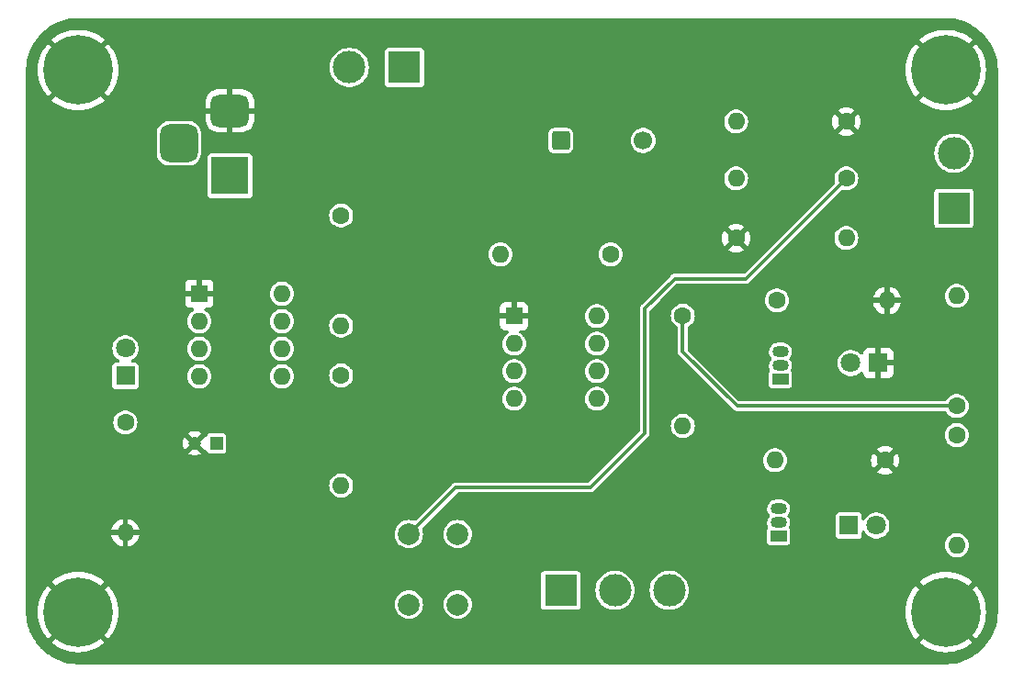
<source format=gbr>
%TF.GenerationSoftware,KiCad,Pcbnew,7.0.7*%
%TF.CreationDate,2024-02-27T23:19:37+01:00*%
%TF.ProjectId,BuzzWireGame,42757a7a-5769-4726-9547-616d652e6b69,v1.0*%
%TF.SameCoordinates,Original*%
%TF.FileFunction,Copper,L2,Bot*%
%TF.FilePolarity,Positive*%
%FSLAX46Y46*%
G04 Gerber Fmt 4.6, Leading zero omitted, Abs format (unit mm)*
G04 Created by KiCad (PCBNEW 7.0.7) date 2024-02-27 23:19:37*
%MOMM*%
%LPD*%
G01*
G04 APERTURE LIST*
G04 Aperture macros list*
%AMRoundRect*
0 Rectangle with rounded corners*
0 $1 Rounding radius*
0 $2 $3 $4 $5 $6 $7 $8 $9 X,Y pos of 4 corners*
0 Add a 4 corners polygon primitive as box body*
4,1,4,$2,$3,$4,$5,$6,$7,$8,$9,$2,$3,0*
0 Add four circle primitives for the rounded corners*
1,1,$1+$1,$2,$3*
1,1,$1+$1,$4,$5*
1,1,$1+$1,$6,$7*
1,1,$1+$1,$8,$9*
0 Add four rect primitives between the rounded corners*
20,1,$1+$1,$2,$3,$4,$5,0*
20,1,$1+$1,$4,$5,$6,$7,0*
20,1,$1+$1,$6,$7,$8,$9,0*
20,1,$1+$1,$8,$9,$2,$3,0*%
G04 Aperture macros list end*
%TA.AperFunction,ComponentPad*%
%ADD10R,1.200000X1.200000*%
%TD*%
%TA.AperFunction,ComponentPad*%
%ADD11C,1.200000*%
%TD*%
%TA.AperFunction,ComponentPad*%
%ADD12C,0.800000*%
%TD*%
%TA.AperFunction,ComponentPad*%
%ADD13C,6.400000*%
%TD*%
%TA.AperFunction,ComponentPad*%
%ADD14C,1.600000*%
%TD*%
%TA.AperFunction,ComponentPad*%
%ADD15O,1.600000X1.600000*%
%TD*%
%TA.AperFunction,ComponentPad*%
%ADD16R,1.500000X1.050000*%
%TD*%
%TA.AperFunction,ComponentPad*%
%ADD17O,1.500000X1.050000*%
%TD*%
%TA.AperFunction,ComponentPad*%
%ADD18C,2.000000*%
%TD*%
%TA.AperFunction,ComponentPad*%
%ADD19R,1.800000X1.800000*%
%TD*%
%TA.AperFunction,ComponentPad*%
%ADD20C,1.800000*%
%TD*%
%TA.AperFunction,ComponentPad*%
%ADD21R,3.500000X3.500000*%
%TD*%
%TA.AperFunction,ComponentPad*%
%ADD22RoundRect,0.750000X-1.000000X0.750000X-1.000000X-0.750000X1.000000X-0.750000X1.000000X0.750000X0*%
%TD*%
%TA.AperFunction,ComponentPad*%
%ADD23RoundRect,0.875000X-0.875000X0.875000X-0.875000X-0.875000X0.875000X-0.875000X0.875000X0.875000X0*%
%TD*%
%TA.AperFunction,ComponentPad*%
%ADD24R,1.600000X1.600000*%
%TD*%
%TA.AperFunction,ComponentPad*%
%ADD25R,3.000000X3.000000*%
%TD*%
%TA.AperFunction,ComponentPad*%
%ADD26C,3.000000*%
%TD*%
%TA.AperFunction,ComponentPad*%
%ADD27RoundRect,0.249900X-0.600100X-0.600100X0.600100X-0.600100X0.600100X0.600100X-0.600100X0.600100X0*%
%TD*%
%TA.AperFunction,ComponentPad*%
%ADD28C,1.700000*%
%TD*%
%TA.AperFunction,ViaPad*%
%ADD29C,0.500000*%
%TD*%
%TA.AperFunction,Conductor*%
%ADD30C,0.300000*%
%TD*%
G04 APERTURE END LIST*
D10*
%TO.P,C5,1*%
%TO.N,Net-(U2-THR)*%
X117750000Y-99430000D03*
D11*
%TO.P,C5,2*%
%TO.N,GND*%
X115750000Y-99430000D03*
%TD*%
D12*
%TO.P,H1,1,1*%
%TO.N,GND*%
X102600000Y-65000000D03*
X103302944Y-63302944D03*
X103302944Y-66697056D03*
X105000000Y-62600000D03*
D13*
X105000000Y-65000000D03*
D12*
X105000000Y-67400000D03*
X106697056Y-63302944D03*
X106697056Y-66697056D03*
X107400000Y-65000000D03*
%TD*%
D14*
%TO.P,R6,1*%
%TO.N,+9V*%
X186000000Y-98670000D03*
D15*
%TO.P,R6,2*%
%TO.N,Net-(D1-A)*%
X186000000Y-108830000D03*
%TD*%
D16*
%TO.P,Q1,1,C*%
%TO.N,Net-(D3-A)*%
X169750000Y-93520000D03*
D17*
%TO.P,Q1,2,B*%
%TO.N,TIMER_RESET*%
X169750000Y-92250000D03*
%TO.P,Q1,3,E*%
%TO.N,Net-(Q1-E)*%
X169750000Y-90980000D03*
%TD*%
D18*
%TO.P,SW1,1,1*%
%TO.N,Net-(J2-Pin_2)*%
X135500000Y-114300000D03*
X135500000Y-107800000D03*
%TO.P,SW1,2,2*%
%TO.N,TIMER_RESET*%
X140000000Y-114300000D03*
X140000000Y-107800000D03*
%TD*%
D14*
%TO.P,R12,1*%
%TO.N,Net-(D2-K)*%
X109360000Y-97510000D03*
D15*
%TO.P,R12,2*%
%TO.N,GND*%
X109360000Y-107670000D03*
%TD*%
D14*
%TO.P,R3,1*%
%TO.N,GND*%
X175830000Y-69750000D03*
D15*
%TO.P,R3,2*%
%TO.N,Net-(LS1-Pad2)*%
X165670000Y-69750000D03*
%TD*%
D19*
%TO.P,D1,1,K*%
%TO.N,Net-(D1-K)*%
X176055000Y-107000000D03*
D20*
%TO.P,D1,2,A*%
%TO.N,Net-(D1-A)*%
X178595000Y-107000000D03*
%TD*%
D12*
%TO.P,H2,1,1*%
%TO.N,GND*%
X182600000Y-65000000D03*
X183302944Y-63302944D03*
X183302944Y-66697056D03*
X185000000Y-62600000D03*
D13*
X185000000Y-65000000D03*
D12*
X185000000Y-67400000D03*
X186697056Y-63302944D03*
X186697056Y-66697056D03*
X187400000Y-65000000D03*
%TD*%
D14*
%TO.P,R10,1*%
%TO.N,GND*%
X179410000Y-101000000D03*
D15*
%TO.P,R10,2*%
%TO.N,Net-(Q2-E)*%
X169250000Y-101000000D03*
%TD*%
D14*
%TO.P,R8,1*%
%TO.N,+9V*%
X129250000Y-78420000D03*
D15*
%TO.P,R8,2*%
%TO.N,Net-(U2-DIS)*%
X129250000Y-88580000D03*
%TD*%
D12*
%TO.P,H3,1,1*%
%TO.N,GND*%
X102600000Y-115000000D03*
X103302944Y-113302944D03*
X103302944Y-116697056D03*
X105000000Y-112600000D03*
D13*
X105000000Y-115000000D03*
D12*
X105000000Y-117400000D03*
X106697056Y-113302944D03*
X106697056Y-116697056D03*
X107400000Y-115000000D03*
%TD*%
D21*
%TO.P,J1,1*%
%TO.N,+9V*%
X119000000Y-74750000D03*
D22*
%TO.P,J1,2*%
%TO.N,GND*%
X119000000Y-68750000D03*
D23*
%TO.P,J1,3*%
%TO.N,BATT_NEG*%
X114300000Y-71750000D03*
%TD*%
D24*
%TO.P,U2,1,GND*%
%TO.N,GND*%
X116170000Y-85630000D03*
D15*
%TO.P,U2,2,TR*%
%TO.N,Net-(U2-THR)*%
X116170000Y-88170000D03*
%TO.P,U2,3,Q*%
%TO.N,Net-(D2-A)*%
X116170000Y-90710000D03*
%TO.P,U2,4,R*%
%TO.N,+9V*%
X116170000Y-93250000D03*
%TO.P,U2,5,CV*%
%TO.N,Net-(U2-CV)*%
X123790000Y-93250000D03*
%TO.P,U2,6,THR*%
%TO.N,Net-(U2-THR)*%
X123790000Y-90710000D03*
%TO.P,U2,7,DIS*%
%TO.N,Net-(U2-DIS)*%
X123790000Y-88170000D03*
%TO.P,U2,8,VCC*%
%TO.N,+9V*%
X123790000Y-85630000D03*
%TD*%
D14*
%TO.P,R1,1*%
%TO.N,+9V*%
X160750000Y-87670000D03*
D15*
%TO.P,R1,2*%
%TO.N,Net-(R1-Pad2)*%
X160750000Y-97830000D03*
%TD*%
D25*
%TO.P,J2,1,Pin_1*%
%TO.N,TIMER_RESET*%
X185750000Y-77750000D03*
D26*
%TO.P,J2,2,Pin_2*%
%TO.N,Net-(J2-Pin_2)*%
X185750000Y-72670000D03*
%TD*%
D27*
%TO.P,LS1,1,1*%
%TO.N,Net-(C2-Pad2)*%
X149500000Y-71500000D03*
D28*
%TO.P,LS1,2,2*%
%TO.N,Net-(LS1-Pad2)*%
X157100000Y-71500000D03*
%TD*%
D14*
%TO.P,R9,1*%
%TO.N,Net-(Q1-E)*%
X169420000Y-86250000D03*
D15*
%TO.P,R9,2*%
%TO.N,GND*%
X179580000Y-86250000D03*
%TD*%
D14*
%TO.P,R5,1*%
%TO.N,GND*%
X165670000Y-80500000D03*
D15*
%TO.P,R5,2*%
%TO.N,TIMER_RESET*%
X175830000Y-80500000D03*
%TD*%
D14*
%TO.P,R4,1*%
%TO.N,Net-(U1-DIS)*%
X154080000Y-82000000D03*
D15*
%TO.P,R4,2*%
%TO.N,Net-(U1-THR)*%
X143920000Y-82000000D03*
%TD*%
D19*
%TO.P,D3,1,K*%
%TO.N,GND*%
X178775000Y-92020000D03*
D20*
%TO.P,D3,2,A*%
%TO.N,Net-(D3-A)*%
X176235000Y-92020000D03*
%TD*%
D24*
%TO.P,U1,1,GND*%
%TO.N,GND*%
X145200000Y-87700000D03*
D15*
%TO.P,U1,2,TR*%
%TO.N,Net-(U1-THR)*%
X145200000Y-90240000D03*
%TO.P,U1,3,Q*%
%TO.N,Net-(U1-Q)*%
X145200000Y-92780000D03*
%TO.P,U1,4,R*%
%TO.N,TIMER_RESET*%
X145200000Y-95320000D03*
%TO.P,U1,5,CV*%
%TO.N,Net-(U1-CV)*%
X152820000Y-95320000D03*
%TO.P,U1,6,THR*%
%TO.N,Net-(U1-THR)*%
X152820000Y-92780000D03*
%TO.P,U1,7,DIS*%
%TO.N,Net-(U1-DIS)*%
X152820000Y-90240000D03*
%TO.P,U1,8,VCC*%
%TO.N,+9V*%
X152820000Y-87700000D03*
%TD*%
D14*
%TO.P,R2,1*%
%TO.N,Net-(J2-Pin_2)*%
X175830000Y-75000000D03*
D15*
%TO.P,R2,2*%
%TO.N,+9V*%
X165670000Y-75000000D03*
%TD*%
D14*
%TO.P,R7,1*%
%TO.N,+9V*%
X186000000Y-96000000D03*
D15*
%TO.P,R7,2*%
%TO.N,Net-(D3-A)*%
X186000000Y-85840000D03*
%TD*%
D16*
%TO.P,Q2,1,C*%
%TO.N,Net-(D1-K)*%
X169580000Y-108000000D03*
D17*
%TO.P,Q2,2,B*%
%TO.N,TIMER_RESET*%
X169580000Y-106730000D03*
%TO.P,Q2,3,E*%
%TO.N,Net-(Q2-E)*%
X169580000Y-105460000D03*
%TD*%
D19*
%TO.P,D2,1,K*%
%TO.N,Net-(D2-K)*%
X109360000Y-93210000D03*
D20*
%TO.P,D2,2,A*%
%TO.N,Net-(D2-A)*%
X109360000Y-90670000D03*
%TD*%
D25*
%TO.P,BT1,1,+*%
%TO.N,+9V*%
X135080000Y-64750000D03*
D26*
%TO.P,BT1,2,-*%
%TO.N,BATT_NEG*%
X130000000Y-64750000D03*
%TD*%
D12*
%TO.P,H4,1,1*%
%TO.N,GND*%
X182600000Y-115000000D03*
X183302944Y-113302944D03*
X183302944Y-116697056D03*
X185000000Y-112600000D03*
D13*
X185000000Y-115000000D03*
D12*
X185000000Y-117400000D03*
X186697056Y-113302944D03*
X186697056Y-116697056D03*
X187400000Y-115000000D03*
%TD*%
D25*
%TO.P,RV1,1,1*%
%TO.N,Net-(U1-DIS)*%
X149500000Y-113000000D03*
D26*
%TO.P,RV1,2,2*%
X154500000Y-113000000D03*
%TO.P,RV1,3,3*%
%TO.N,Net-(R1-Pad2)*%
X159500000Y-113000000D03*
%TD*%
D14*
%TO.P,R11,1*%
%TO.N,Net-(U2-DIS)*%
X129250000Y-93170000D03*
D15*
%TO.P,R11,2*%
%TO.N,Net-(U2-THR)*%
X129250000Y-103330000D03*
%TD*%
D29*
%TO.N,GND*%
X148000000Y-98750000D03*
X123500000Y-102160000D03*
X141250000Y-86000000D03*
%TD*%
D30*
%TO.N,+9V*%
X165750000Y-96000000D02*
X160750000Y-91000000D01*
X186000000Y-96000000D02*
X165750000Y-96000000D01*
X160750000Y-91000000D02*
X160750000Y-87670000D01*
%TO.N,Net-(J2-Pin_2)*%
X166580000Y-84250000D02*
X160000000Y-84250000D01*
X135500000Y-107800000D02*
X139800000Y-103500000D01*
X175830000Y-75000000D02*
X166580000Y-84250000D01*
X152250000Y-103500000D02*
X139800000Y-103500000D01*
X157250000Y-87000000D02*
X157250000Y-98500000D01*
X160000000Y-84250000D02*
X157250000Y-87000000D01*
X157250000Y-98500000D02*
X152250000Y-103500000D01*
%TD*%
%TA.AperFunction,Conductor*%
%TO.N,GND*%
G36*
X106403118Y-116050215D02*
G01*
X106411710Y-116058157D01*
X106600375Y-116246822D01*
X106638939Y-116313617D01*
X106638939Y-116390745D01*
X106600375Y-116457540D01*
X106577796Y-116476070D01*
X106516816Y-116516815D01*
X106516815Y-116516816D01*
X106476070Y-116577796D01*
X106418082Y-116628650D01*
X106342435Y-116643697D01*
X106269401Y-116618905D01*
X106246822Y-116600375D01*
X106058157Y-116411710D01*
X106019593Y-116344915D01*
X106019593Y-116267787D01*
X106058157Y-116200992D01*
X106066740Y-116193057D01*
X106134870Y-116134870D01*
X106193051Y-116066748D01*
X106256612Y-116023063D01*
X106333503Y-116017011D01*
X106403118Y-116050215D01*
G37*
%TD.AperFunction*%
%TA.AperFunction,Conductor*%
G36*
X103799006Y-116058157D02*
G01*
X103806947Y-116066748D01*
X103865125Y-116134865D01*
X103865127Y-116134867D01*
X103865130Y-116134870D01*
X103933252Y-116193052D01*
X103976936Y-116256611D01*
X103982988Y-116333502D01*
X103949785Y-116403117D01*
X103941842Y-116411709D01*
X103753177Y-116600374D01*
X103686382Y-116638938D01*
X103609254Y-116638938D01*
X103542459Y-116600374D01*
X103523929Y-116577795D01*
X103483184Y-116516816D01*
X103483182Y-116516814D01*
X103422202Y-116476068D01*
X103371349Y-116418080D01*
X103356302Y-116342434D01*
X103381095Y-116269399D01*
X103399624Y-116246821D01*
X103588288Y-116058157D01*
X103655083Y-116019593D01*
X103732211Y-116019593D01*
X103799006Y-116058157D01*
G37*
%TD.AperFunction*%
%TA.AperFunction,Conductor*%
G36*
X103730596Y-113381093D02*
G01*
X103753177Y-113399624D01*
X103941842Y-113588289D01*
X103980406Y-113655084D01*
X103980406Y-113732212D01*
X103941842Y-113799007D01*
X103933252Y-113806947D01*
X103865135Y-113865125D01*
X103865125Y-113865135D01*
X103806947Y-113933252D01*
X103743383Y-113976937D01*
X103666493Y-113982988D01*
X103596879Y-113949782D01*
X103588289Y-113941842D01*
X103399624Y-113753177D01*
X103361060Y-113686382D01*
X103361060Y-113609254D01*
X103399624Y-113542459D01*
X103422199Y-113523932D01*
X103483184Y-113483184D01*
X103523931Y-113422202D01*
X103581915Y-113371350D01*
X103657561Y-113356302D01*
X103730596Y-113381093D01*
G37*
%TD.AperFunction*%
%TA.AperFunction,Conductor*%
G36*
X106457539Y-113399624D02*
G01*
X106476068Y-113422202D01*
X106516814Y-113483182D01*
X106516816Y-113483184D01*
X106577795Y-113523929D01*
X106628649Y-113581917D01*
X106643696Y-113657563D01*
X106618904Y-113730598D01*
X106600374Y-113753177D01*
X106411709Y-113941842D01*
X106344914Y-113980406D01*
X106267786Y-113980406D01*
X106200991Y-113941842D01*
X106193070Y-113933274D01*
X106134870Y-113865130D01*
X106134867Y-113865127D01*
X106134865Y-113865125D01*
X106066748Y-113806947D01*
X106023062Y-113743383D01*
X106017011Y-113666493D01*
X106050216Y-113596879D01*
X106058157Y-113588288D01*
X106246821Y-113399624D01*
X106313616Y-113361060D01*
X106390744Y-113361060D01*
X106457539Y-113399624D01*
G37*
%TD.AperFunction*%
%TA.AperFunction,Conductor*%
G36*
X186403118Y-116050215D02*
G01*
X186411710Y-116058157D01*
X186600375Y-116246822D01*
X186638939Y-116313617D01*
X186638939Y-116390745D01*
X186600375Y-116457540D01*
X186577796Y-116476070D01*
X186516816Y-116516815D01*
X186516815Y-116516816D01*
X186476070Y-116577796D01*
X186418082Y-116628650D01*
X186342435Y-116643697D01*
X186269401Y-116618905D01*
X186246822Y-116600375D01*
X186058157Y-116411710D01*
X186019593Y-116344915D01*
X186019593Y-116267787D01*
X186058157Y-116200992D01*
X186066740Y-116193057D01*
X186134870Y-116134870D01*
X186193051Y-116066748D01*
X186256612Y-116023063D01*
X186333503Y-116017011D01*
X186403118Y-116050215D01*
G37*
%TD.AperFunction*%
%TA.AperFunction,Conductor*%
G36*
X183799006Y-116058157D02*
G01*
X183806947Y-116066748D01*
X183865125Y-116134865D01*
X183865127Y-116134867D01*
X183865130Y-116134870D01*
X183933252Y-116193052D01*
X183976936Y-116256611D01*
X183982988Y-116333502D01*
X183949785Y-116403117D01*
X183941842Y-116411709D01*
X183753177Y-116600374D01*
X183686382Y-116638938D01*
X183609254Y-116638938D01*
X183542459Y-116600374D01*
X183523929Y-116577795D01*
X183483184Y-116516816D01*
X183483182Y-116516814D01*
X183422202Y-116476068D01*
X183371349Y-116418080D01*
X183356302Y-116342434D01*
X183381095Y-116269399D01*
X183399624Y-116246821D01*
X183588288Y-116058157D01*
X183655083Y-116019593D01*
X183732211Y-116019593D01*
X183799006Y-116058157D01*
G37*
%TD.AperFunction*%
%TA.AperFunction,Conductor*%
G36*
X183730596Y-113381093D02*
G01*
X183753177Y-113399624D01*
X183941842Y-113588289D01*
X183980406Y-113655084D01*
X183980406Y-113732212D01*
X183941842Y-113799007D01*
X183933252Y-113806947D01*
X183865135Y-113865125D01*
X183865125Y-113865135D01*
X183806947Y-113933252D01*
X183743383Y-113976937D01*
X183666493Y-113982988D01*
X183596879Y-113949782D01*
X183588289Y-113941842D01*
X183399624Y-113753177D01*
X183361060Y-113686382D01*
X183361060Y-113609254D01*
X183399624Y-113542459D01*
X183422199Y-113523932D01*
X183483184Y-113483184D01*
X183523931Y-113422202D01*
X183581915Y-113371350D01*
X183657561Y-113356302D01*
X183730596Y-113381093D01*
G37*
%TD.AperFunction*%
%TA.AperFunction,Conductor*%
G36*
X186457539Y-113399624D02*
G01*
X186476068Y-113422202D01*
X186516814Y-113483182D01*
X186516816Y-113483184D01*
X186577795Y-113523929D01*
X186628649Y-113581917D01*
X186643696Y-113657563D01*
X186618904Y-113730598D01*
X186600374Y-113753177D01*
X186411709Y-113941842D01*
X186344914Y-113980406D01*
X186267786Y-113980406D01*
X186200991Y-113941842D01*
X186193070Y-113933274D01*
X186134870Y-113865130D01*
X186134867Y-113865127D01*
X186134865Y-113865125D01*
X186066748Y-113806947D01*
X186023062Y-113743383D01*
X186017011Y-113666493D01*
X186050216Y-113596879D01*
X186058157Y-113588288D01*
X186246821Y-113399624D01*
X186313616Y-113361060D01*
X186390744Y-113361060D01*
X186457539Y-113399624D01*
G37*
%TD.AperFunction*%
%TA.AperFunction,Conductor*%
G36*
X106403118Y-66050215D02*
G01*
X106411710Y-66058157D01*
X106600375Y-66246822D01*
X106638939Y-66313617D01*
X106638939Y-66390745D01*
X106600375Y-66457540D01*
X106577796Y-66476070D01*
X106516816Y-66516815D01*
X106516815Y-66516816D01*
X106476070Y-66577796D01*
X106418082Y-66628650D01*
X106342435Y-66643697D01*
X106269401Y-66618905D01*
X106246822Y-66600375D01*
X106058157Y-66411710D01*
X106019593Y-66344915D01*
X106019593Y-66267787D01*
X106058157Y-66200992D01*
X106066740Y-66193057D01*
X106134870Y-66134870D01*
X106193051Y-66066748D01*
X106256612Y-66023063D01*
X106333503Y-66017011D01*
X106403118Y-66050215D01*
G37*
%TD.AperFunction*%
%TA.AperFunction,Conductor*%
G36*
X103799006Y-66058157D02*
G01*
X103806947Y-66066748D01*
X103865125Y-66134865D01*
X103865127Y-66134867D01*
X103865130Y-66134870D01*
X103933252Y-66193052D01*
X103976936Y-66256611D01*
X103982988Y-66333502D01*
X103949785Y-66403117D01*
X103941842Y-66411709D01*
X103753177Y-66600374D01*
X103686382Y-66638938D01*
X103609254Y-66638938D01*
X103542459Y-66600374D01*
X103523929Y-66577795D01*
X103483184Y-66516816D01*
X103483182Y-66516814D01*
X103422202Y-66476068D01*
X103371349Y-66418080D01*
X103356302Y-66342434D01*
X103381095Y-66269399D01*
X103399624Y-66246821D01*
X103588288Y-66058157D01*
X103655083Y-66019593D01*
X103732211Y-66019593D01*
X103799006Y-66058157D01*
G37*
%TD.AperFunction*%
%TA.AperFunction,Conductor*%
G36*
X103730596Y-63381093D02*
G01*
X103753177Y-63399624D01*
X103941842Y-63588289D01*
X103980406Y-63655084D01*
X103980406Y-63732212D01*
X103941842Y-63799007D01*
X103933252Y-63806947D01*
X103865135Y-63865125D01*
X103865125Y-63865135D01*
X103806947Y-63933252D01*
X103743383Y-63976937D01*
X103666493Y-63982988D01*
X103596879Y-63949782D01*
X103588289Y-63941842D01*
X103399624Y-63753177D01*
X103361060Y-63686382D01*
X103361060Y-63609254D01*
X103399624Y-63542459D01*
X103422199Y-63523932D01*
X103483184Y-63483184D01*
X103523931Y-63422202D01*
X103581915Y-63371350D01*
X103657561Y-63356302D01*
X103730596Y-63381093D01*
G37*
%TD.AperFunction*%
%TA.AperFunction,Conductor*%
G36*
X106457539Y-63399624D02*
G01*
X106476068Y-63422202D01*
X106516814Y-63483182D01*
X106516816Y-63483184D01*
X106577795Y-63523929D01*
X106628649Y-63581917D01*
X106643696Y-63657563D01*
X106618904Y-63730598D01*
X106600374Y-63753177D01*
X106411709Y-63941842D01*
X106344914Y-63980406D01*
X106267786Y-63980406D01*
X106200991Y-63941842D01*
X106193070Y-63933274D01*
X106134870Y-63865130D01*
X106134867Y-63865127D01*
X106134865Y-63865125D01*
X106066748Y-63806947D01*
X106023062Y-63743383D01*
X106017011Y-63666493D01*
X106050216Y-63596879D01*
X106058157Y-63588288D01*
X106246821Y-63399624D01*
X106313616Y-63361060D01*
X106390744Y-63361060D01*
X106457539Y-63399624D01*
G37*
%TD.AperFunction*%
%TA.AperFunction,Conductor*%
G36*
X186403118Y-66050215D02*
G01*
X186411710Y-66058157D01*
X186600375Y-66246822D01*
X186638939Y-66313617D01*
X186638939Y-66390745D01*
X186600375Y-66457540D01*
X186577796Y-66476070D01*
X186516816Y-66516815D01*
X186516815Y-66516816D01*
X186476070Y-66577796D01*
X186418082Y-66628650D01*
X186342435Y-66643697D01*
X186269401Y-66618905D01*
X186246822Y-66600375D01*
X186058157Y-66411710D01*
X186019593Y-66344915D01*
X186019593Y-66267787D01*
X186058157Y-66200992D01*
X186066740Y-66193057D01*
X186134870Y-66134870D01*
X186193051Y-66066748D01*
X186256612Y-66023063D01*
X186333503Y-66017011D01*
X186403118Y-66050215D01*
G37*
%TD.AperFunction*%
%TA.AperFunction,Conductor*%
G36*
X183799006Y-66058157D02*
G01*
X183806947Y-66066748D01*
X183865125Y-66134865D01*
X183865127Y-66134867D01*
X183865130Y-66134870D01*
X183933252Y-66193052D01*
X183976936Y-66256611D01*
X183982988Y-66333502D01*
X183949785Y-66403117D01*
X183941842Y-66411709D01*
X183753177Y-66600374D01*
X183686382Y-66638938D01*
X183609254Y-66638938D01*
X183542459Y-66600374D01*
X183523929Y-66577795D01*
X183483184Y-66516816D01*
X183483182Y-66516814D01*
X183422202Y-66476068D01*
X183371349Y-66418080D01*
X183356302Y-66342434D01*
X183381095Y-66269399D01*
X183399624Y-66246821D01*
X183588288Y-66058157D01*
X183655083Y-66019593D01*
X183732211Y-66019593D01*
X183799006Y-66058157D01*
G37*
%TD.AperFunction*%
%TA.AperFunction,Conductor*%
G36*
X183730596Y-63381093D02*
G01*
X183753177Y-63399624D01*
X183941842Y-63588289D01*
X183980406Y-63655084D01*
X183980406Y-63732212D01*
X183941842Y-63799007D01*
X183933252Y-63806947D01*
X183865135Y-63865125D01*
X183865125Y-63865135D01*
X183806947Y-63933252D01*
X183743383Y-63976937D01*
X183666493Y-63982988D01*
X183596879Y-63949782D01*
X183588289Y-63941842D01*
X183399624Y-63753177D01*
X183361060Y-63686382D01*
X183361060Y-63609254D01*
X183399624Y-63542459D01*
X183422199Y-63523932D01*
X183483184Y-63483184D01*
X183523931Y-63422202D01*
X183581915Y-63371350D01*
X183657561Y-63356302D01*
X183730596Y-63381093D01*
G37*
%TD.AperFunction*%
%TA.AperFunction,Conductor*%
G36*
X186457539Y-63399624D02*
G01*
X186476068Y-63422202D01*
X186516814Y-63483182D01*
X186516816Y-63483184D01*
X186577795Y-63523929D01*
X186628649Y-63581917D01*
X186643696Y-63657563D01*
X186618904Y-63730598D01*
X186600374Y-63753177D01*
X186411709Y-63941842D01*
X186344914Y-63980406D01*
X186267786Y-63980406D01*
X186200991Y-63941842D01*
X186193070Y-63933274D01*
X186134870Y-63865130D01*
X186134867Y-63865127D01*
X186134865Y-63865125D01*
X186066748Y-63806947D01*
X186023062Y-63743383D01*
X186017011Y-63666493D01*
X186050216Y-63596879D01*
X186058157Y-63588288D01*
X186246821Y-63399624D01*
X186313616Y-63361060D01*
X186390744Y-63361060D01*
X186457539Y-63399624D01*
G37*
%TD.AperFunction*%
%TA.AperFunction,Conductor*%
G36*
X185415056Y-60218622D02*
G01*
X185421510Y-60219186D01*
X185830211Y-60272992D01*
X185836587Y-60274116D01*
X186239033Y-60363336D01*
X186245297Y-60365014D01*
X186441864Y-60426992D01*
X186638423Y-60488967D01*
X186644533Y-60491191D01*
X186735018Y-60528671D01*
X187025357Y-60648934D01*
X187031235Y-60651674D01*
X187214053Y-60746843D01*
X187396864Y-60842009D01*
X187402489Y-60845256D01*
X187576315Y-60955995D01*
X187750134Y-61066731D01*
X187755460Y-61070460D01*
X188082497Y-61321404D01*
X188087445Y-61325556D01*
X188251916Y-61476266D01*
X188391359Y-61604042D01*
X188395957Y-61608640D01*
X188674441Y-61912552D01*
X188678597Y-61917505D01*
X188846227Y-62135964D01*
X188929539Y-62244539D01*
X188933268Y-62249865D01*
X189154739Y-62597503D01*
X189157990Y-62603135D01*
X189348321Y-62968757D01*
X189351069Y-62974650D01*
X189508808Y-63355466D01*
X189511032Y-63361576D01*
X189634982Y-63754694D01*
X189636665Y-63760975D01*
X189725881Y-64163402D01*
X189727010Y-64169805D01*
X189780811Y-64578467D01*
X189781377Y-64584944D01*
X189799500Y-64999999D01*
X189799500Y-115000000D01*
X189781377Y-115415055D01*
X189780811Y-115421532D01*
X189727010Y-115830194D01*
X189725881Y-115836597D01*
X189636665Y-116239024D01*
X189634982Y-116245305D01*
X189511032Y-116638423D01*
X189508808Y-116644533D01*
X189351069Y-117025349D01*
X189348321Y-117031242D01*
X189157990Y-117396864D01*
X189154739Y-117402496D01*
X188933268Y-117750134D01*
X188929539Y-117755460D01*
X188678610Y-118082479D01*
X188674430Y-118087460D01*
X188395957Y-118391359D01*
X188391359Y-118395957D01*
X188087460Y-118674430D01*
X188082483Y-118678606D01*
X188047986Y-118705077D01*
X187755460Y-118929539D01*
X187750134Y-118933268D01*
X187402496Y-119154739D01*
X187396864Y-119157990D01*
X187031242Y-119348321D01*
X187025349Y-119351069D01*
X186644533Y-119508808D01*
X186638423Y-119511032D01*
X186245305Y-119634982D01*
X186239024Y-119636665D01*
X185836597Y-119725881D01*
X185830194Y-119727010D01*
X185421532Y-119780811D01*
X185415055Y-119781377D01*
X185000000Y-119799500D01*
X105000000Y-119799500D01*
X104584944Y-119781377D01*
X104578469Y-119780811D01*
X104374135Y-119753910D01*
X104169805Y-119727010D01*
X104163402Y-119725881D01*
X103760975Y-119636665D01*
X103754694Y-119634982D01*
X103361576Y-119511032D01*
X103355466Y-119508808D01*
X102974650Y-119351069D01*
X102968757Y-119348321D01*
X102603135Y-119157990D01*
X102597503Y-119154739D01*
X102249865Y-118933268D01*
X102244539Y-118929539D01*
X102135964Y-118846227D01*
X101917505Y-118678597D01*
X101912552Y-118674441D01*
X101608640Y-118395957D01*
X101604042Y-118391359D01*
X101563007Y-118346577D01*
X101325556Y-118087445D01*
X101321404Y-118082497D01*
X101117083Y-117816221D01*
X101070460Y-117755460D01*
X101066731Y-117750134D01*
X100845260Y-117402496D01*
X100842009Y-117396864D01*
X100727964Y-117177785D01*
X100651674Y-117031235D01*
X100648930Y-117025349D01*
X100639824Y-117003366D01*
X100535048Y-116750414D01*
X100491191Y-116644533D01*
X100488967Y-116638423D01*
X100419493Y-116418080D01*
X100365014Y-116245297D01*
X100363334Y-116239024D01*
X100353141Y-116193048D01*
X100274116Y-115836587D01*
X100272992Y-115830211D01*
X100219186Y-115421510D01*
X100218622Y-115415054D01*
X100211415Y-115250000D01*
X100200500Y-115000000D01*
X100200500Y-114999999D01*
X101294922Y-114999999D01*
X101315218Y-115387280D01*
X101375888Y-115770335D01*
X101375889Y-115770338D01*
X101476259Y-116144927D01*
X101476266Y-116144947D01*
X101615237Y-116506977D01*
X101615248Y-116507001D01*
X101791300Y-116852525D01*
X101791311Y-116852545D01*
X102002528Y-117177789D01*
X102211095Y-117435349D01*
X102852709Y-116793736D01*
X102919504Y-116755172D01*
X102996632Y-116755172D01*
X103063427Y-116793736D01*
X103081956Y-116816314D01*
X103122702Y-116877294D01*
X103122704Y-116877296D01*
X103183683Y-116918041D01*
X103234537Y-116976029D01*
X103249584Y-117051675D01*
X103224792Y-117124710D01*
X103206262Y-117147289D01*
X102564648Y-117788902D01*
X102564649Y-117788903D01*
X102822213Y-117997473D01*
X102822215Y-117997475D01*
X103147454Y-118208688D01*
X103147474Y-118208699D01*
X103492998Y-118384751D01*
X103493022Y-118384762D01*
X103855052Y-118523733D01*
X103855072Y-118523740D01*
X104229661Y-118624110D01*
X104229664Y-118624111D01*
X104612719Y-118684781D01*
X104999999Y-118705077D01*
X105387280Y-118684781D01*
X105770335Y-118624111D01*
X105770338Y-118624110D01*
X106144927Y-118523740D01*
X106144947Y-118523733D01*
X106506977Y-118384762D01*
X106507001Y-118384751D01*
X106852525Y-118208699D01*
X106852545Y-118208688D01*
X107177785Y-117997474D01*
X107435350Y-117788902D01*
X106793736Y-117147289D01*
X106755172Y-117080494D01*
X106755172Y-117003366D01*
X106793736Y-116936571D01*
X106816311Y-116918044D01*
X106877296Y-116877296D01*
X106918043Y-116816314D01*
X106976027Y-116765462D01*
X107051673Y-116750414D01*
X107124708Y-116775205D01*
X107147289Y-116793736D01*
X107788902Y-117435349D01*
X107997474Y-117177785D01*
X108208688Y-116852545D01*
X108208699Y-116852525D01*
X108384751Y-116507001D01*
X108384762Y-116506977D01*
X108523733Y-116144947D01*
X108523740Y-116144927D01*
X108624110Y-115770338D01*
X108624111Y-115770335D01*
X108684781Y-115387280D01*
X108705077Y-114999999D01*
X108684781Y-114612719D01*
X108635251Y-114300000D01*
X134194532Y-114300000D01*
X134214365Y-114526693D01*
X134237416Y-114612719D01*
X134273261Y-114746496D01*
X134369432Y-114952734D01*
X134369435Y-114952738D01*
X134369437Y-114952741D01*
X134499951Y-115139137D01*
X134499953Y-115139139D01*
X134660861Y-115300047D01*
X134847266Y-115430568D01*
X135053504Y-115526739D01*
X135273308Y-115585635D01*
X135500000Y-115605468D01*
X135726692Y-115585635D01*
X135946496Y-115526739D01*
X136152734Y-115430568D01*
X136339139Y-115300047D01*
X136500047Y-115139139D01*
X136630568Y-114952734D01*
X136726739Y-114746496D01*
X136785635Y-114526692D01*
X136805468Y-114300000D01*
X138694532Y-114300000D01*
X138714365Y-114526693D01*
X138737416Y-114612719D01*
X138773261Y-114746496D01*
X138869432Y-114952734D01*
X138869435Y-114952738D01*
X138869437Y-114952741D01*
X138999951Y-115139137D01*
X138999952Y-115139138D01*
X138999953Y-115139139D01*
X139160861Y-115300047D01*
X139347266Y-115430568D01*
X139553504Y-115526739D01*
X139773308Y-115585635D01*
X140000000Y-115605468D01*
X140226692Y-115585635D01*
X140446496Y-115526739D01*
X140652734Y-115430568D01*
X140839139Y-115300047D01*
X141000047Y-115139139D01*
X141097473Y-114999999D01*
X181294922Y-114999999D01*
X181315218Y-115387280D01*
X181375888Y-115770335D01*
X181375889Y-115770338D01*
X181476259Y-116144927D01*
X181476266Y-116144947D01*
X181615237Y-116506977D01*
X181615248Y-116507001D01*
X181791300Y-116852525D01*
X181791311Y-116852545D01*
X182002528Y-117177789D01*
X182211095Y-117435349D01*
X182852709Y-116793736D01*
X182919504Y-116755172D01*
X182996632Y-116755172D01*
X183063427Y-116793736D01*
X183081956Y-116816314D01*
X183122702Y-116877294D01*
X183122704Y-116877296D01*
X183183683Y-116918041D01*
X183234537Y-116976029D01*
X183249584Y-117051675D01*
X183224792Y-117124710D01*
X183206262Y-117147289D01*
X182564648Y-117788902D01*
X182564649Y-117788903D01*
X182822213Y-117997473D01*
X182822215Y-117997475D01*
X183147454Y-118208688D01*
X183147474Y-118208699D01*
X183492998Y-118384751D01*
X183493022Y-118384762D01*
X183855052Y-118523733D01*
X183855072Y-118523740D01*
X184229661Y-118624110D01*
X184229664Y-118624111D01*
X184612719Y-118684781D01*
X185000000Y-118705077D01*
X185387280Y-118684781D01*
X185770335Y-118624111D01*
X185770338Y-118624110D01*
X186144927Y-118523740D01*
X186144947Y-118523733D01*
X186506977Y-118384762D01*
X186507001Y-118384751D01*
X186852525Y-118208699D01*
X186852545Y-118208688D01*
X187177785Y-117997474D01*
X187435350Y-117788902D01*
X186793736Y-117147289D01*
X186755172Y-117080494D01*
X186755172Y-117003366D01*
X186793736Y-116936571D01*
X186816311Y-116918044D01*
X186877296Y-116877296D01*
X186918043Y-116816314D01*
X186976027Y-116765462D01*
X187051673Y-116750414D01*
X187124708Y-116775205D01*
X187147289Y-116793736D01*
X187788902Y-117435349D01*
X187997474Y-117177785D01*
X188208688Y-116852545D01*
X188208699Y-116852525D01*
X188384751Y-116507001D01*
X188384762Y-116506977D01*
X188523733Y-116144947D01*
X188523740Y-116144927D01*
X188624110Y-115770338D01*
X188624111Y-115770335D01*
X188684781Y-115387280D01*
X188705077Y-114999999D01*
X188684781Y-114612719D01*
X188624111Y-114229664D01*
X188624110Y-114229661D01*
X188523740Y-113855072D01*
X188523733Y-113855052D01*
X188384762Y-113493022D01*
X188384751Y-113492998D01*
X188208699Y-113147474D01*
X188208688Y-113147454D01*
X187997475Y-112822215D01*
X187997473Y-112822213D01*
X187788903Y-112564649D01*
X187788902Y-112564648D01*
X187147289Y-113206262D01*
X187080494Y-113244826D01*
X187003366Y-113244826D01*
X186936571Y-113206262D01*
X186918041Y-113183683D01*
X186877296Y-113122704D01*
X186877294Y-113122702D01*
X186816314Y-113081956D01*
X186765461Y-113023968D01*
X186750414Y-112948322D01*
X186775207Y-112875287D01*
X186793736Y-112852709D01*
X187435349Y-112211095D01*
X187177789Y-112002528D01*
X186852545Y-111791311D01*
X186852525Y-111791300D01*
X186507001Y-111615248D01*
X186506977Y-111615237D01*
X186144947Y-111476266D01*
X186144927Y-111476259D01*
X185770338Y-111375889D01*
X185770335Y-111375888D01*
X185387280Y-111315218D01*
X185000000Y-111294922D01*
X184612719Y-111315218D01*
X184229664Y-111375888D01*
X184229661Y-111375889D01*
X183855072Y-111476259D01*
X183855052Y-111476266D01*
X183493022Y-111615237D01*
X183492998Y-111615248D01*
X183147474Y-111791300D01*
X183147454Y-111791311D01*
X182822210Y-112002528D01*
X182564649Y-112211095D01*
X182564648Y-112211095D01*
X183206263Y-112852710D01*
X183244827Y-112919505D01*
X183244827Y-112996633D01*
X183206263Y-113063428D01*
X183183684Y-113081958D01*
X183122704Y-113122703D01*
X183122703Y-113122704D01*
X183081958Y-113183684D01*
X183023970Y-113234538D01*
X182948323Y-113249585D01*
X182875289Y-113224793D01*
X182852710Y-113206263D01*
X182211095Y-112564648D01*
X182211095Y-112564649D01*
X182002528Y-112822210D01*
X181791311Y-113147454D01*
X181791300Y-113147474D01*
X181615248Y-113492998D01*
X181615237Y-113493022D01*
X181476266Y-113855052D01*
X181476259Y-113855072D01*
X181375889Y-114229661D01*
X181375888Y-114229664D01*
X181315218Y-114612719D01*
X181294922Y-114999999D01*
X141097473Y-114999999D01*
X141130568Y-114952734D01*
X141226739Y-114746496D01*
X141280765Y-114544866D01*
X147699500Y-114544866D01*
X147702414Y-114569989D01*
X147702415Y-114569992D01*
X147747793Y-114672764D01*
X147747794Y-114672764D01*
X147747794Y-114672765D01*
X147827235Y-114752206D01*
X147930009Y-114797585D01*
X147955135Y-114800500D01*
X151044864Y-114800499D01*
X151044866Y-114800499D01*
X151057427Y-114799042D01*
X151069991Y-114797585D01*
X151172765Y-114752206D01*
X151252206Y-114672765D01*
X151297585Y-114569991D01*
X151300500Y-114544865D01*
X151300500Y-113000005D01*
X152694451Y-113000005D01*
X152714615Y-113269090D01*
X152714618Y-113269113D01*
X152774663Y-113532187D01*
X152774665Y-113532194D01*
X152852534Y-113730598D01*
X152873257Y-113783398D01*
X153008185Y-114017102D01*
X153176439Y-114228085D01*
X153374259Y-114411635D01*
X153597226Y-114563651D01*
X153840359Y-114680738D01*
X154098228Y-114760280D01*
X154365071Y-114800500D01*
X154365074Y-114800500D01*
X154634926Y-114800500D01*
X154634929Y-114800500D01*
X154901772Y-114760280D01*
X155159641Y-114680738D01*
X155402775Y-114563651D01*
X155625741Y-114411635D01*
X155823561Y-114228085D01*
X155991815Y-114017102D01*
X156126743Y-113783398D01*
X156225334Y-113532195D01*
X156234275Y-113493022D01*
X156285381Y-113269113D01*
X156285381Y-113269110D01*
X156285383Y-113269103D01*
X156287973Y-113234538D01*
X156305549Y-113000005D01*
X157694451Y-113000005D01*
X157714615Y-113269090D01*
X157714618Y-113269113D01*
X157774663Y-113532187D01*
X157774665Y-113532194D01*
X157852534Y-113730598D01*
X157873257Y-113783398D01*
X158008185Y-114017102D01*
X158176439Y-114228085D01*
X158374259Y-114411635D01*
X158597226Y-114563651D01*
X158840359Y-114680738D01*
X159098228Y-114760280D01*
X159365071Y-114800500D01*
X159365074Y-114800500D01*
X159634926Y-114800500D01*
X159634929Y-114800500D01*
X159901772Y-114760280D01*
X160159641Y-114680738D01*
X160402775Y-114563651D01*
X160625741Y-114411635D01*
X160823561Y-114228085D01*
X160991815Y-114017102D01*
X161126743Y-113783398D01*
X161225334Y-113532195D01*
X161234275Y-113493022D01*
X161285381Y-113269113D01*
X161285381Y-113269110D01*
X161285383Y-113269103D01*
X161287973Y-113234538D01*
X161305549Y-113000005D01*
X161305549Y-112999994D01*
X161285384Y-112730909D01*
X161285383Y-112730907D01*
X161285383Y-112730897D01*
X161285381Y-112730891D01*
X161285381Y-112730886D01*
X161225336Y-112467812D01*
X161225334Y-112467805D01*
X161225333Y-112467804D01*
X161126743Y-112216602D01*
X160991815Y-111982898D01*
X160823561Y-111771915D01*
X160625741Y-111588365D01*
X160402775Y-111436349D01*
X160402772Y-111436348D01*
X160402770Y-111436346D01*
X160159650Y-111319266D01*
X160159646Y-111319264D01*
X160159641Y-111319262D01*
X160159633Y-111319259D01*
X160159629Y-111319258D01*
X159901777Y-111239721D01*
X159901773Y-111239720D01*
X159634932Y-111199500D01*
X159634929Y-111199500D01*
X159365071Y-111199500D01*
X159365067Y-111199500D01*
X159098226Y-111239720D01*
X159098222Y-111239721D01*
X158840370Y-111319258D01*
X158840349Y-111319266D01*
X158597227Y-111436348D01*
X158374259Y-111588364D01*
X158176438Y-111771915D01*
X158008189Y-111982892D01*
X158008184Y-111982900D01*
X157873257Y-112216601D01*
X157873255Y-112216606D01*
X157774665Y-112467805D01*
X157774663Y-112467812D01*
X157714618Y-112730886D01*
X157714615Y-112730909D01*
X157694451Y-112999994D01*
X157694451Y-113000005D01*
X156305549Y-113000005D01*
X156305549Y-112999994D01*
X156285384Y-112730909D01*
X156285383Y-112730907D01*
X156285383Y-112730897D01*
X156285381Y-112730891D01*
X156285381Y-112730886D01*
X156225336Y-112467812D01*
X156225334Y-112467805D01*
X156126743Y-112216602D01*
X155991815Y-111982898D01*
X155823561Y-111771915D01*
X155625741Y-111588365D01*
X155402775Y-111436349D01*
X155402772Y-111436348D01*
X155402770Y-111436346D01*
X155159650Y-111319266D01*
X155159646Y-111319264D01*
X155159641Y-111319262D01*
X155159633Y-111319259D01*
X155159629Y-111319258D01*
X154901777Y-111239721D01*
X154901773Y-111239720D01*
X154634932Y-111199500D01*
X154634929Y-111199500D01*
X154365071Y-111199500D01*
X154365067Y-111199500D01*
X154098226Y-111239720D01*
X154098222Y-111239721D01*
X153840370Y-111319258D01*
X153840349Y-111319266D01*
X153597227Y-111436348D01*
X153374259Y-111588364D01*
X153176438Y-111771915D01*
X153008189Y-111982892D01*
X153008184Y-111982900D01*
X152873257Y-112216601D01*
X152873255Y-112216606D01*
X152774665Y-112467805D01*
X152774663Y-112467812D01*
X152714618Y-112730886D01*
X152714615Y-112730909D01*
X152694451Y-112999994D01*
X152694451Y-113000005D01*
X151300500Y-113000005D01*
X151300499Y-111455136D01*
X151297585Y-111430009D01*
X151252206Y-111327235D01*
X151172765Y-111247794D01*
X151172764Y-111247793D01*
X151069994Y-111202416D01*
X151069991Y-111202415D01*
X151069982Y-111202414D01*
X151044865Y-111199500D01*
X151044859Y-111199500D01*
X147955133Y-111199500D01*
X147930010Y-111202414D01*
X147930007Y-111202415D01*
X147827235Y-111247793D01*
X147747793Y-111327235D01*
X147702416Y-111430005D01*
X147702415Y-111430008D01*
X147702415Y-111430009D01*
X147699500Y-111455135D01*
X147699500Y-111455136D01*
X147699500Y-111455140D01*
X147699500Y-114544866D01*
X141280765Y-114544866D01*
X141285635Y-114526692D01*
X141305468Y-114300000D01*
X141285635Y-114073308D01*
X141226739Y-113853504D01*
X141130568Y-113647266D01*
X141022566Y-113493022D01*
X141000048Y-113460862D01*
X140839137Y-113299951D01*
X140652741Y-113169437D01*
X140652738Y-113169435D01*
X140652734Y-113169432D01*
X140446496Y-113073261D01*
X140226692Y-113014365D01*
X140226693Y-113014365D01*
X140000000Y-112994532D01*
X139773306Y-113014365D01*
X139553507Y-113073260D01*
X139553506Y-113073260D01*
X139553504Y-113073261D01*
X139347266Y-113169432D01*
X139347263Y-113169434D01*
X139347261Y-113169435D01*
X139347258Y-113169437D01*
X139160862Y-113299951D01*
X138999951Y-113460862D01*
X138869437Y-113647258D01*
X138869435Y-113647261D01*
X138869434Y-113647263D01*
X138869432Y-113647266D01*
X138798674Y-113799007D01*
X138773260Y-113853507D01*
X138714365Y-114073306D01*
X138694532Y-114300000D01*
X136805468Y-114300000D01*
X136785635Y-114073308D01*
X136726739Y-113853504D01*
X136630568Y-113647266D01*
X136522566Y-113493022D01*
X136500048Y-113460862D01*
X136339137Y-113299951D01*
X136152741Y-113169437D01*
X136152738Y-113169435D01*
X136152734Y-113169432D01*
X135946496Y-113073261D01*
X135726692Y-113014365D01*
X135726693Y-113014365D01*
X135500000Y-112994532D01*
X135273306Y-113014365D01*
X135053507Y-113073260D01*
X135053506Y-113073260D01*
X135053504Y-113073261D01*
X134847266Y-113169432D01*
X134847263Y-113169434D01*
X134847261Y-113169435D01*
X134847258Y-113169437D01*
X134660862Y-113299951D01*
X134499951Y-113460862D01*
X134369437Y-113647258D01*
X134369435Y-113647261D01*
X134369434Y-113647263D01*
X134369432Y-113647266D01*
X134298674Y-113799007D01*
X134273260Y-113853507D01*
X134214365Y-114073306D01*
X134194532Y-114300000D01*
X108635251Y-114300000D01*
X108624111Y-114229664D01*
X108624110Y-114229661D01*
X108523740Y-113855072D01*
X108523733Y-113855052D01*
X108384762Y-113493022D01*
X108384751Y-113492998D01*
X108208699Y-113147474D01*
X108208688Y-113147454D01*
X107997475Y-112822215D01*
X107997473Y-112822213D01*
X107788903Y-112564649D01*
X107788902Y-112564648D01*
X107147289Y-113206262D01*
X107080494Y-113244826D01*
X107003366Y-113244826D01*
X106936571Y-113206262D01*
X106918041Y-113183683D01*
X106877296Y-113122704D01*
X106877294Y-113122702D01*
X106816314Y-113081956D01*
X106765461Y-113023968D01*
X106750414Y-112948322D01*
X106775207Y-112875287D01*
X106793736Y-112852709D01*
X107435349Y-112211095D01*
X107177789Y-112002528D01*
X106852545Y-111791311D01*
X106852525Y-111791300D01*
X106507001Y-111615248D01*
X106506977Y-111615237D01*
X106144947Y-111476266D01*
X106144927Y-111476259D01*
X105770338Y-111375889D01*
X105770335Y-111375888D01*
X105387280Y-111315218D01*
X105000000Y-111294922D01*
X104612719Y-111315218D01*
X104229664Y-111375888D01*
X104229661Y-111375889D01*
X103855072Y-111476259D01*
X103855052Y-111476266D01*
X103493022Y-111615237D01*
X103492998Y-111615248D01*
X103147474Y-111791300D01*
X103147454Y-111791311D01*
X102822210Y-112002528D01*
X102564649Y-112211095D01*
X102564648Y-112211095D01*
X103206263Y-112852710D01*
X103244827Y-112919505D01*
X103244827Y-112996633D01*
X103206263Y-113063428D01*
X103183684Y-113081958D01*
X103122704Y-113122703D01*
X103122703Y-113122704D01*
X103081958Y-113183684D01*
X103023970Y-113234538D01*
X102948323Y-113249585D01*
X102875289Y-113224793D01*
X102852710Y-113206263D01*
X102211095Y-112564648D01*
X102211095Y-112564649D01*
X102002528Y-112822210D01*
X101791311Y-113147454D01*
X101791300Y-113147474D01*
X101615248Y-113492998D01*
X101615237Y-113493022D01*
X101476266Y-113855052D01*
X101476259Y-113855072D01*
X101375889Y-114229661D01*
X101375888Y-114229664D01*
X101315218Y-114612719D01*
X101294922Y-114999999D01*
X100200500Y-114999999D01*
X100200500Y-114960118D01*
X100200500Y-107419999D01*
X108081127Y-107419999D01*
X108081128Y-107420000D01*
X108820153Y-107420000D01*
X108894653Y-107439962D01*
X108949191Y-107494500D01*
X108969153Y-107569000D01*
X108967319Y-107592308D01*
X108955014Y-107670000D01*
X108967319Y-107747692D01*
X108959256Y-107824398D01*
X108913921Y-107886795D01*
X108843461Y-107918166D01*
X108820153Y-107920000D01*
X108081128Y-107920000D01*
X108133732Y-108116323D01*
X108133733Y-108116325D01*
X108229862Y-108322477D01*
X108229865Y-108322482D01*
X108360339Y-108508817D01*
X108521182Y-108669660D01*
X108707517Y-108800134D01*
X108707522Y-108800137D01*
X108913674Y-108896266D01*
X108913676Y-108896267D01*
X109109999Y-108948872D01*
X109110000Y-108948871D01*
X109110000Y-108209846D01*
X109129962Y-108135346D01*
X109184500Y-108080808D01*
X109259000Y-108060846D01*
X109282293Y-108062678D01*
X109328519Y-108070000D01*
X109328525Y-108070000D01*
X109391475Y-108070000D01*
X109391481Y-108070000D01*
X109437695Y-108062680D01*
X109514397Y-108070742D01*
X109576795Y-108116077D01*
X109608166Y-108186537D01*
X109610000Y-108209846D01*
X109610000Y-108948872D01*
X109806323Y-108896267D01*
X109806325Y-108896266D01*
X110012477Y-108800137D01*
X110012482Y-108800134D01*
X110198817Y-108669660D01*
X110359660Y-108508817D01*
X110490134Y-108322482D01*
X110490137Y-108322477D01*
X110586266Y-108116325D01*
X110586267Y-108116323D01*
X110638872Y-107920000D01*
X109899847Y-107920000D01*
X109825347Y-107900038D01*
X109770809Y-107845500D01*
X109758617Y-107800000D01*
X134194532Y-107800000D01*
X134214365Y-108026693D01*
X134238381Y-108116323D01*
X134273261Y-108246496D01*
X134369432Y-108452734D01*
X134369435Y-108452738D01*
X134369437Y-108452741D01*
X134499951Y-108639137D01*
X134660862Y-108800048D01*
X134703639Y-108830000D01*
X134847266Y-108930568D01*
X135053504Y-109026739D01*
X135273308Y-109085635D01*
X135500000Y-109105468D01*
X135726692Y-109085635D01*
X135946496Y-109026739D01*
X136152734Y-108930568D01*
X136339139Y-108800047D01*
X136500047Y-108639139D01*
X136630568Y-108452734D01*
X136726739Y-108246496D01*
X136785635Y-108026692D01*
X136805468Y-107800000D01*
X136805468Y-107799999D01*
X138694532Y-107799999D01*
X138714365Y-108026693D01*
X138738381Y-108116323D01*
X138773261Y-108246496D01*
X138869432Y-108452734D01*
X138869435Y-108452738D01*
X138869437Y-108452741D01*
X138999951Y-108639137D01*
X139160862Y-108800048D01*
X139203639Y-108830000D01*
X139347266Y-108930568D01*
X139553504Y-109026739D01*
X139773308Y-109085635D01*
X140000000Y-109105468D01*
X140226692Y-109085635D01*
X140446496Y-109026739D01*
X140652734Y-108930568D01*
X140796356Y-108830004D01*
X184894785Y-108830004D01*
X184913602Y-109033078D01*
X184969416Y-109229245D01*
X185060328Y-109411823D01*
X185141174Y-109518880D01*
X185183236Y-109574579D01*
X185333958Y-109711980D01*
X185333963Y-109711984D01*
X185507356Y-109819344D01*
X185507367Y-109819350D01*
X185623332Y-109864274D01*
X185697544Y-109893024D01*
X185898024Y-109930500D01*
X185898027Y-109930500D01*
X186101973Y-109930500D01*
X186101976Y-109930500D01*
X186302456Y-109893024D01*
X186492637Y-109819348D01*
X186666041Y-109711981D01*
X186816764Y-109574579D01*
X186939673Y-109411821D01*
X187030582Y-109229250D01*
X187086397Y-109033083D01*
X187105215Y-108830000D01*
X187086397Y-108626917D01*
X187030582Y-108430750D01*
X186939673Y-108248179D01*
X186816764Y-108085421D01*
X186666041Y-107948019D01*
X186666036Y-107948015D01*
X186492643Y-107840655D01*
X186492632Y-107840649D01*
X186302462Y-107766978D01*
X186302458Y-107766977D01*
X186302456Y-107766976D01*
X186262360Y-107759480D01*
X186101980Y-107729500D01*
X186101976Y-107729500D01*
X185898024Y-107729500D01*
X185898019Y-107729500D01*
X185697544Y-107766976D01*
X185697537Y-107766978D01*
X185507367Y-107840649D01*
X185507356Y-107840655D01*
X185333963Y-107948015D01*
X185333958Y-107948019D01*
X185216425Y-108055165D01*
X185190007Y-108079249D01*
X185183234Y-108085423D01*
X185060328Y-108248176D01*
X184969416Y-108430754D01*
X184913602Y-108626921D01*
X184894785Y-108829995D01*
X184894785Y-108830004D01*
X140796356Y-108830004D01*
X140839139Y-108800047D01*
X141000047Y-108639139D01*
X141130568Y-108452734D01*
X141226739Y-108246496D01*
X141285635Y-108026692D01*
X141305468Y-107800000D01*
X141285635Y-107573308D01*
X141226739Y-107353504D01*
X141130568Y-107147266D01*
X141000047Y-106960861D01*
X140839139Y-106799953D01*
X140839137Y-106799951D01*
X140675035Y-106685047D01*
X168525849Y-106685047D01*
X168535570Y-106864332D01*
X168535571Y-106864340D01*
X168583605Y-107037348D01*
X168621790Y-107109372D01*
X168639049Y-107184544D01*
X168616410Y-107258274D01*
X168595507Y-107284521D01*
X168577794Y-107302234D01*
X168532416Y-107405005D01*
X168532415Y-107405008D01*
X168532415Y-107405009D01*
X168529500Y-107430135D01*
X168529500Y-107430136D01*
X168529500Y-107430140D01*
X168529500Y-108569866D01*
X168532414Y-108594989D01*
X168532415Y-108594992D01*
X168577793Y-108697764D01*
X168577794Y-108697765D01*
X168657235Y-108777206D01*
X168760009Y-108822585D01*
X168785135Y-108825500D01*
X170374864Y-108825499D01*
X170374866Y-108825499D01*
X170387427Y-108824042D01*
X170399991Y-108822585D01*
X170502765Y-108777206D01*
X170582206Y-108697765D01*
X170627585Y-108594991D01*
X170630500Y-108569865D01*
X170630499Y-107944866D01*
X174854500Y-107944866D01*
X174857414Y-107969989D01*
X174857415Y-107969992D01*
X174902793Y-108072764D01*
X174902794Y-108072765D01*
X174982235Y-108152206D01*
X175085009Y-108197585D01*
X175110135Y-108200500D01*
X176999864Y-108200499D01*
X176999866Y-108200499D01*
X177012427Y-108199042D01*
X177024991Y-108197585D01*
X177127765Y-108152206D01*
X177207206Y-108072765D01*
X177252585Y-107969991D01*
X177255500Y-107944865D01*
X177255499Y-107636710D01*
X177275461Y-107562214D01*
X177329999Y-107507676D01*
X177404499Y-107487714D01*
X177478999Y-107507676D01*
X177533537Y-107562214D01*
X177537878Y-107570298D01*
X177569940Y-107634687D01*
X177641540Y-107729500D01*
X177704019Y-107812236D01*
X177868438Y-107962124D01*
X178057599Y-108079247D01*
X178057601Y-108079247D01*
X178057603Y-108079249D01*
X178057605Y-108079250D01*
X178245927Y-108152206D01*
X178265060Y-108159618D01*
X178483757Y-108200500D01*
X178483759Y-108200500D01*
X178706241Y-108200500D01*
X178706243Y-108200500D01*
X178924940Y-108159618D01*
X179051449Y-108110607D01*
X179132394Y-108079250D01*
X179132396Y-108079249D01*
X179132396Y-108079248D01*
X179132401Y-108079247D01*
X179321562Y-107962124D01*
X179485981Y-107812236D01*
X179620058Y-107634689D01*
X179719229Y-107435528D01*
X179780115Y-107221536D01*
X179797182Y-107037348D01*
X179800643Y-107000004D01*
X179800643Y-106999995D01*
X179780115Y-106778468D01*
X179780115Y-106778465D01*
X179779116Y-106774955D01*
X179728103Y-106595661D01*
X179719229Y-106564471D01*
X179620060Y-106365314D01*
X179543557Y-106264008D01*
X179485981Y-106187764D01*
X179321562Y-106037876D01*
X179132401Y-105920753D01*
X179132400Y-105920752D01*
X179132396Y-105920750D01*
X179132394Y-105920749D01*
X178924944Y-105840383D01*
X178924941Y-105840382D01*
X178924940Y-105840382D01*
X178869775Y-105830069D01*
X178706247Y-105799500D01*
X178706243Y-105799500D01*
X178483757Y-105799500D01*
X178483752Y-105799500D01*
X178265055Y-105840383D01*
X178057605Y-105920749D01*
X178057603Y-105920750D01*
X177868436Y-106037877D01*
X177704019Y-106187763D01*
X177569940Y-106365312D01*
X177537878Y-106429702D01*
X177486800Y-106487493D01*
X177413670Y-106512003D01*
X177338083Y-106496665D01*
X177280292Y-106445587D01*
X177255782Y-106372457D01*
X177255499Y-106363286D01*
X177255499Y-106055133D01*
X177252585Y-106030010D01*
X177252584Y-106030008D01*
X177207206Y-105927235D01*
X177127765Y-105847794D01*
X177127764Y-105847793D01*
X177024994Y-105802416D01*
X177024991Y-105802415D01*
X177024982Y-105802414D01*
X176999865Y-105799500D01*
X176999859Y-105799500D01*
X175110133Y-105799500D01*
X175085010Y-105802414D01*
X175085007Y-105802415D01*
X174982235Y-105847793D01*
X174902793Y-105927235D01*
X174857416Y-106030005D01*
X174857415Y-106030008D01*
X174857415Y-106030009D01*
X174854500Y-106055135D01*
X174854500Y-106055136D01*
X174854500Y-106055140D01*
X174854500Y-107944866D01*
X170630499Y-107944866D01*
X170630499Y-107430136D01*
X170629323Y-107419999D01*
X170627585Y-107405010D01*
X170627584Y-107405008D01*
X170582206Y-107302235D01*
X170568094Y-107288122D01*
X170529530Y-107221328D01*
X170529530Y-107144200D01*
X170536394Y-107126752D01*
X170535650Y-107126456D01*
X170563674Y-107056118D01*
X170605101Y-106952147D01*
X170634150Y-106774955D01*
X170624429Y-106595661D01*
X170576393Y-106422649D01*
X170492286Y-106264008D01*
X170433855Y-106195218D01*
X170400841Y-106125514D01*
X170407101Y-106048641D01*
X170433864Y-106002290D01*
X170437869Y-105997574D01*
X170437875Y-105997569D01*
X170538640Y-105848951D01*
X170605101Y-105682147D01*
X170634150Y-105504955D01*
X170624429Y-105325661D01*
X170576393Y-105152649D01*
X170492286Y-104994008D01*
X170376044Y-104857157D01*
X170299469Y-104798946D01*
X170233101Y-104748494D01*
X170233100Y-104748493D01*
X170070138Y-104673099D01*
X169894779Y-104634500D01*
X169310240Y-104634500D01*
X169310239Y-104634500D01*
X169176491Y-104649046D01*
X169176490Y-104649047D01*
X169006335Y-104706378D01*
X169006333Y-104706379D01*
X168852487Y-104798946D01*
X168722126Y-104922430D01*
X168621360Y-105071049D01*
X168621358Y-105071053D01*
X168554900Y-105237848D01*
X168554898Y-105237852D01*
X168525850Y-105415045D01*
X168525849Y-105415047D01*
X168535570Y-105594332D01*
X168535571Y-105594340D01*
X168583606Y-105767349D01*
X168667711Y-105925988D01*
X168726143Y-105994780D01*
X168759158Y-106064485D01*
X168752898Y-106141358D01*
X168726149Y-106187692D01*
X168722131Y-106192421D01*
X168621360Y-106341049D01*
X168621358Y-106341053D01*
X168554900Y-106507848D01*
X168554898Y-106507852D01*
X168525850Y-106685045D01*
X168525849Y-106685047D01*
X140675035Y-106685047D01*
X140652741Y-106669437D01*
X140652738Y-106669435D01*
X140652734Y-106669432D01*
X140446496Y-106573261D01*
X140226692Y-106514365D01*
X140226693Y-106514365D01*
X140000000Y-106494532D01*
X139773306Y-106514365D01*
X139553507Y-106573260D01*
X139553506Y-106573260D01*
X139553504Y-106573261D01*
X139347266Y-106669432D01*
X139347263Y-106669434D01*
X139347261Y-106669435D01*
X139347258Y-106669437D01*
X139160862Y-106799951D01*
X138999951Y-106960862D01*
X138869437Y-107147258D01*
X138869435Y-107147261D01*
X138869434Y-107147263D01*
X138869432Y-107147266D01*
X138775468Y-107348772D01*
X138773260Y-107353507D01*
X138714365Y-107573306D01*
X138694532Y-107799999D01*
X136805468Y-107799999D01*
X136785635Y-107573308D01*
X136726739Y-107353504D01*
X136725311Y-107350443D01*
X136725017Y-107348772D01*
X136724513Y-107347387D01*
X136724757Y-107347298D01*
X136711917Y-107274489D01*
X136738294Y-107202011D01*
X136754985Y-107182117D01*
X139942962Y-103994140D01*
X140009757Y-103955577D01*
X140048321Y-103950500D01*
X152220514Y-103950500D01*
X152228861Y-103950968D01*
X152267035Y-103955270D01*
X152267040Y-103955269D01*
X152325479Y-103944212D01*
X152354882Y-103939779D01*
X152384287Y-103935348D01*
X152384292Y-103935345D01*
X152392461Y-103932825D01*
X152400466Y-103930025D01*
X152400468Y-103930023D01*
X152400472Y-103930023D01*
X152453072Y-103902222D01*
X152506642Y-103876425D01*
X152506645Y-103876421D01*
X152513695Y-103871616D01*
X152520536Y-103866567D01*
X152520535Y-103866567D01*
X152520538Y-103866566D01*
X152562600Y-103824503D01*
X152606194Y-103784055D01*
X152613157Y-103775324D01*
X152614142Y-103776109D01*
X152624361Y-103762741D01*
X155387097Y-101000004D01*
X168144785Y-101000004D01*
X168163602Y-101203078D01*
X168163602Y-101203080D01*
X168163603Y-101203083D01*
X168171443Y-101230636D01*
X168219416Y-101399245D01*
X168219417Y-101399247D01*
X168219418Y-101399250D01*
X168243975Y-101448567D01*
X168310328Y-101581823D01*
X168363688Y-101652483D01*
X168433236Y-101744579D01*
X168583958Y-101881980D01*
X168583963Y-101881984D01*
X168757356Y-101989344D01*
X168757367Y-101989350D01*
X168873332Y-102034274D01*
X168947544Y-102063024D01*
X169148024Y-102100500D01*
X169148027Y-102100500D01*
X169351973Y-102100500D01*
X169351976Y-102100500D01*
X169552456Y-102063024D01*
X169742637Y-101989348D01*
X169916041Y-101881981D01*
X170066764Y-101744579D01*
X170189673Y-101581821D01*
X170280582Y-101399250D01*
X170336397Y-101203083D01*
X170355215Y-101000000D01*
X178105034Y-101000000D01*
X178124859Y-101226606D01*
X178183732Y-101446323D01*
X178183733Y-101446325D01*
X178279862Y-101652477D01*
X178279865Y-101652482D01*
X178330973Y-101725471D01*
X178848248Y-101208197D01*
X178915043Y-101169633D01*
X178992171Y-101169633D01*
X179058966Y-101208197D01*
X179074351Y-101229370D01*
X179075468Y-101228560D01*
X179082359Y-101238045D01*
X179171954Y-101327640D01*
X179181440Y-101334532D01*
X179179363Y-101337390D01*
X179221390Y-101375218D01*
X179245236Y-101448567D01*
X179229214Y-101524012D01*
X179201801Y-101561750D01*
X178684527Y-102079025D01*
X178757517Y-102130134D01*
X178757522Y-102130137D01*
X178963674Y-102226266D01*
X178963676Y-102226267D01*
X179183394Y-102285140D01*
X179183393Y-102285140D01*
X179409999Y-102304965D01*
X179636606Y-102285140D01*
X179856323Y-102226267D01*
X179856325Y-102226266D01*
X180062483Y-102130133D01*
X180062492Y-102130127D01*
X180135472Y-102079026D01*
X179618197Y-101561751D01*
X179579633Y-101494956D01*
X179579633Y-101417828D01*
X179618197Y-101351033D01*
X179639373Y-101335651D01*
X179638560Y-101334532D01*
X179648040Y-101327643D01*
X179648045Y-101327641D01*
X179737641Y-101238045D01*
X179737643Y-101238040D01*
X179744532Y-101228560D01*
X179747390Y-101230636D01*
X179785218Y-101188609D01*
X179858567Y-101164762D01*
X179934012Y-101180784D01*
X179971751Y-101208197D01*
X180489026Y-101725471D01*
X180540127Y-101652492D01*
X180540133Y-101652483D01*
X180636266Y-101446325D01*
X180636267Y-101446323D01*
X180695140Y-101226606D01*
X180714965Y-100999999D01*
X180695140Y-100773393D01*
X180636267Y-100553676D01*
X180636266Y-100553674D01*
X180540137Y-100347522D01*
X180540134Y-100347517D01*
X180489025Y-100274527D01*
X179971750Y-100791801D01*
X179904955Y-100830365D01*
X179827827Y-100830365D01*
X179761032Y-100791801D01*
X179745651Y-100770626D01*
X179744532Y-100771440D01*
X179737640Y-100761954D01*
X179648045Y-100672359D01*
X179638560Y-100665468D01*
X179640633Y-100662614D01*
X179598584Y-100624743D01*
X179574759Y-100551387D01*
X179590804Y-100475946D01*
X179618197Y-100438248D01*
X180135471Y-99920973D01*
X180135472Y-99920973D01*
X180062482Y-99869865D01*
X180062477Y-99869862D01*
X179856325Y-99773733D01*
X179856323Y-99773732D01*
X179636605Y-99714859D01*
X179636606Y-99714859D01*
X179410000Y-99695034D01*
X179183393Y-99714859D01*
X178963676Y-99773732D01*
X178963674Y-99773733D01*
X178757518Y-99869865D01*
X178757513Y-99869867D01*
X178684527Y-99920972D01*
X178684526Y-99920972D01*
X179201802Y-100438248D01*
X179240366Y-100505043D01*
X179240366Y-100582171D01*
X179201802Y-100648966D01*
X179180629Y-100664352D01*
X179181440Y-100665468D01*
X179171954Y-100672359D01*
X179082359Y-100761954D01*
X179075468Y-100771440D01*
X179072615Y-100769367D01*
X179034723Y-100811428D01*
X178961363Y-100835241D01*
X178885925Y-100819184D01*
X178848248Y-100791802D01*
X178330973Y-100274527D01*
X178330972Y-100274527D01*
X178279867Y-100347513D01*
X178279865Y-100347518D01*
X178183733Y-100553674D01*
X178183732Y-100553676D01*
X178124859Y-100773393D01*
X178105034Y-101000000D01*
X170355215Y-101000000D01*
X170336397Y-100796917D01*
X170280582Y-100600750D01*
X170189673Y-100418179D01*
X170066764Y-100255421D01*
X169916041Y-100118019D01*
X169916036Y-100118015D01*
X169742643Y-100010655D01*
X169742632Y-100010649D01*
X169552462Y-99936978D01*
X169552458Y-99936977D01*
X169552456Y-99936976D01*
X169512359Y-99929480D01*
X169351980Y-99899500D01*
X169351976Y-99899500D01*
X169148024Y-99899500D01*
X169148019Y-99899500D01*
X168947544Y-99936976D01*
X168947537Y-99936978D01*
X168757367Y-100010649D01*
X168757356Y-100010655D01*
X168583963Y-100118015D01*
X168583958Y-100118019D01*
X168433234Y-100255423D01*
X168310328Y-100418176D01*
X168219416Y-100600754D01*
X168163602Y-100796921D01*
X168144785Y-100999995D01*
X168144785Y-101000004D01*
X155387097Y-101000004D01*
X157547711Y-98839390D01*
X157553926Y-98833836D01*
X157583970Y-98809879D01*
X157617480Y-98760728D01*
X157618804Y-98758935D01*
X157652795Y-98712879D01*
X157656774Y-98705350D01*
X157660468Y-98697677D01*
X157660472Y-98697673D01*
X157678007Y-98640822D01*
X157697646Y-98584699D01*
X157697646Y-98584697D01*
X157699228Y-98576334D01*
X157700498Y-98567908D01*
X157700500Y-98567902D01*
X157700499Y-98508441D01*
X157702725Y-98448990D01*
X157702723Y-98448982D01*
X157701474Y-98437892D01*
X157702693Y-98437754D01*
X157700500Y-98421071D01*
X157700500Y-97830004D01*
X159644785Y-97830004D01*
X159663602Y-98033078D01*
X159663602Y-98033080D01*
X159663603Y-98033083D01*
X159679279Y-98088179D01*
X159719416Y-98229245D01*
X159719417Y-98229247D01*
X159719418Y-98229250D01*
X159767682Y-98326178D01*
X159810328Y-98411823D01*
X159873712Y-98495757D01*
X159933236Y-98574579D01*
X160076685Y-98705350D01*
X160083958Y-98711980D01*
X160083963Y-98711984D01*
X160257356Y-98819344D01*
X160257367Y-98819350D01*
X160332466Y-98848443D01*
X160447544Y-98893024D01*
X160648024Y-98930500D01*
X160648027Y-98930500D01*
X160851973Y-98930500D01*
X160851976Y-98930500D01*
X161052456Y-98893024D01*
X161242637Y-98819348D01*
X161416041Y-98711981D01*
X161462088Y-98670004D01*
X184894785Y-98670004D01*
X184913602Y-98873078D01*
X184913602Y-98873080D01*
X184913603Y-98873083D01*
X184937191Y-98955985D01*
X184969416Y-99069245D01*
X184969417Y-99069247D01*
X184969418Y-99069250D01*
X184999668Y-99130000D01*
X185060328Y-99251823D01*
X185131809Y-99346479D01*
X185183236Y-99414579D01*
X185300319Y-99521314D01*
X185333958Y-99551980D01*
X185333963Y-99551984D01*
X185507356Y-99659344D01*
X185507367Y-99659350D01*
X185612719Y-99700163D01*
X185697544Y-99733024D01*
X185898024Y-99770500D01*
X185898027Y-99770500D01*
X186101973Y-99770500D01*
X186101976Y-99770500D01*
X186302456Y-99733024D01*
X186492637Y-99659348D01*
X186666041Y-99551981D01*
X186816764Y-99414579D01*
X186939673Y-99251821D01*
X187030582Y-99069250D01*
X187086397Y-98873083D01*
X187096974Y-98758935D01*
X187105215Y-98670004D01*
X187105215Y-98669995D01*
X187092196Y-98529500D01*
X187086397Y-98466917D01*
X187030582Y-98270750D01*
X186939673Y-98088179D01*
X186816764Y-97925421D01*
X186666041Y-97788019D01*
X186666036Y-97788015D01*
X186492643Y-97680655D01*
X186492632Y-97680649D01*
X186302462Y-97606978D01*
X186302458Y-97606977D01*
X186302456Y-97606976D01*
X186262360Y-97599480D01*
X186101980Y-97569500D01*
X186101976Y-97569500D01*
X185898024Y-97569500D01*
X185898019Y-97569500D01*
X185697544Y-97606976D01*
X185697537Y-97606978D01*
X185507367Y-97680649D01*
X185507356Y-97680655D01*
X185333963Y-97788015D01*
X185333958Y-97788019D01*
X185183234Y-97925423D01*
X185060328Y-98088176D01*
X184969416Y-98270754D01*
X184913602Y-98466921D01*
X184894785Y-98669995D01*
X184894785Y-98670004D01*
X161462088Y-98670004D01*
X161566764Y-98574579D01*
X161689673Y-98411821D01*
X161780582Y-98229250D01*
X161836397Y-98033083D01*
X161855215Y-97830000D01*
X161836397Y-97626917D01*
X161780582Y-97430750D01*
X161689673Y-97248179D01*
X161566764Y-97085421D01*
X161416041Y-96948019D01*
X161416036Y-96948015D01*
X161242643Y-96840655D01*
X161242632Y-96840649D01*
X161052462Y-96766978D01*
X161052458Y-96766977D01*
X161052456Y-96766976D01*
X161012360Y-96759480D01*
X160851980Y-96729500D01*
X160851976Y-96729500D01*
X160648024Y-96729500D01*
X160648019Y-96729500D01*
X160447544Y-96766976D01*
X160447537Y-96766978D01*
X160257367Y-96840649D01*
X160257356Y-96840655D01*
X160083963Y-96948015D01*
X160083958Y-96948019D01*
X159933234Y-97085423D01*
X159810328Y-97248176D01*
X159719416Y-97430754D01*
X159663602Y-97626921D01*
X159644785Y-97829995D01*
X159644785Y-97830004D01*
X157700500Y-97830004D01*
X157700500Y-87670004D01*
X159644785Y-87670004D01*
X159663602Y-87873078D01*
X159663602Y-87873080D01*
X159663603Y-87873083D01*
X159672139Y-87903083D01*
X159719416Y-88069245D01*
X159719417Y-88069247D01*
X159719418Y-88069250D01*
X159734730Y-88100000D01*
X159810328Y-88251823D01*
X159832982Y-88281821D01*
X159933236Y-88414579D01*
X160083959Y-88551981D01*
X160228940Y-88641749D01*
X160281771Y-88697939D01*
X160299500Y-88768430D01*
X160299500Y-90970513D01*
X160299031Y-90978861D01*
X160294730Y-91017031D01*
X160294730Y-91017039D01*
X160305159Y-91072157D01*
X160305788Y-91075479D01*
X160311645Y-91114340D01*
X160314653Y-91134291D01*
X160317169Y-91142448D01*
X160319977Y-91150474D01*
X160347777Y-91203072D01*
X160373572Y-91256638D01*
X160378384Y-91263696D01*
X160383435Y-91270539D01*
X160425495Y-91312600D01*
X160465945Y-91356194D01*
X160474675Y-91363156D01*
X160473907Y-91364118D01*
X160487257Y-91374361D01*
X165410596Y-96297699D01*
X165416167Y-96303933D01*
X165440120Y-96333970D01*
X165440123Y-96333972D01*
X165489270Y-96367480D01*
X165510328Y-96383021D01*
X165537118Y-96402793D01*
X165537120Y-96402794D01*
X165544678Y-96406789D01*
X165552323Y-96410470D01*
X165552324Y-96410470D01*
X165552327Y-96410472D01*
X165609177Y-96428007D01*
X165665301Y-96447646D01*
X165665305Y-96447646D01*
X165673660Y-96449227D01*
X165682095Y-96450499D01*
X165682098Y-96450500D01*
X165682101Y-96450500D01*
X165741559Y-96450500D01*
X165801010Y-96452725D01*
X165801014Y-96452724D01*
X165812108Y-96451475D01*
X165812245Y-96452693D01*
X165828930Y-96450500D01*
X184902680Y-96450500D01*
X184977180Y-96470462D01*
X185031718Y-96525000D01*
X185036059Y-96533085D01*
X185060325Y-96581819D01*
X185095211Y-96628015D01*
X185183236Y-96744579D01*
X185333958Y-96881980D01*
X185333963Y-96881984D01*
X185507356Y-96989344D01*
X185507367Y-96989350D01*
X185623332Y-97034274D01*
X185697544Y-97063024D01*
X185898024Y-97100500D01*
X185898027Y-97100500D01*
X186101973Y-97100500D01*
X186101976Y-97100500D01*
X186302456Y-97063024D01*
X186492637Y-96989348D01*
X186666041Y-96881981D01*
X186816764Y-96744579D01*
X186939673Y-96581821D01*
X187030582Y-96399250D01*
X187086397Y-96203083D01*
X187105215Y-96000000D01*
X187086397Y-95796917D01*
X187030582Y-95600750D01*
X186939673Y-95418179D01*
X186816764Y-95255421D01*
X186666041Y-95118019D01*
X186666036Y-95118015D01*
X186492643Y-95010655D01*
X186492632Y-95010649D01*
X186302462Y-94936978D01*
X186302458Y-94936977D01*
X186302456Y-94936976D01*
X186262360Y-94929480D01*
X186101980Y-94899500D01*
X186101976Y-94899500D01*
X185898024Y-94899500D01*
X185898019Y-94899500D01*
X185697544Y-94936976D01*
X185697537Y-94936978D01*
X185507367Y-95010649D01*
X185507356Y-95010655D01*
X185333963Y-95118015D01*
X185333958Y-95118019D01*
X185183234Y-95255423D01*
X185060325Y-95418180D01*
X185036059Y-95466915D01*
X184984982Y-95524707D01*
X184911852Y-95549217D01*
X184902680Y-95549500D01*
X165998322Y-95549500D01*
X165923822Y-95529538D01*
X165892963Y-95505859D01*
X162592151Y-92205047D01*
X168695849Y-92205047D01*
X168705570Y-92384332D01*
X168705571Y-92384340D01*
X168753605Y-92557348D01*
X168791790Y-92629372D01*
X168809049Y-92704544D01*
X168786410Y-92778274D01*
X168765507Y-92804521D01*
X168747794Y-92822234D01*
X168702416Y-92925005D01*
X168702415Y-92925008D01*
X168702415Y-92925009D01*
X168699500Y-92950135D01*
X168699500Y-92950136D01*
X168699500Y-92950140D01*
X168699500Y-94089866D01*
X168702414Y-94114989D01*
X168702415Y-94114992D01*
X168747793Y-94217764D01*
X168747794Y-94217765D01*
X168827235Y-94297206D01*
X168930009Y-94342585D01*
X168955135Y-94345500D01*
X170544864Y-94345499D01*
X170544866Y-94345499D01*
X170557427Y-94344042D01*
X170569991Y-94342585D01*
X170672765Y-94297206D01*
X170752206Y-94217765D01*
X170797585Y-94114991D01*
X170800500Y-94089865D01*
X170800499Y-92950136D01*
X170797585Y-92925009D01*
X170752206Y-92822235D01*
X170738094Y-92808123D01*
X170699530Y-92741328D01*
X170699530Y-92664200D01*
X170706394Y-92646752D01*
X170705650Y-92646456D01*
X170733674Y-92576118D01*
X170775101Y-92472147D01*
X170804150Y-92294955D01*
X170802533Y-92265140D01*
X170798296Y-92186978D01*
X170794429Y-92115661D01*
X170767870Y-92020004D01*
X175029357Y-92020004D01*
X175049884Y-92241531D01*
X175049884Y-92241534D01*
X175110770Y-92455528D01*
X175209939Y-92654685D01*
X175209941Y-92654688D01*
X175209942Y-92654689D01*
X175344019Y-92832236D01*
X175508438Y-92982124D01*
X175697599Y-93099247D01*
X175697601Y-93099247D01*
X175697603Y-93099249D01*
X175697605Y-93099250D01*
X175859825Y-93162094D01*
X175905060Y-93179618D01*
X176123757Y-93220500D01*
X176123759Y-93220500D01*
X176346241Y-93220500D01*
X176346243Y-93220500D01*
X176564940Y-93179618D01*
X176691449Y-93130607D01*
X176772394Y-93099250D01*
X176772396Y-93099249D01*
X176772396Y-93099248D01*
X176772401Y-93099247D01*
X176961562Y-92982124D01*
X177125619Y-92832565D01*
X177194124Y-92797128D01*
X177271170Y-92800690D01*
X177336112Y-92842297D01*
X177371550Y-92910802D01*
X177375000Y-92942678D01*
X177375000Y-92967822D01*
X177375001Y-92967842D01*
X177381401Y-93027377D01*
X177431645Y-93162084D01*
X177431650Y-93162094D01*
X177517809Y-93277187D01*
X177517812Y-93277190D01*
X177632905Y-93363349D01*
X177632915Y-93363354D01*
X177767623Y-93413598D01*
X177767621Y-93413598D01*
X177827157Y-93419998D01*
X177827177Y-93420000D01*
X178525000Y-93420000D01*
X178525000Y-92615683D01*
X178544962Y-92541183D01*
X178599500Y-92486645D01*
X178674000Y-92466683D01*
X178696207Y-92468347D01*
X178707172Y-92469999D01*
X178707173Y-92470000D01*
X178707174Y-92470000D01*
X178808721Y-92470000D01*
X178808724Y-92470000D01*
X178853793Y-92463207D01*
X178930436Y-92471843D01*
X178992493Y-92517643D01*
X179023336Y-92588336D01*
X179025000Y-92610543D01*
X179025000Y-93420000D01*
X179722823Y-93420000D01*
X179722842Y-93419998D01*
X179782377Y-93413598D01*
X179917084Y-93363354D01*
X179917094Y-93363349D01*
X180032187Y-93277190D01*
X180032190Y-93277187D01*
X180118349Y-93162094D01*
X180118354Y-93162084D01*
X180168598Y-93027377D01*
X180174998Y-92967842D01*
X180175000Y-92967822D01*
X180175000Y-92270000D01*
X179366352Y-92270000D01*
X179291852Y-92250038D01*
X179237314Y-92195500D01*
X179217352Y-92121000D01*
X179221087Y-92087847D01*
X179225274Y-92069500D01*
X179228810Y-92054008D01*
X179228810Y-92054005D01*
X179219528Y-91930134D01*
X179233867Y-91854351D01*
X179284177Y-91795890D01*
X179356977Y-91770417D01*
X179368111Y-91770000D01*
X180175000Y-91770000D01*
X180175000Y-91072177D01*
X180174998Y-91072157D01*
X180168598Y-91012622D01*
X180118354Y-90877915D01*
X180118349Y-90877905D01*
X180032190Y-90762812D01*
X180032187Y-90762809D01*
X179917094Y-90676650D01*
X179917084Y-90676645D01*
X179782376Y-90626401D01*
X179782378Y-90626401D01*
X179722842Y-90620001D01*
X179722823Y-90620000D01*
X179025000Y-90620000D01*
X179025000Y-91424316D01*
X179005038Y-91498816D01*
X178950500Y-91553354D01*
X178876000Y-91573316D01*
X178853799Y-91571653D01*
X178842829Y-91570000D01*
X178842827Y-91570000D01*
X178741276Y-91570000D01*
X178741273Y-91570000D01*
X178741264Y-91570001D01*
X178696204Y-91576792D01*
X178619561Y-91568155D01*
X178557505Y-91522354D01*
X178526664Y-91451660D01*
X178525000Y-91429456D01*
X178525000Y-90620000D01*
X177827177Y-90620000D01*
X177827157Y-90620001D01*
X177767622Y-90626401D01*
X177632915Y-90676645D01*
X177632905Y-90676650D01*
X177517812Y-90762809D01*
X177517809Y-90762812D01*
X177431650Y-90877905D01*
X177431645Y-90877915D01*
X177381401Y-91012622D01*
X177375001Y-91072157D01*
X177375000Y-91072177D01*
X177375000Y-91097321D01*
X177355038Y-91171821D01*
X177300500Y-91226359D01*
X177226000Y-91246321D01*
X177151500Y-91226359D01*
X177125620Y-91207434D01*
X176961563Y-91057877D01*
X176961562Y-91057876D01*
X176772401Y-90940753D01*
X176772400Y-90940752D01*
X176772396Y-90940750D01*
X176772394Y-90940749D01*
X176564944Y-90860383D01*
X176564941Y-90860382D01*
X176564940Y-90860382D01*
X176486223Y-90845667D01*
X176346247Y-90819500D01*
X176346243Y-90819500D01*
X176123757Y-90819500D01*
X176123752Y-90819500D01*
X175905055Y-90860383D01*
X175697605Y-90940749D01*
X175697603Y-90940750D01*
X175508436Y-91057877D01*
X175344019Y-91207763D01*
X175209939Y-91385314D01*
X175110770Y-91584471D01*
X175049884Y-91798465D01*
X175049884Y-91798468D01*
X175029357Y-92019995D01*
X175029357Y-92020004D01*
X170767870Y-92020004D01*
X170746393Y-91942649D01*
X170686467Y-91829618D01*
X170662288Y-91784011D01*
X170662286Y-91784009D01*
X170662286Y-91784008D01*
X170603855Y-91715218D01*
X170570841Y-91645514D01*
X170577101Y-91568641D01*
X170603864Y-91522290D01*
X170607869Y-91517574D01*
X170607875Y-91517569D01*
X170708640Y-91368951D01*
X170775101Y-91202147D01*
X170804150Y-91024955D01*
X170803720Y-91017031D01*
X170799585Y-90940753D01*
X170794429Y-90845661D01*
X170746393Y-90672649D01*
X170662286Y-90514008D01*
X170606616Y-90448468D01*
X170546046Y-90377159D01*
X170546045Y-90377158D01*
X170546044Y-90377157D01*
X170469469Y-90318946D01*
X170403101Y-90268494D01*
X170403100Y-90268493D01*
X170240138Y-90193099D01*
X170064779Y-90154500D01*
X169480240Y-90154500D01*
X169480239Y-90154500D01*
X169346491Y-90169046D01*
X169346490Y-90169047D01*
X169176335Y-90226378D01*
X169176333Y-90226379D01*
X169022487Y-90318946D01*
X169022482Y-90318950D01*
X169022483Y-90318950D01*
X168892125Y-90442431D01*
X168891683Y-90443083D01*
X168791360Y-90591049D01*
X168791358Y-90591053D01*
X168724900Y-90757848D01*
X168724898Y-90757852D01*
X168695850Y-90935045D01*
X168695849Y-90935047D01*
X168705570Y-91114332D01*
X168705571Y-91114340D01*
X168753606Y-91287349D01*
X168837711Y-91445988D01*
X168837713Y-91445990D01*
X168837714Y-91445992D01*
X168845008Y-91454579D01*
X168896143Y-91514780D01*
X168929158Y-91584485D01*
X168922898Y-91661358D01*
X168896149Y-91707692D01*
X168892131Y-91712421D01*
X168791360Y-91861049D01*
X168791358Y-91861053D01*
X168724900Y-92027848D01*
X168724898Y-92027852D01*
X168695850Y-92205045D01*
X168695849Y-92205047D01*
X162592151Y-92205047D01*
X161244141Y-90857037D01*
X161205577Y-90790242D01*
X161200500Y-90751678D01*
X161200500Y-88768430D01*
X161220462Y-88693930D01*
X161271059Y-88641749D01*
X161416041Y-88551981D01*
X161566764Y-88414579D01*
X161689673Y-88251821D01*
X161780582Y-88069250D01*
X161836397Y-87873083D01*
X161855215Y-87670000D01*
X161847862Y-87590652D01*
X161841036Y-87516978D01*
X161836397Y-87466917D01*
X161780582Y-87270750D01*
X161689673Y-87088179D01*
X161682741Y-87079000D01*
X161647611Y-87032480D01*
X161566764Y-86925421D01*
X161416041Y-86788019D01*
X161416036Y-86788015D01*
X161242643Y-86680655D01*
X161242632Y-86680649D01*
X161052462Y-86606978D01*
X161052458Y-86606977D01*
X161052456Y-86606976D01*
X161012360Y-86599480D01*
X160851980Y-86569500D01*
X160851976Y-86569500D01*
X160648024Y-86569500D01*
X160648019Y-86569500D01*
X160447544Y-86606976D01*
X160447537Y-86606978D01*
X160257367Y-86680649D01*
X160257356Y-86680655D01*
X160083963Y-86788015D01*
X160083958Y-86788019D01*
X159933234Y-86925423D01*
X159810328Y-87088176D01*
X159719416Y-87270754D01*
X159663602Y-87466921D01*
X159644785Y-87669995D01*
X159644785Y-87670004D01*
X157700500Y-87670004D01*
X157700500Y-87248321D01*
X157720462Y-87173821D01*
X157744141Y-87142962D01*
X158637099Y-86250004D01*
X168314785Y-86250004D01*
X168333602Y-86453078D01*
X168333602Y-86453080D01*
X168333603Y-86453083D01*
X168346952Y-86500000D01*
X168389416Y-86649245D01*
X168389417Y-86649247D01*
X168389418Y-86649250D01*
X168479094Y-86829344D01*
X168480328Y-86831823D01*
X168543368Y-86915301D01*
X168603236Y-86994579D01*
X168726530Y-87106976D01*
X168753958Y-87131980D01*
X168753963Y-87131984D01*
X168927356Y-87239344D01*
X168927367Y-87239350D01*
X169043332Y-87284274D01*
X169117544Y-87313024D01*
X169318024Y-87350500D01*
X169318027Y-87350500D01*
X169521973Y-87350500D01*
X169521976Y-87350500D01*
X169722456Y-87313024D01*
X169912637Y-87239348D01*
X170086041Y-87131981D01*
X170236764Y-86994579D01*
X170359673Y-86831821D01*
X170450582Y-86649250D01*
X170506397Y-86453083D01*
X170525215Y-86250000D01*
X170524218Y-86239245D01*
X170506397Y-86046921D01*
X170506397Y-86046917D01*
X170493048Y-85999999D01*
X178301127Y-85999999D01*
X178301128Y-86000000D01*
X179040153Y-86000000D01*
X179114653Y-86019962D01*
X179169191Y-86074500D01*
X179189153Y-86149000D01*
X179187319Y-86172306D01*
X179176717Y-86239245D01*
X179175014Y-86250000D01*
X179187319Y-86327692D01*
X179179256Y-86404398D01*
X179133921Y-86466795D01*
X179063461Y-86498166D01*
X179040153Y-86500000D01*
X178301128Y-86500000D01*
X178353732Y-86696323D01*
X178353733Y-86696325D01*
X178449862Y-86902477D01*
X178449865Y-86902482D01*
X178580339Y-87088817D01*
X178741182Y-87249660D01*
X178927517Y-87380134D01*
X178927522Y-87380137D01*
X179133674Y-87476266D01*
X179133676Y-87476267D01*
X179329999Y-87528872D01*
X179330000Y-87528871D01*
X179330000Y-86789846D01*
X179349962Y-86715346D01*
X179404500Y-86660808D01*
X179479000Y-86640846D01*
X179502293Y-86642678D01*
X179548519Y-86650000D01*
X179548525Y-86650000D01*
X179611475Y-86650000D01*
X179611481Y-86650000D01*
X179657695Y-86642680D01*
X179734397Y-86650742D01*
X179796795Y-86696077D01*
X179828166Y-86766537D01*
X179830000Y-86789846D01*
X179830000Y-87528872D01*
X180026323Y-87476267D01*
X180026325Y-87476266D01*
X180232477Y-87380137D01*
X180232482Y-87380134D01*
X180418817Y-87249660D01*
X180579660Y-87088817D01*
X180710134Y-86902482D01*
X180710137Y-86902477D01*
X180806266Y-86696325D01*
X180806267Y-86696323D01*
X180858872Y-86500000D01*
X180119847Y-86500000D01*
X180045347Y-86480038D01*
X179990809Y-86425500D01*
X179970847Y-86351000D01*
X179972681Y-86327692D01*
X179984986Y-86250000D01*
X179972681Y-86172307D01*
X179980744Y-86095602D01*
X180026079Y-86033205D01*
X180096539Y-86001834D01*
X180119847Y-86000000D01*
X180858872Y-86000000D01*
X180858872Y-85999999D01*
X180816001Y-85840004D01*
X184894785Y-85840004D01*
X184913602Y-86043078D01*
X184969416Y-86239245D01*
X184969417Y-86239247D01*
X184969418Y-86239250D01*
X185049462Y-86400001D01*
X185060328Y-86421823D01*
X185102617Y-86477822D01*
X185183236Y-86584579D01*
X185321532Y-86710652D01*
X185333958Y-86721980D01*
X185333963Y-86721984D01*
X185507356Y-86829344D01*
X185507367Y-86829350D01*
X185584361Y-86859177D01*
X185697544Y-86903024D01*
X185898024Y-86940500D01*
X185898027Y-86940500D01*
X186101973Y-86940500D01*
X186101976Y-86940500D01*
X186302456Y-86903024D01*
X186486248Y-86831823D01*
X186492632Y-86829350D01*
X186492632Y-86829349D01*
X186492637Y-86829348D01*
X186666041Y-86721981D01*
X186816764Y-86584579D01*
X186939673Y-86421821D01*
X187030582Y-86239250D01*
X187086397Y-86043083D01*
X187096851Y-85930259D01*
X187105215Y-85840004D01*
X187105215Y-85839995D01*
X187089294Y-85668179D01*
X187086397Y-85636917D01*
X187030582Y-85440750D01*
X186939673Y-85258179D01*
X186816764Y-85095421D01*
X186666041Y-84958019D01*
X186666036Y-84958015D01*
X186492643Y-84850655D01*
X186492632Y-84850649D01*
X186302462Y-84776978D01*
X186302458Y-84776977D01*
X186302456Y-84776976D01*
X186262360Y-84769480D01*
X186101980Y-84739500D01*
X186101976Y-84739500D01*
X185898024Y-84739500D01*
X185898019Y-84739500D01*
X185697544Y-84776976D01*
X185697537Y-84776978D01*
X185507367Y-84850649D01*
X185507356Y-84850655D01*
X185333963Y-84958015D01*
X185333958Y-84958019D01*
X185183234Y-85095423D01*
X185060328Y-85258176D01*
X184969416Y-85440754D01*
X184913602Y-85636921D01*
X184894785Y-85839995D01*
X184894785Y-85840004D01*
X180816001Y-85840004D01*
X180806267Y-85803676D01*
X180806266Y-85803674D01*
X180710137Y-85597522D01*
X180710134Y-85597517D01*
X180579660Y-85411182D01*
X180418817Y-85250339D01*
X180232482Y-85119865D01*
X180232477Y-85119862D01*
X180026325Y-85023733D01*
X179830000Y-84971127D01*
X179830000Y-85710153D01*
X179810038Y-85784653D01*
X179755500Y-85839191D01*
X179681000Y-85859153D01*
X179657694Y-85857319D01*
X179638496Y-85854278D01*
X179611481Y-85850000D01*
X179548519Y-85850000D01*
X179521503Y-85854278D01*
X179502306Y-85857319D01*
X179425601Y-85849256D01*
X179363204Y-85803920D01*
X179331834Y-85733459D01*
X179330000Y-85710153D01*
X179330000Y-84971127D01*
X179133674Y-85023733D01*
X178927522Y-85119862D01*
X178927517Y-85119865D01*
X178741182Y-85250339D01*
X178580339Y-85411182D01*
X178449865Y-85597517D01*
X178449862Y-85597522D01*
X178353733Y-85803674D01*
X178353732Y-85803676D01*
X178301127Y-85999999D01*
X170493048Y-85999999D01*
X170450582Y-85850750D01*
X170359673Y-85668179D01*
X170236764Y-85505421D01*
X170086041Y-85368019D01*
X170086036Y-85368015D01*
X169912643Y-85260655D01*
X169912632Y-85260649D01*
X169722462Y-85186978D01*
X169722458Y-85186977D01*
X169722456Y-85186976D01*
X169682360Y-85179480D01*
X169521980Y-85149500D01*
X169521976Y-85149500D01*
X169318024Y-85149500D01*
X169318019Y-85149500D01*
X169117544Y-85186976D01*
X169117537Y-85186978D01*
X168927367Y-85260649D01*
X168927356Y-85260655D01*
X168753963Y-85368015D01*
X168753958Y-85368019D01*
X168603234Y-85505423D01*
X168480328Y-85668176D01*
X168389416Y-85850754D01*
X168346952Y-85999999D01*
X168337505Y-86033205D01*
X168333602Y-86046921D01*
X168314785Y-86249995D01*
X168314785Y-86250004D01*
X158637099Y-86250004D01*
X160142962Y-84744141D01*
X160209757Y-84705577D01*
X160248321Y-84700500D01*
X166550514Y-84700500D01*
X166558861Y-84700968D01*
X166597035Y-84705270D01*
X166597040Y-84705269D01*
X166655479Y-84694212D01*
X166684882Y-84689779D01*
X166714287Y-84685348D01*
X166714292Y-84685345D01*
X166722461Y-84682825D01*
X166730466Y-84680025D01*
X166730468Y-84680023D01*
X166730472Y-84680023D01*
X166783072Y-84652222D01*
X166836642Y-84626425D01*
X166836645Y-84626421D01*
X166843695Y-84621616D01*
X166850536Y-84616567D01*
X166850535Y-84616567D01*
X166850538Y-84616566D01*
X166892600Y-84574503D01*
X166936194Y-84534055D01*
X166943157Y-84525324D01*
X166944142Y-84526109D01*
X166954361Y-84512741D01*
X170967098Y-80500004D01*
X174724785Y-80500004D01*
X174743602Y-80703078D01*
X174743602Y-80703080D01*
X174743603Y-80703083D01*
X174751443Y-80730636D01*
X174799416Y-80899245D01*
X174799417Y-80899247D01*
X174799418Y-80899250D01*
X174823975Y-80948567D01*
X174890328Y-81081823D01*
X174943688Y-81152483D01*
X175013236Y-81244579D01*
X175163958Y-81381980D01*
X175163963Y-81381984D01*
X175337356Y-81489344D01*
X175337367Y-81489350D01*
X175453332Y-81534274D01*
X175527544Y-81563024D01*
X175728024Y-81600500D01*
X175728027Y-81600500D01*
X175931973Y-81600500D01*
X175931976Y-81600500D01*
X176132456Y-81563024D01*
X176322637Y-81489348D01*
X176496041Y-81381981D01*
X176646764Y-81244579D01*
X176769673Y-81081821D01*
X176860582Y-80899250D01*
X176916397Y-80703083D01*
X176935215Y-80500000D01*
X176916397Y-80296917D01*
X176860582Y-80100750D01*
X176769673Y-79918179D01*
X176646764Y-79755421D01*
X176496041Y-79618019D01*
X176496036Y-79618015D01*
X176322643Y-79510655D01*
X176322632Y-79510649D01*
X176132462Y-79436978D01*
X176132458Y-79436977D01*
X176132456Y-79436976D01*
X176092360Y-79429480D01*
X175931980Y-79399500D01*
X175931976Y-79399500D01*
X175728024Y-79399500D01*
X175728019Y-79399500D01*
X175527544Y-79436976D01*
X175527537Y-79436978D01*
X175337367Y-79510649D01*
X175337356Y-79510655D01*
X175163963Y-79618015D01*
X175163958Y-79618019D01*
X175013234Y-79755423D01*
X174890328Y-79918176D01*
X174799416Y-80100754D01*
X174743602Y-80296921D01*
X174724785Y-80499995D01*
X174724785Y-80500004D01*
X170967098Y-80500004D01*
X172172236Y-79294866D01*
X183949500Y-79294866D01*
X183952414Y-79319989D01*
X183952415Y-79319992D01*
X183997793Y-79422764D01*
X183997793Y-79422765D01*
X183997794Y-79422765D01*
X184077235Y-79502206D01*
X184180009Y-79547585D01*
X184205135Y-79550500D01*
X187294864Y-79550499D01*
X187294866Y-79550499D01*
X187307427Y-79549042D01*
X187319991Y-79547585D01*
X187422765Y-79502206D01*
X187502206Y-79422765D01*
X187547585Y-79319991D01*
X187550500Y-79294865D01*
X187550499Y-76205136D01*
X187547585Y-76180009D01*
X187502206Y-76077235D01*
X187422765Y-75997794D01*
X187422765Y-75997793D01*
X187422764Y-75997793D01*
X187319994Y-75952416D01*
X187319991Y-75952415D01*
X187319982Y-75952414D01*
X187294865Y-75949500D01*
X187294859Y-75949500D01*
X184205133Y-75949500D01*
X184180010Y-75952414D01*
X184180007Y-75952415D01*
X184077235Y-75997793D01*
X183997793Y-76077235D01*
X183952416Y-76180005D01*
X183952415Y-76180008D01*
X183952415Y-76180009D01*
X183949500Y-76205135D01*
X183949500Y-76205136D01*
X183949500Y-76205140D01*
X183949500Y-79294866D01*
X172172236Y-79294866D01*
X175369903Y-76097199D01*
X175436696Y-76058637D01*
X175513824Y-76058637D01*
X175525322Y-76062392D01*
X175527536Y-76063022D01*
X175527541Y-76063023D01*
X175527544Y-76063024D01*
X175728024Y-76100500D01*
X175728027Y-76100500D01*
X175931973Y-76100500D01*
X175931976Y-76100500D01*
X176132456Y-76063024D01*
X176322637Y-75989348D01*
X176496041Y-75881981D01*
X176646764Y-75744579D01*
X176769673Y-75581821D01*
X176860582Y-75399250D01*
X176916397Y-75203083D01*
X176935215Y-75000000D01*
X176916397Y-74796917D01*
X176860582Y-74600750D01*
X176769673Y-74418179D01*
X176646764Y-74255421D01*
X176496041Y-74118019D01*
X176496036Y-74118015D01*
X176322643Y-74010655D01*
X176322632Y-74010649D01*
X176132462Y-73936978D01*
X176132458Y-73936977D01*
X176132456Y-73936976D01*
X176092360Y-73929480D01*
X175931980Y-73899500D01*
X175931976Y-73899500D01*
X175728024Y-73899500D01*
X175728019Y-73899500D01*
X175527544Y-73936976D01*
X175527537Y-73936978D01*
X175337367Y-74010649D01*
X175337356Y-74010655D01*
X175163963Y-74118015D01*
X175163958Y-74118019D01*
X175013234Y-74255423D01*
X174890328Y-74418176D01*
X174799416Y-74600754D01*
X174743602Y-74796921D01*
X174724785Y-74999995D01*
X174724785Y-75000004D01*
X174743602Y-75203078D01*
X174743602Y-75203081D01*
X174774176Y-75310538D01*
X174775364Y-75387657D01*
X174737832Y-75455037D01*
X174736223Y-75456672D01*
X166437038Y-83755859D01*
X166370243Y-83794423D01*
X166331679Y-83799500D01*
X160029487Y-83799500D01*
X160021139Y-83799031D01*
X159982968Y-83794730D01*
X159982966Y-83794730D01*
X159982965Y-83794730D01*
X159924520Y-83805788D01*
X159899547Y-83809552D01*
X159865712Y-83814651D01*
X159857561Y-83817165D01*
X159849526Y-83819977D01*
X159796936Y-83847773D01*
X159743361Y-83873573D01*
X159736318Y-83878374D01*
X159729463Y-83883434D01*
X159687413Y-83925482D01*
X159643806Y-83965945D01*
X159636843Y-83974676D01*
X159635907Y-83973929D01*
X159625641Y-83987254D01*
X156952298Y-86660597D01*
X156946065Y-86666167D01*
X156916030Y-86690119D01*
X156882518Y-86739272D01*
X156847204Y-86787120D01*
X156843221Y-86794657D01*
X156839526Y-86802329D01*
X156821992Y-86859177D01*
X156802354Y-86915299D01*
X156800768Y-86923680D01*
X156799500Y-86932099D01*
X156799500Y-86991572D01*
X156797276Y-87051015D01*
X156798526Y-87062109D01*
X156797302Y-87062246D01*
X156799500Y-87078927D01*
X156799500Y-98251678D01*
X156779538Y-98326178D01*
X156755859Y-98357037D01*
X152107038Y-103005859D01*
X152040243Y-103044423D01*
X152001679Y-103049500D01*
X139829487Y-103049500D01*
X139821139Y-103049031D01*
X139782968Y-103044730D01*
X139782966Y-103044730D01*
X139782965Y-103044730D01*
X139724520Y-103055788D01*
X139699547Y-103059552D01*
X139665712Y-103064651D01*
X139657561Y-103067165D01*
X139649526Y-103069977D01*
X139596936Y-103097773D01*
X139543361Y-103123573D01*
X139536318Y-103128374D01*
X139529463Y-103133434D01*
X139487413Y-103175482D01*
X139443806Y-103215945D01*
X139436843Y-103224676D01*
X139435907Y-103223929D01*
X139425641Y-103237254D01*
X136117887Y-106545008D01*
X136051092Y-106583572D01*
X135973964Y-106583572D01*
X135949562Y-106574690D01*
X135946496Y-106573261D01*
X135946494Y-106573260D01*
X135726692Y-106514365D01*
X135726693Y-106514365D01*
X135500000Y-106494532D01*
X135273306Y-106514365D01*
X135053507Y-106573260D01*
X135053506Y-106573260D01*
X135053504Y-106573261D01*
X134847266Y-106669432D01*
X134847263Y-106669434D01*
X134847261Y-106669435D01*
X134847258Y-106669437D01*
X134660862Y-106799951D01*
X134499951Y-106960862D01*
X134369437Y-107147258D01*
X134369435Y-107147261D01*
X134369434Y-107147263D01*
X134369432Y-107147266D01*
X134275468Y-107348772D01*
X134273260Y-107353507D01*
X134214365Y-107573306D01*
X134194532Y-107800000D01*
X109758617Y-107800000D01*
X109750847Y-107771000D01*
X109752681Y-107747692D01*
X109755562Y-107729500D01*
X109764986Y-107670000D01*
X109752681Y-107592307D01*
X109760744Y-107515602D01*
X109806079Y-107453205D01*
X109876539Y-107421834D01*
X109899847Y-107420000D01*
X110638872Y-107420000D01*
X110638872Y-107419999D01*
X110586267Y-107223676D01*
X110586266Y-107223674D01*
X110490137Y-107017522D01*
X110490134Y-107017517D01*
X110359660Y-106831182D01*
X110198817Y-106670339D01*
X110012482Y-106539865D01*
X110012477Y-106539862D01*
X109806325Y-106443733D01*
X109609999Y-106391127D01*
X109610000Y-107130153D01*
X109590038Y-107204653D01*
X109535500Y-107259191D01*
X109461000Y-107279153D01*
X109437694Y-107277319D01*
X109418496Y-107274278D01*
X109391481Y-107270000D01*
X109328519Y-107270000D01*
X109301503Y-107274278D01*
X109282306Y-107277319D01*
X109205601Y-107269256D01*
X109143204Y-107223920D01*
X109111834Y-107153459D01*
X109110000Y-107130153D01*
X109110000Y-106391127D01*
X108913674Y-106443733D01*
X108707522Y-106539862D01*
X108707517Y-106539865D01*
X108521182Y-106670339D01*
X108360339Y-106831182D01*
X108229865Y-107017517D01*
X108229862Y-107017522D01*
X108133733Y-107223674D01*
X108133732Y-107223676D01*
X108081127Y-107419999D01*
X100200500Y-107419999D01*
X100200500Y-103330004D01*
X128144785Y-103330004D01*
X128163602Y-103533078D01*
X128219416Y-103729245D01*
X128219417Y-103729247D01*
X128219418Y-103729250D01*
X128292701Y-103876422D01*
X128310328Y-103911823D01*
X128339536Y-103950500D01*
X128433236Y-104074579D01*
X128583958Y-104211980D01*
X128583963Y-104211984D01*
X128757356Y-104319344D01*
X128757367Y-104319350D01*
X128873332Y-104364274D01*
X128947544Y-104393024D01*
X129148024Y-104430500D01*
X129148027Y-104430500D01*
X129351973Y-104430500D01*
X129351976Y-104430500D01*
X129552456Y-104393024D01*
X129742637Y-104319348D01*
X129916041Y-104211981D01*
X130066764Y-104074579D01*
X130189673Y-103911821D01*
X130280582Y-103729250D01*
X130336397Y-103533083D01*
X130355215Y-103330000D01*
X130336397Y-103126917D01*
X130280582Y-102930750D01*
X130189673Y-102748179D01*
X130066764Y-102585421D01*
X129916041Y-102448019D01*
X129916036Y-102448015D01*
X129742643Y-102340655D01*
X129742632Y-102340649D01*
X129552462Y-102266978D01*
X129552458Y-102266977D01*
X129552456Y-102266976D01*
X129512359Y-102259480D01*
X129351980Y-102229500D01*
X129351976Y-102229500D01*
X129148024Y-102229500D01*
X129148019Y-102229500D01*
X128947544Y-102266976D01*
X128947537Y-102266978D01*
X128757367Y-102340649D01*
X128757356Y-102340655D01*
X128583963Y-102448015D01*
X128583958Y-102448019D01*
X128433234Y-102585423D01*
X128310328Y-102748176D01*
X128219416Y-102930754D01*
X128185630Y-103049500D01*
X128164555Y-103123573D01*
X128163602Y-103126921D01*
X128144785Y-103329995D01*
X128144785Y-103330004D01*
X100200500Y-103330004D01*
X100200500Y-99430004D01*
X114645287Y-99430004D01*
X114664096Y-99632985D01*
X114719886Y-99829069D01*
X114810750Y-100011548D01*
X114810758Y-100011562D01*
X114812532Y-100013912D01*
X114812533Y-100013913D01*
X115262311Y-99564135D01*
X115329106Y-99525571D01*
X115406234Y-99525571D01*
X115473029Y-99564135D01*
X115501047Y-99603076D01*
X115506448Y-99613921D01*
X115506448Y-99613922D01*
X115506450Y-99613924D01*
X115599538Y-99698787D01*
X115598283Y-99700163D01*
X115639556Y-99744061D01*
X115657213Y-99819141D01*
X115634965Y-99892990D01*
X115613643Y-99919909D01*
X115169311Y-100364241D01*
X115257580Y-100418895D01*
X115257582Y-100418896D01*
X115447682Y-100492541D01*
X115648065Y-100529999D01*
X115648073Y-100530000D01*
X115851927Y-100530000D01*
X115851934Y-100529999D01*
X116052317Y-100492541D01*
X116242418Y-100418896D01*
X116330687Y-100364240D01*
X115882581Y-99916134D01*
X115844017Y-99849339D01*
X115844017Y-99772211D01*
X115882581Y-99705416D01*
X115909502Y-99684093D01*
X115955608Y-99655545D01*
X115955608Y-99655544D01*
X115955607Y-99655544D01*
X115955610Y-99655543D01*
X116013116Y-99579391D01*
X116073941Y-99531970D01*
X116150329Y-99521314D01*
X116221812Y-99550280D01*
X116237379Y-99563826D01*
X116687466Y-100013912D01*
X116706269Y-100012608D01*
X116781972Y-100027364D01*
X116840155Y-100077995D01*
X116852889Y-100101065D01*
X116897794Y-100202765D01*
X116977235Y-100282206D01*
X117080009Y-100327585D01*
X117105135Y-100330500D01*
X118394864Y-100330499D01*
X118394866Y-100330499D01*
X118407427Y-100329042D01*
X118419991Y-100327585D01*
X118522765Y-100282206D01*
X118602206Y-100202765D01*
X118647585Y-100099991D01*
X118650500Y-100074865D01*
X118650499Y-98785136D01*
X118647585Y-98760009D01*
X118602206Y-98657235D01*
X118522765Y-98577794D01*
X118522765Y-98577793D01*
X118522764Y-98577793D01*
X118419994Y-98532416D01*
X118419991Y-98532415D01*
X118419982Y-98532414D01*
X118394865Y-98529500D01*
X118394859Y-98529500D01*
X117105133Y-98529500D01*
X117080010Y-98532414D01*
X117080007Y-98532415D01*
X116977235Y-98577793D01*
X116897794Y-98657234D01*
X116852889Y-98758935D01*
X116804536Y-98819023D01*
X116732616Y-98846885D01*
X116706255Y-98847391D01*
X116687466Y-98846085D01*
X116237688Y-99295863D01*
X116170893Y-99334427D01*
X116093765Y-99334427D01*
X116026970Y-99295863D01*
X115998951Y-99256921D01*
X115993552Y-99246078D01*
X115993549Y-99246075D01*
X115900462Y-99161213D01*
X115901716Y-99159837D01*
X115860443Y-99115941D01*
X115842785Y-99040861D01*
X115865031Y-98967011D01*
X115886355Y-98940090D01*
X116330687Y-98495758D01*
X116242414Y-98441102D01*
X116052317Y-98367458D01*
X115851934Y-98330000D01*
X115648065Y-98330000D01*
X115447682Y-98367458D01*
X115257585Y-98441102D01*
X115169310Y-98495757D01*
X115617418Y-98943865D01*
X115655982Y-99010660D01*
X115655982Y-99087788D01*
X115617418Y-99154583D01*
X115590500Y-99175905D01*
X115544389Y-99204456D01*
X115486883Y-99280607D01*
X115426056Y-99328029D01*
X115349668Y-99338685D01*
X115278186Y-99309718D01*
X115262620Y-99296173D01*
X114812533Y-98846086D01*
X114810754Y-98848443D01*
X114810753Y-98848444D01*
X114719886Y-99030930D01*
X114664096Y-99227014D01*
X114645287Y-99429995D01*
X114645287Y-99430004D01*
X100200500Y-99430004D01*
X100200500Y-97510004D01*
X108254785Y-97510004D01*
X108273602Y-97713078D01*
X108329416Y-97909245D01*
X108329417Y-97909247D01*
X108329418Y-97909250D01*
X108391077Y-98033078D01*
X108420328Y-98091823D01*
X108501174Y-98198880D01*
X108543236Y-98254579D01*
X108667059Y-98367458D01*
X108693958Y-98391980D01*
X108693963Y-98391984D01*
X108867356Y-98499344D01*
X108867367Y-98499350D01*
X108952719Y-98532415D01*
X109057544Y-98573024D01*
X109258024Y-98610500D01*
X109258027Y-98610500D01*
X109461973Y-98610500D01*
X109461976Y-98610500D01*
X109662456Y-98573024D01*
X109852637Y-98499348D01*
X110026041Y-98391981D01*
X110176764Y-98254579D01*
X110299673Y-98091821D01*
X110390582Y-97909250D01*
X110446397Y-97713083D01*
X110465215Y-97510000D01*
X110446397Y-97306917D01*
X110390582Y-97110750D01*
X110299673Y-96928179D01*
X110176764Y-96765421D01*
X110026041Y-96628019D01*
X110026036Y-96628015D01*
X109852643Y-96520655D01*
X109852632Y-96520649D01*
X109662462Y-96446978D01*
X109662458Y-96446977D01*
X109662456Y-96446976D01*
X109622360Y-96439480D01*
X109461980Y-96409500D01*
X109461976Y-96409500D01*
X109258024Y-96409500D01*
X109258019Y-96409500D01*
X109057544Y-96446976D01*
X109057537Y-96446978D01*
X108867367Y-96520649D01*
X108867356Y-96520655D01*
X108693963Y-96628015D01*
X108693958Y-96628019D01*
X108543234Y-96765423D01*
X108420328Y-96928176D01*
X108329416Y-97110754D01*
X108273602Y-97306921D01*
X108254785Y-97509995D01*
X108254785Y-97510004D01*
X100200500Y-97510004D01*
X100200500Y-95320004D01*
X144094785Y-95320004D01*
X144113602Y-95523078D01*
X144113602Y-95523080D01*
X144113603Y-95523083D01*
X144135701Y-95600750D01*
X144169416Y-95719245D01*
X144169417Y-95719247D01*
X144169418Y-95719250D01*
X144260327Y-95901821D01*
X144260328Y-95901823D01*
X144334464Y-95999995D01*
X144383236Y-96064579D01*
X144533958Y-96201980D01*
X144533963Y-96201984D01*
X144707356Y-96309344D01*
X144707367Y-96309350D01*
X144770920Y-96333970D01*
X144897544Y-96383024D01*
X145098024Y-96420500D01*
X145098027Y-96420500D01*
X145301973Y-96420500D01*
X145301976Y-96420500D01*
X145502456Y-96383024D01*
X145692637Y-96309348D01*
X145866041Y-96201981D01*
X146016764Y-96064579D01*
X146139673Y-95901821D01*
X146230582Y-95719250D01*
X146286397Y-95523083D01*
X146305215Y-95320004D01*
X151714785Y-95320004D01*
X151733602Y-95523078D01*
X151733602Y-95523080D01*
X151733603Y-95523083D01*
X151755701Y-95600750D01*
X151789416Y-95719245D01*
X151789417Y-95719247D01*
X151789418Y-95719250D01*
X151880327Y-95901821D01*
X151880328Y-95901823D01*
X151954464Y-95999995D01*
X152003236Y-96064579D01*
X152153958Y-96201980D01*
X152153963Y-96201984D01*
X152327356Y-96309344D01*
X152327367Y-96309350D01*
X152390920Y-96333970D01*
X152517544Y-96383024D01*
X152718024Y-96420500D01*
X152718027Y-96420500D01*
X152921973Y-96420500D01*
X152921976Y-96420500D01*
X153122456Y-96383024D01*
X153312637Y-96309348D01*
X153486041Y-96201981D01*
X153636764Y-96064579D01*
X153759673Y-95901821D01*
X153850582Y-95719250D01*
X153906397Y-95523083D01*
X153925215Y-95320000D01*
X153906397Y-95116917D01*
X153850582Y-94920750D01*
X153759673Y-94738179D01*
X153636764Y-94575421D01*
X153486041Y-94438019D01*
X153486036Y-94438015D01*
X153312643Y-94330655D01*
X153312632Y-94330649D01*
X153122462Y-94256978D01*
X153122458Y-94256977D01*
X153122456Y-94256976D01*
X153082359Y-94249480D01*
X152921980Y-94219500D01*
X152921976Y-94219500D01*
X152718024Y-94219500D01*
X152718019Y-94219500D01*
X152517544Y-94256976D01*
X152517537Y-94256978D01*
X152327367Y-94330649D01*
X152327356Y-94330655D01*
X152153963Y-94438015D01*
X152153958Y-94438019D01*
X152003234Y-94575423D01*
X151880328Y-94738176D01*
X151789416Y-94920754D01*
X151733602Y-95116921D01*
X151714785Y-95319995D01*
X151714785Y-95320004D01*
X146305215Y-95320004D01*
X146305215Y-95320000D01*
X146286397Y-95116917D01*
X146230582Y-94920750D01*
X146139673Y-94738179D01*
X146016764Y-94575421D01*
X145866041Y-94438019D01*
X145866036Y-94438015D01*
X145692643Y-94330655D01*
X145692632Y-94330649D01*
X145502462Y-94256978D01*
X145502458Y-94256977D01*
X145502456Y-94256976D01*
X145462360Y-94249480D01*
X145301980Y-94219500D01*
X145301976Y-94219500D01*
X145098024Y-94219500D01*
X145098019Y-94219500D01*
X144897544Y-94256976D01*
X144897537Y-94256978D01*
X144707367Y-94330649D01*
X144707356Y-94330655D01*
X144533963Y-94438015D01*
X144533958Y-94438019D01*
X144383234Y-94575423D01*
X144260328Y-94738176D01*
X144169416Y-94920754D01*
X144113602Y-95116921D01*
X144094785Y-95319995D01*
X144094785Y-95320004D01*
X100200500Y-95320004D01*
X100200500Y-90670004D01*
X108154357Y-90670004D01*
X108174884Y-90891531D01*
X108174884Y-90891534D01*
X108235770Y-91105528D01*
X108334939Y-91304685D01*
X108334941Y-91304688D01*
X108334942Y-91304689D01*
X108469019Y-91482236D01*
X108633438Y-91632124D01*
X108797681Y-91733819D01*
X108850513Y-91790009D01*
X108868171Y-91865088D01*
X108845925Y-91938938D01*
X108789733Y-91991771D01*
X108719242Y-92009500D01*
X108415133Y-92009500D01*
X108390010Y-92012414D01*
X108390007Y-92012415D01*
X108287235Y-92057793D01*
X108207793Y-92137235D01*
X108162416Y-92240005D01*
X108162415Y-92240008D01*
X108162415Y-92240009D01*
X108159500Y-92265135D01*
X108159500Y-92265136D01*
X108159500Y-92265140D01*
X108159500Y-94154866D01*
X108162414Y-94179989D01*
X108162415Y-94179992D01*
X108207793Y-94282764D01*
X108207794Y-94282765D01*
X108287235Y-94362206D01*
X108390009Y-94407585D01*
X108415135Y-94410500D01*
X110304864Y-94410499D01*
X110304866Y-94410499D01*
X110317427Y-94409042D01*
X110329991Y-94407585D01*
X110432765Y-94362206D01*
X110512206Y-94282765D01*
X110557585Y-94179991D01*
X110560500Y-94154865D01*
X110560500Y-93250004D01*
X115064785Y-93250004D01*
X115083602Y-93453078D01*
X115139416Y-93649245D01*
X115139417Y-93649247D01*
X115139418Y-93649250D01*
X115199220Y-93769350D01*
X115230328Y-93831823D01*
X115292823Y-93914579D01*
X115353236Y-93994579D01*
X115457759Y-94089864D01*
X115503958Y-94131980D01*
X115503963Y-94131984D01*
X115677356Y-94239344D01*
X115677367Y-94239350D01*
X115757776Y-94270500D01*
X115867544Y-94313024D01*
X116068024Y-94350500D01*
X116068027Y-94350500D01*
X116271973Y-94350500D01*
X116271976Y-94350500D01*
X116472456Y-94313024D01*
X116662637Y-94239348D01*
X116836041Y-94131981D01*
X116986764Y-93994579D01*
X117109673Y-93831821D01*
X117200582Y-93649250D01*
X117256397Y-93453083D01*
X117275215Y-93250004D01*
X122684785Y-93250004D01*
X122703602Y-93453078D01*
X122759416Y-93649245D01*
X122759417Y-93649247D01*
X122759418Y-93649250D01*
X122819220Y-93769350D01*
X122850328Y-93831823D01*
X122912823Y-93914579D01*
X122973236Y-93994579D01*
X123077759Y-94089864D01*
X123123958Y-94131980D01*
X123123963Y-94131984D01*
X123297356Y-94239344D01*
X123297367Y-94239350D01*
X123377776Y-94270500D01*
X123487544Y-94313024D01*
X123688024Y-94350500D01*
X123688027Y-94350500D01*
X123891973Y-94350500D01*
X123891976Y-94350500D01*
X124092456Y-94313024D01*
X124282637Y-94239348D01*
X124456041Y-94131981D01*
X124606764Y-93994579D01*
X124729673Y-93831821D01*
X124820582Y-93649250D01*
X124876397Y-93453083D01*
X124895215Y-93250000D01*
X124892481Y-93220500D01*
X124887802Y-93170004D01*
X128144785Y-93170004D01*
X128163602Y-93373078D01*
X128219416Y-93569245D01*
X128219417Y-93569247D01*
X128219418Y-93569250D01*
X128265594Y-93661984D01*
X128310328Y-93751823D01*
X128323564Y-93769350D01*
X128433236Y-93914579D01*
X128583958Y-94051980D01*
X128583963Y-94051984D01*
X128757356Y-94159344D01*
X128757367Y-94159350D01*
X128873332Y-94204274D01*
X128947544Y-94233024D01*
X129148024Y-94270500D01*
X129148027Y-94270500D01*
X129351973Y-94270500D01*
X129351976Y-94270500D01*
X129552456Y-94233024D01*
X129742637Y-94159348D01*
X129916041Y-94051981D01*
X130066764Y-93914579D01*
X130189673Y-93751821D01*
X130280582Y-93569250D01*
X130336397Y-93373083D01*
X130354358Y-93179250D01*
X130355215Y-93170004D01*
X130355215Y-93169995D01*
X130337895Y-92983083D01*
X130336397Y-92966917D01*
X130283215Y-92780004D01*
X144094785Y-92780004D01*
X144113602Y-92983078D01*
X144169416Y-93179245D01*
X144169417Y-93179247D01*
X144169418Y-93179250D01*
X144189958Y-93220500D01*
X144260328Y-93361823D01*
X144329241Y-93453078D01*
X144383236Y-93524579D01*
X144519988Y-93649245D01*
X144533958Y-93661980D01*
X144533963Y-93661984D01*
X144707356Y-93769344D01*
X144707367Y-93769350D01*
X144823332Y-93814274D01*
X144897544Y-93843024D01*
X145098024Y-93880500D01*
X145098027Y-93880500D01*
X145301973Y-93880500D01*
X145301976Y-93880500D01*
X145502456Y-93843024D01*
X145692637Y-93769348D01*
X145866041Y-93661981D01*
X146016764Y-93524579D01*
X146139673Y-93361821D01*
X146230582Y-93179250D01*
X146286397Y-92983083D01*
X146298659Y-92850750D01*
X146305215Y-92780004D01*
X151714785Y-92780004D01*
X151733602Y-92983078D01*
X151789416Y-93179245D01*
X151789417Y-93179247D01*
X151789418Y-93179250D01*
X151809958Y-93220500D01*
X151880328Y-93361823D01*
X151949241Y-93453078D01*
X152003236Y-93524579D01*
X152139988Y-93649245D01*
X152153958Y-93661980D01*
X152153963Y-93661984D01*
X152327356Y-93769344D01*
X152327367Y-93769350D01*
X152443332Y-93814274D01*
X152517544Y-93843024D01*
X152718024Y-93880500D01*
X152718027Y-93880500D01*
X152921973Y-93880500D01*
X152921976Y-93880500D01*
X153122456Y-93843024D01*
X153312637Y-93769348D01*
X153486041Y-93661981D01*
X153636764Y-93524579D01*
X153759673Y-93361821D01*
X153850582Y-93179250D01*
X153906397Y-92983083D01*
X153918659Y-92850750D01*
X153925215Y-92780004D01*
X153925215Y-92779995D01*
X153912145Y-92638951D01*
X153906397Y-92576917D01*
X153850582Y-92380750D01*
X153759673Y-92198179D01*
X153751214Y-92186978D01*
X153653659Y-92057794D01*
X153636764Y-92035421D01*
X153486041Y-91898019D01*
X153486036Y-91898015D01*
X153312643Y-91790655D01*
X153312632Y-91790649D01*
X153122462Y-91716978D01*
X153122458Y-91716977D01*
X153122456Y-91716976D01*
X153072791Y-91707692D01*
X152921980Y-91679500D01*
X152921976Y-91679500D01*
X152718024Y-91679500D01*
X152718019Y-91679500D01*
X152517544Y-91716976D01*
X152517537Y-91716978D01*
X152327367Y-91790649D01*
X152327356Y-91790655D01*
X152153963Y-91898015D01*
X152153958Y-91898019D01*
X152003234Y-92035423D01*
X151880328Y-92198176D01*
X151789416Y-92380754D01*
X151733602Y-92576921D01*
X151714785Y-92779995D01*
X151714785Y-92780004D01*
X146305215Y-92780004D01*
X146305215Y-92779995D01*
X146292145Y-92638951D01*
X146286397Y-92576917D01*
X146230582Y-92380750D01*
X146139673Y-92198179D01*
X146131214Y-92186978D01*
X146033659Y-92057794D01*
X146016764Y-92035421D01*
X145866041Y-91898019D01*
X145866036Y-91898015D01*
X145692643Y-91790655D01*
X145692632Y-91790649D01*
X145502462Y-91716978D01*
X145502458Y-91716977D01*
X145502456Y-91716976D01*
X145452791Y-91707692D01*
X145301980Y-91679500D01*
X145301976Y-91679500D01*
X145098024Y-91679500D01*
X145098019Y-91679500D01*
X144897544Y-91716976D01*
X144897537Y-91716978D01*
X144707367Y-91790649D01*
X144707356Y-91790655D01*
X144533963Y-91898015D01*
X144533958Y-91898019D01*
X144383234Y-92035423D01*
X144260328Y-92198176D01*
X144169416Y-92380754D01*
X144113602Y-92576921D01*
X144094785Y-92779995D01*
X144094785Y-92780004D01*
X130283215Y-92780004D01*
X130280582Y-92770750D01*
X130189673Y-92588179D01*
X130181171Y-92576921D01*
X130100428Y-92470000D01*
X130066764Y-92425421D01*
X129916041Y-92288019D01*
X129916036Y-92288015D01*
X129742643Y-92180655D01*
X129742632Y-92180649D01*
X129552462Y-92106978D01*
X129552458Y-92106977D01*
X129552456Y-92106976D01*
X129512359Y-92099480D01*
X129351980Y-92069500D01*
X129351976Y-92069500D01*
X129148024Y-92069500D01*
X129148019Y-92069500D01*
X128947544Y-92106976D01*
X128947537Y-92106978D01*
X128757367Y-92180649D01*
X128757356Y-92180655D01*
X128583963Y-92288015D01*
X128583958Y-92288019D01*
X128433234Y-92425423D01*
X128310328Y-92588176D01*
X128219416Y-92770754D01*
X128163602Y-92966921D01*
X128144785Y-93169995D01*
X128144785Y-93170004D01*
X124887802Y-93170004D01*
X124876397Y-93046921D01*
X124876397Y-93046917D01*
X124820582Y-92850750D01*
X124729673Y-92668179D01*
X124606764Y-92505421D01*
X124456041Y-92368019D01*
X124456036Y-92368015D01*
X124282643Y-92260655D01*
X124282632Y-92260649D01*
X124092462Y-92186978D01*
X124092458Y-92186977D01*
X124092456Y-92186976D01*
X124052360Y-92179480D01*
X123891980Y-92149500D01*
X123891976Y-92149500D01*
X123688024Y-92149500D01*
X123688019Y-92149500D01*
X123487544Y-92186976D01*
X123487537Y-92186978D01*
X123297367Y-92260649D01*
X123297356Y-92260655D01*
X123123963Y-92368015D01*
X123123958Y-92368019D01*
X122973234Y-92505423D01*
X122850328Y-92668176D01*
X122759416Y-92850754D01*
X122703602Y-93046921D01*
X122684785Y-93249995D01*
X122684785Y-93250004D01*
X117275215Y-93250004D01*
X117275215Y-93250000D01*
X117272481Y-93220500D01*
X117256397Y-93046921D01*
X117256397Y-93046917D01*
X117200582Y-92850750D01*
X117109673Y-92668179D01*
X116986764Y-92505421D01*
X116836041Y-92368019D01*
X116836036Y-92368015D01*
X116662643Y-92260655D01*
X116662632Y-92260649D01*
X116472462Y-92186978D01*
X116472458Y-92186977D01*
X116472456Y-92186976D01*
X116432360Y-92179480D01*
X116271980Y-92149500D01*
X116271976Y-92149500D01*
X116068024Y-92149500D01*
X116068019Y-92149500D01*
X115867544Y-92186976D01*
X115867537Y-92186978D01*
X115677367Y-92260649D01*
X115677356Y-92260655D01*
X115503963Y-92368015D01*
X115503958Y-92368019D01*
X115353234Y-92505423D01*
X115230328Y-92668176D01*
X115139416Y-92850754D01*
X115083602Y-93046921D01*
X115064785Y-93249995D01*
X115064785Y-93250004D01*
X110560500Y-93250004D01*
X110560499Y-92265136D01*
X110559979Y-92260655D01*
X110557762Y-92241534D01*
X110557585Y-92240009D01*
X110512206Y-92137235D01*
X110432765Y-92057794D01*
X110432764Y-92057793D01*
X110329994Y-92012416D01*
X110329991Y-92012415D01*
X110329982Y-92012414D01*
X110304865Y-92009500D01*
X110304859Y-92009500D01*
X110000758Y-92009500D01*
X109926258Y-91989538D01*
X109871720Y-91935000D01*
X109851758Y-91860500D01*
X109871720Y-91786000D01*
X109922317Y-91733819D01*
X110086562Y-91632124D01*
X110250981Y-91482236D01*
X110385058Y-91304689D01*
X110484229Y-91105528D01*
X110545115Y-90891536D01*
X110561936Y-90710004D01*
X115064785Y-90710004D01*
X115083602Y-90913078D01*
X115083602Y-90913080D01*
X115083603Y-90913083D01*
X115102319Y-90978861D01*
X115139416Y-91109245D01*
X115139417Y-91109247D01*
X115139418Y-91109250D01*
X115219729Y-91270538D01*
X115230328Y-91291823D01*
X115311174Y-91398880D01*
X115353236Y-91454579D01*
X115493935Y-91582843D01*
X115503958Y-91591980D01*
X115503963Y-91591984D01*
X115677356Y-91699344D01*
X115677367Y-91699350D01*
X115793332Y-91744274D01*
X115867544Y-91773024D01*
X116068024Y-91810500D01*
X116068027Y-91810500D01*
X116271973Y-91810500D01*
X116271976Y-91810500D01*
X116472456Y-91773024D01*
X116662637Y-91699348D01*
X116836041Y-91591981D01*
X116986764Y-91454579D01*
X117109673Y-91291821D01*
X117200582Y-91109250D01*
X117256397Y-90913083D01*
X117267780Y-90790242D01*
X117275215Y-90710004D01*
X122684785Y-90710004D01*
X122703602Y-90913078D01*
X122703602Y-90913080D01*
X122703603Y-90913083D01*
X122722319Y-90978861D01*
X122759416Y-91109245D01*
X122759417Y-91109247D01*
X122759418Y-91109250D01*
X122839729Y-91270538D01*
X122850328Y-91291823D01*
X122931174Y-91398880D01*
X122973236Y-91454579D01*
X123113935Y-91582843D01*
X123123958Y-91591980D01*
X123123963Y-91591984D01*
X123297356Y-91699344D01*
X123297367Y-91699350D01*
X123413332Y-91744274D01*
X123487544Y-91773024D01*
X123688024Y-91810500D01*
X123688027Y-91810500D01*
X123891973Y-91810500D01*
X123891976Y-91810500D01*
X124092456Y-91773024D01*
X124282637Y-91699348D01*
X124456041Y-91591981D01*
X124606764Y-91454579D01*
X124729673Y-91291821D01*
X124820582Y-91109250D01*
X124876397Y-90913083D01*
X124887780Y-90790242D01*
X124895215Y-90710004D01*
X124895215Y-90709995D01*
X124876397Y-90506921D01*
X124876397Y-90506917D01*
X124820582Y-90310750D01*
X124729673Y-90128179D01*
X124606764Y-89965421D01*
X124456041Y-89828019D01*
X124456036Y-89828015D01*
X124282643Y-89720655D01*
X124282632Y-89720649D01*
X124092462Y-89646978D01*
X124092458Y-89646977D01*
X124092456Y-89646976D01*
X124052360Y-89639480D01*
X123891980Y-89609500D01*
X123891976Y-89609500D01*
X123688024Y-89609500D01*
X123688019Y-89609500D01*
X123487544Y-89646976D01*
X123487537Y-89646978D01*
X123297367Y-89720649D01*
X123297356Y-89720655D01*
X123123963Y-89828015D01*
X123123958Y-89828019D01*
X122973234Y-89965423D01*
X122850328Y-90128176D01*
X122759416Y-90310754D01*
X122703602Y-90506921D01*
X122684785Y-90709995D01*
X122684785Y-90710004D01*
X117275215Y-90710004D01*
X117275215Y-90709995D01*
X117256397Y-90506921D01*
X117256397Y-90506917D01*
X117200582Y-90310750D01*
X117109673Y-90128179D01*
X116986764Y-89965421D01*
X116836041Y-89828019D01*
X116836036Y-89828015D01*
X116662643Y-89720655D01*
X116662632Y-89720649D01*
X116472462Y-89646978D01*
X116472458Y-89646977D01*
X116472456Y-89646976D01*
X116432360Y-89639480D01*
X116271980Y-89609500D01*
X116271976Y-89609500D01*
X116068024Y-89609500D01*
X116068019Y-89609500D01*
X115867544Y-89646976D01*
X115867537Y-89646978D01*
X115677367Y-89720649D01*
X115677356Y-89720655D01*
X115503963Y-89828015D01*
X115503958Y-89828019D01*
X115353234Y-89965423D01*
X115230328Y-90128176D01*
X115139416Y-90310754D01*
X115083602Y-90506921D01*
X115064785Y-90709995D01*
X115064785Y-90710004D01*
X110561936Y-90710004D01*
X110565027Y-90676650D01*
X110565643Y-90670004D01*
X110565643Y-90669995D01*
X110545115Y-90448468D01*
X110545115Y-90448465D01*
X110543582Y-90443078D01*
X110485802Y-90240000D01*
X110484229Y-90234471D01*
X110385060Y-90035314D01*
X110332279Y-89965421D01*
X110250981Y-89857764D01*
X110086562Y-89707876D01*
X109897401Y-89590753D01*
X109897400Y-89590752D01*
X109897396Y-89590750D01*
X109897394Y-89590749D01*
X109689944Y-89510383D01*
X109689941Y-89510382D01*
X109689940Y-89510382D01*
X109634775Y-89500069D01*
X109471247Y-89469500D01*
X109471243Y-89469500D01*
X109248757Y-89469500D01*
X109248752Y-89469500D01*
X109030055Y-89510383D01*
X108822605Y-89590749D01*
X108822603Y-89590750D01*
X108633436Y-89707877D01*
X108469019Y-89857763D01*
X108334939Y-90035314D01*
X108235770Y-90234471D01*
X108174884Y-90448465D01*
X108174884Y-90448468D01*
X108154357Y-90669995D01*
X108154357Y-90670004D01*
X100200500Y-90670004D01*
X100200500Y-85379999D01*
X114869999Y-85379999D01*
X114870000Y-85380000D01*
X115630153Y-85380000D01*
X115704653Y-85399962D01*
X115759191Y-85454500D01*
X115779153Y-85529000D01*
X115777319Y-85552308D01*
X115765014Y-85629999D01*
X115777319Y-85707692D01*
X115769256Y-85784398D01*
X115723921Y-85846795D01*
X115653461Y-85878166D01*
X115630153Y-85880000D01*
X114870000Y-85880000D01*
X114870000Y-86477822D01*
X114870001Y-86477842D01*
X114876401Y-86537377D01*
X114926645Y-86672084D01*
X114926650Y-86672094D01*
X115012809Y-86787187D01*
X115012812Y-86787190D01*
X115127905Y-86873349D01*
X115127915Y-86873354D01*
X115262623Y-86923598D01*
X115262621Y-86923598D01*
X115322157Y-86929998D01*
X115322177Y-86930000D01*
X115558499Y-86930000D01*
X115632999Y-86949962D01*
X115687537Y-87004500D01*
X115707499Y-87079000D01*
X115687537Y-87153500D01*
X115636937Y-87205682D01*
X115503963Y-87288015D01*
X115503958Y-87288019D01*
X115353234Y-87425423D01*
X115230328Y-87588176D01*
X115139416Y-87770754D01*
X115083602Y-87966921D01*
X115064785Y-88169995D01*
X115064785Y-88170004D01*
X115083602Y-88373078D01*
X115139416Y-88569245D01*
X115139417Y-88569247D01*
X115139418Y-88569250D01*
X115199220Y-88689350D01*
X115230328Y-88751823D01*
X115309896Y-88857187D01*
X115353236Y-88914579D01*
X115468836Y-89019962D01*
X115503958Y-89051980D01*
X115503963Y-89051984D01*
X115677356Y-89159344D01*
X115677367Y-89159350D01*
X115793332Y-89204274D01*
X115867544Y-89233024D01*
X116068024Y-89270500D01*
X116068027Y-89270500D01*
X116271973Y-89270500D01*
X116271976Y-89270500D01*
X116472456Y-89233024D01*
X116656248Y-89161823D01*
X116662632Y-89159350D01*
X116662632Y-89159349D01*
X116662637Y-89159348D01*
X116836041Y-89051981D01*
X116986764Y-88914579D01*
X117109673Y-88751821D01*
X117200582Y-88569250D01*
X117256397Y-88373083D01*
X117275215Y-88170004D01*
X122684785Y-88170004D01*
X122703602Y-88373078D01*
X122759416Y-88569245D01*
X122759417Y-88569247D01*
X122759418Y-88569250D01*
X122819220Y-88689350D01*
X122850328Y-88751823D01*
X122929896Y-88857187D01*
X122973236Y-88914579D01*
X123088836Y-89019962D01*
X123123958Y-89051980D01*
X123123963Y-89051984D01*
X123297356Y-89159344D01*
X123297367Y-89159350D01*
X123413332Y-89204274D01*
X123487544Y-89233024D01*
X123688024Y-89270500D01*
X123688027Y-89270500D01*
X123891973Y-89270500D01*
X123891976Y-89270500D01*
X124092456Y-89233024D01*
X124276248Y-89161823D01*
X124282632Y-89159350D01*
X124282632Y-89159349D01*
X124282637Y-89159348D01*
X124456041Y-89051981D01*
X124606764Y-88914579D01*
X124729673Y-88751821D01*
X124815227Y-88580004D01*
X128144785Y-88580004D01*
X128163602Y-88783078D01*
X128163602Y-88783080D01*
X128163603Y-88783083D01*
X128168559Y-88800500D01*
X128219416Y-88979245D01*
X128219417Y-88979247D01*
X128219418Y-88979250D01*
X128239690Y-89019962D01*
X128310328Y-89161823D01*
X128321773Y-89176978D01*
X128433236Y-89324579D01*
X128583958Y-89461980D01*
X128583963Y-89461984D01*
X128757356Y-89569344D01*
X128757367Y-89569350D01*
X128861008Y-89609500D01*
X128947544Y-89643024D01*
X129148024Y-89680500D01*
X129148027Y-89680500D01*
X129351973Y-89680500D01*
X129351976Y-89680500D01*
X129552456Y-89643024D01*
X129742637Y-89569348D01*
X129916041Y-89461981D01*
X130066764Y-89324579D01*
X130189673Y-89161821D01*
X130280582Y-88979250D01*
X130336397Y-88783083D01*
X130346851Y-88670259D01*
X130355215Y-88580004D01*
X130355215Y-88579995D01*
X130352234Y-88547829D01*
X143900000Y-88547829D01*
X143906401Y-88607377D01*
X143956645Y-88742084D01*
X143956650Y-88742094D01*
X144042809Y-88857187D01*
X144042812Y-88857190D01*
X144157905Y-88943349D01*
X144157915Y-88943354D01*
X144292623Y-88993598D01*
X144292621Y-88993598D01*
X144352157Y-88999998D01*
X144352177Y-89000000D01*
X144588499Y-89000000D01*
X144662999Y-89019962D01*
X144717537Y-89074500D01*
X144737499Y-89149000D01*
X144717537Y-89223500D01*
X144666937Y-89275682D01*
X144533963Y-89358015D01*
X144533958Y-89358019D01*
X144383234Y-89495423D01*
X144260328Y-89658176D01*
X144169416Y-89840754D01*
X144113602Y-90036921D01*
X144094785Y-90239995D01*
X144094785Y-90240004D01*
X144113602Y-90443078D01*
X144113602Y-90443080D01*
X144113603Y-90443083D01*
X144131766Y-90506917D01*
X144169416Y-90639245D01*
X144169417Y-90639247D01*
X144169418Y-90639250D01*
X144228475Y-90757853D01*
X144260328Y-90821823D01*
X144302687Y-90877915D01*
X144383236Y-90984579D01*
X144525576Y-91114339D01*
X144533958Y-91121980D01*
X144533963Y-91121984D01*
X144707356Y-91229344D01*
X144707367Y-91229350D01*
X144777807Y-91256638D01*
X144897544Y-91303024D01*
X145098024Y-91340500D01*
X145098027Y-91340500D01*
X145301973Y-91340500D01*
X145301976Y-91340500D01*
X145502456Y-91303024D01*
X145692637Y-91229348D01*
X145866041Y-91121981D01*
X146016764Y-90984579D01*
X146139673Y-90821821D01*
X146230582Y-90639250D01*
X146286397Y-90443083D01*
X146305215Y-90240004D01*
X151714785Y-90240004D01*
X151733602Y-90443078D01*
X151733602Y-90443080D01*
X151733603Y-90443083D01*
X151751766Y-90506917D01*
X151789416Y-90639245D01*
X151789417Y-90639247D01*
X151789418Y-90639250D01*
X151848475Y-90757853D01*
X151880328Y-90821823D01*
X151922687Y-90877915D01*
X152003236Y-90984579D01*
X152145576Y-91114339D01*
X152153958Y-91121980D01*
X152153963Y-91121984D01*
X152327356Y-91229344D01*
X152327367Y-91229350D01*
X152397807Y-91256638D01*
X152517544Y-91303024D01*
X152718024Y-91340500D01*
X152718027Y-91340500D01*
X152921973Y-91340500D01*
X152921976Y-91340500D01*
X153122456Y-91303024D01*
X153312637Y-91229348D01*
X153486041Y-91121981D01*
X153636764Y-90984579D01*
X153759673Y-90821821D01*
X153850582Y-90639250D01*
X153906397Y-90443083D01*
X153925215Y-90240000D01*
X153918640Y-90169047D01*
X153906397Y-90036921D01*
X153906397Y-90036917D01*
X153850582Y-89840750D01*
X153759673Y-89658179D01*
X153751214Y-89646978D01*
X153708752Y-89590749D01*
X153636764Y-89495421D01*
X153486041Y-89358019D01*
X153486036Y-89358015D01*
X153312643Y-89250655D01*
X153312632Y-89250649D01*
X153122462Y-89176978D01*
X153122458Y-89176977D01*
X153122456Y-89176976D01*
X153082359Y-89169480D01*
X152921980Y-89139500D01*
X152921976Y-89139500D01*
X152718024Y-89139500D01*
X152718019Y-89139500D01*
X152517544Y-89176976D01*
X152517537Y-89176978D01*
X152327367Y-89250649D01*
X152327356Y-89250655D01*
X152153963Y-89358015D01*
X152153958Y-89358019D01*
X152003234Y-89495423D01*
X151880328Y-89658176D01*
X151789416Y-89840754D01*
X151733602Y-90036921D01*
X151714785Y-90239995D01*
X151714785Y-90240004D01*
X146305215Y-90240004D01*
X146305215Y-90240000D01*
X146298640Y-90169047D01*
X146286397Y-90036921D01*
X146286397Y-90036917D01*
X146230582Y-89840750D01*
X146139673Y-89658179D01*
X146131214Y-89646978D01*
X146088752Y-89590749D01*
X146016764Y-89495421D01*
X145866041Y-89358019D01*
X145866036Y-89358015D01*
X145733063Y-89275682D01*
X145680230Y-89219491D01*
X145662572Y-89144412D01*
X145684819Y-89070562D01*
X145741010Y-89017729D01*
X145811501Y-89000000D01*
X146047823Y-89000000D01*
X146047842Y-88999998D01*
X146107377Y-88993598D01*
X146242084Y-88943354D01*
X146242094Y-88943349D01*
X146357187Y-88857190D01*
X146357190Y-88857187D01*
X146443349Y-88742094D01*
X146443354Y-88742084D01*
X146493598Y-88607377D01*
X146500000Y-88547829D01*
X146500000Y-87950000D01*
X145739847Y-87950000D01*
X145665347Y-87930038D01*
X145610809Y-87875500D01*
X145590847Y-87801000D01*
X145592681Y-87777692D01*
X145593780Y-87770754D01*
X145604985Y-87700004D01*
X151714785Y-87700004D01*
X151733602Y-87903078D01*
X151733602Y-87903080D01*
X151733603Y-87903083D01*
X151746952Y-87950000D01*
X151789416Y-88099245D01*
X151789417Y-88099247D01*
X151789418Y-88099250D01*
X151824645Y-88169995D01*
X151880328Y-88281823D01*
X151949241Y-88373078D01*
X152003236Y-88444579D01*
X152151786Y-88580000D01*
X152153958Y-88581980D01*
X152153963Y-88581984D01*
X152327356Y-88689344D01*
X152327367Y-88689350D01*
X152443332Y-88734274D01*
X152517544Y-88763024D01*
X152718024Y-88800500D01*
X152718027Y-88800500D01*
X152921973Y-88800500D01*
X152921976Y-88800500D01*
X153122456Y-88763024D01*
X153312637Y-88689348D01*
X153486041Y-88581981D01*
X153636764Y-88444579D01*
X153759673Y-88281821D01*
X153850582Y-88099250D01*
X153906397Y-87903083D01*
X153925215Y-87700000D01*
X153925031Y-87698019D01*
X153908256Y-87516978D01*
X153906397Y-87496917D01*
X153850582Y-87300750D01*
X153759673Y-87118179D01*
X153751214Y-87106978D01*
X153708949Y-87051010D01*
X153636764Y-86955421D01*
X153486041Y-86818019D01*
X153486036Y-86818015D01*
X153312643Y-86710655D01*
X153312632Y-86710649D01*
X153122462Y-86636978D01*
X153122458Y-86636977D01*
X153122456Y-86636976D01*
X153082359Y-86629480D01*
X152921980Y-86599500D01*
X152921976Y-86599500D01*
X152718024Y-86599500D01*
X152718019Y-86599500D01*
X152517544Y-86636976D01*
X152517537Y-86636978D01*
X152327367Y-86710649D01*
X152327356Y-86710655D01*
X152153963Y-86818015D01*
X152153958Y-86818019D01*
X152003234Y-86955423D01*
X151880328Y-87118176D01*
X151789416Y-87300754D01*
X151753945Y-87425423D01*
X151737505Y-87483205D01*
X151733602Y-87496921D01*
X151714785Y-87699995D01*
X151714785Y-87700004D01*
X145604985Y-87700004D01*
X145604986Y-87700000D01*
X145592681Y-87622307D01*
X145600744Y-87545602D01*
X145646079Y-87483205D01*
X145716539Y-87451834D01*
X145739847Y-87450000D01*
X146500000Y-87450000D01*
X146500000Y-86852177D01*
X146499998Y-86852157D01*
X146493598Y-86792622D01*
X146443354Y-86657915D01*
X146443349Y-86657905D01*
X146357190Y-86542812D01*
X146357187Y-86542809D01*
X146242094Y-86456650D01*
X146242084Y-86456645D01*
X146107376Y-86406401D01*
X146107378Y-86406401D01*
X146047842Y-86400001D01*
X146047823Y-86400000D01*
X145450000Y-86400000D01*
X145450000Y-87160153D01*
X145430038Y-87234653D01*
X145375500Y-87289191D01*
X145301000Y-87309153D01*
X145277694Y-87307319D01*
X145258496Y-87304278D01*
X145231481Y-87300000D01*
X145168519Y-87300000D01*
X145141503Y-87304278D01*
X145122306Y-87307319D01*
X145045601Y-87299256D01*
X144983204Y-87253920D01*
X144951834Y-87183459D01*
X144950000Y-87160153D01*
X144950000Y-86400000D01*
X144352177Y-86400000D01*
X144352157Y-86400001D01*
X144292622Y-86406401D01*
X144157915Y-86456645D01*
X144157905Y-86456650D01*
X144042812Y-86542809D01*
X144042809Y-86542812D01*
X143956650Y-86657905D01*
X143956645Y-86657915D01*
X143906401Y-86792622D01*
X143900001Y-86852157D01*
X143900000Y-86852177D01*
X143900000Y-87450000D01*
X144660153Y-87450000D01*
X144734653Y-87469962D01*
X144789191Y-87524500D01*
X144809153Y-87599000D01*
X144807319Y-87622306D01*
X144795014Y-87700000D01*
X144806220Y-87770754D01*
X144807319Y-87777692D01*
X144799256Y-87854398D01*
X144753921Y-87916795D01*
X144683461Y-87948166D01*
X144660153Y-87950000D01*
X143900000Y-87950000D01*
X143900000Y-88547829D01*
X130352234Y-88547829D01*
X130339887Y-88414579D01*
X130336397Y-88376917D01*
X130280582Y-88180750D01*
X130189673Y-87998179D01*
X130066764Y-87835421D01*
X129916041Y-87698019D01*
X129916036Y-87698015D01*
X129742643Y-87590655D01*
X129742632Y-87590649D01*
X129552462Y-87516978D01*
X129552458Y-87516977D01*
X129552456Y-87516976D01*
X129512359Y-87509480D01*
X129351980Y-87479500D01*
X129351976Y-87479500D01*
X129148024Y-87479500D01*
X129148019Y-87479500D01*
X128947544Y-87516976D01*
X128947537Y-87516978D01*
X128757367Y-87590649D01*
X128757356Y-87590655D01*
X128583963Y-87698015D01*
X128583958Y-87698019D01*
X128433234Y-87835423D01*
X128310328Y-87998176D01*
X128219416Y-88180754D01*
X128163602Y-88376921D01*
X128144785Y-88579995D01*
X128144785Y-88580004D01*
X124815227Y-88580004D01*
X124820582Y-88569250D01*
X124876397Y-88373083D01*
X124895215Y-88170000D01*
X124876397Y-87966917D01*
X124820582Y-87770750D01*
X124729673Y-87588179D01*
X124606764Y-87425421D01*
X124456041Y-87288019D01*
X124456036Y-87288015D01*
X124282643Y-87180655D01*
X124282632Y-87180649D01*
X124092462Y-87106978D01*
X124092458Y-87106977D01*
X124092456Y-87106976D01*
X124052360Y-87099480D01*
X123891980Y-87069500D01*
X123891976Y-87069500D01*
X123688024Y-87069500D01*
X123688019Y-87069500D01*
X123487544Y-87106976D01*
X123487537Y-87106978D01*
X123297367Y-87180649D01*
X123297356Y-87180655D01*
X123123963Y-87288015D01*
X123123958Y-87288019D01*
X122973234Y-87425423D01*
X122850328Y-87588176D01*
X122759416Y-87770754D01*
X122703602Y-87966921D01*
X122684785Y-88169995D01*
X122684785Y-88170004D01*
X117275215Y-88170004D01*
X117275215Y-88170000D01*
X117256397Y-87966917D01*
X117200582Y-87770750D01*
X117109673Y-87588179D01*
X116986764Y-87425421D01*
X116836041Y-87288019D01*
X116836036Y-87288015D01*
X116703063Y-87205682D01*
X116650230Y-87149491D01*
X116632572Y-87074412D01*
X116654819Y-87000562D01*
X116711010Y-86947729D01*
X116781501Y-86930000D01*
X117017823Y-86930000D01*
X117017842Y-86929998D01*
X117077377Y-86923598D01*
X117212084Y-86873354D01*
X117212094Y-86873349D01*
X117327187Y-86787190D01*
X117327190Y-86787187D01*
X117413349Y-86672094D01*
X117413354Y-86672084D01*
X117463598Y-86537377D01*
X117469998Y-86477842D01*
X117470000Y-86477822D01*
X117470000Y-85880000D01*
X116709847Y-85880000D01*
X116635347Y-85860038D01*
X116580809Y-85805500D01*
X116560847Y-85731000D01*
X116562681Y-85707692D01*
X116568939Y-85668179D01*
X116574985Y-85630004D01*
X122684785Y-85630004D01*
X122703602Y-85833078D01*
X122703602Y-85833080D01*
X122703603Y-85833083D01*
X122716952Y-85880000D01*
X122759416Y-86029245D01*
X122759417Y-86029247D01*
X122759418Y-86029250D01*
X122781950Y-86074500D01*
X122850328Y-86211823D01*
X122879158Y-86250000D01*
X122973236Y-86374579D01*
X123123958Y-86511980D01*
X123123963Y-86511984D01*
X123297356Y-86619344D01*
X123297367Y-86619350D01*
X123403840Y-86660597D01*
X123487544Y-86693024D01*
X123688024Y-86730500D01*
X123688027Y-86730500D01*
X123891973Y-86730500D01*
X123891976Y-86730500D01*
X124092456Y-86693024D01*
X124282637Y-86619348D01*
X124456041Y-86511981D01*
X124606764Y-86374579D01*
X124729673Y-86211821D01*
X124820582Y-86029250D01*
X124876397Y-85833083D01*
X124895215Y-85630000D01*
X124876397Y-85426917D01*
X124820582Y-85230750D01*
X124729673Y-85048179D01*
X124606764Y-84885421D01*
X124456041Y-84748019D01*
X124456036Y-84748015D01*
X124282643Y-84640655D01*
X124282632Y-84640649D01*
X124092462Y-84566978D01*
X124092458Y-84566977D01*
X124092456Y-84566976D01*
X124052360Y-84559480D01*
X123891980Y-84529500D01*
X123891976Y-84529500D01*
X123688024Y-84529500D01*
X123688019Y-84529500D01*
X123487544Y-84566976D01*
X123487537Y-84566978D01*
X123297367Y-84640649D01*
X123297356Y-84640655D01*
X123123963Y-84748015D01*
X123123958Y-84748019D01*
X122973234Y-84885423D01*
X122850328Y-85048176D01*
X122759416Y-85230754D01*
X122739043Y-85302359D01*
X122707505Y-85413205D01*
X122703602Y-85426921D01*
X122684785Y-85629995D01*
X122684785Y-85630004D01*
X116574985Y-85630004D01*
X116574986Y-85630000D01*
X116562681Y-85552307D01*
X116570744Y-85475602D01*
X116616079Y-85413205D01*
X116686539Y-85381834D01*
X116709847Y-85380000D01*
X117469999Y-85380000D01*
X117470000Y-84782177D01*
X117469998Y-84782157D01*
X117463598Y-84722622D01*
X117413354Y-84587915D01*
X117413349Y-84587905D01*
X117327190Y-84472812D01*
X117327187Y-84472809D01*
X117212094Y-84386650D01*
X117212084Y-84386645D01*
X117077376Y-84336401D01*
X117077378Y-84336401D01*
X117017842Y-84330001D01*
X117017823Y-84330000D01*
X116420000Y-84330000D01*
X116420000Y-85090153D01*
X116400038Y-85164653D01*
X116345500Y-85219191D01*
X116271000Y-85239153D01*
X116247694Y-85237319D01*
X116228496Y-85234278D01*
X116201481Y-85230000D01*
X116138519Y-85230000D01*
X116117613Y-85233310D01*
X116092305Y-85237319D01*
X116015599Y-85229255D01*
X115953202Y-85183919D01*
X115921833Y-85113459D01*
X115919999Y-85090153D01*
X115920000Y-84330000D01*
X115322177Y-84330000D01*
X115322157Y-84330001D01*
X115262622Y-84336401D01*
X115127915Y-84386645D01*
X115127905Y-84386650D01*
X115012812Y-84472809D01*
X115012809Y-84472812D01*
X114926650Y-84587905D01*
X114926645Y-84587915D01*
X114876401Y-84722622D01*
X114870001Y-84782157D01*
X114870000Y-84782177D01*
X114869999Y-85379999D01*
X100200500Y-85379999D01*
X100200500Y-82000004D01*
X142814785Y-82000004D01*
X142833602Y-82203078D01*
X142889416Y-82399245D01*
X142980328Y-82581823D01*
X143061174Y-82688880D01*
X143103236Y-82744579D01*
X143253958Y-82881980D01*
X143253963Y-82881984D01*
X143427356Y-82989344D01*
X143427367Y-82989350D01*
X143543332Y-83034274D01*
X143617544Y-83063024D01*
X143818024Y-83100500D01*
X143818027Y-83100500D01*
X144021973Y-83100500D01*
X144021976Y-83100500D01*
X144222456Y-83063024D01*
X144412637Y-82989348D01*
X144586041Y-82881981D01*
X144736764Y-82744579D01*
X144859673Y-82581821D01*
X144950582Y-82399250D01*
X145006397Y-82203083D01*
X145025215Y-82000004D01*
X152974785Y-82000004D01*
X152993602Y-82203078D01*
X153049416Y-82399245D01*
X153140328Y-82581823D01*
X153221174Y-82688880D01*
X153263236Y-82744579D01*
X153413958Y-82881980D01*
X153413963Y-82881984D01*
X153587356Y-82989344D01*
X153587367Y-82989350D01*
X153703332Y-83034274D01*
X153777544Y-83063024D01*
X153978024Y-83100500D01*
X153978027Y-83100500D01*
X154181973Y-83100500D01*
X154181976Y-83100500D01*
X154382456Y-83063024D01*
X154572637Y-82989348D01*
X154746041Y-82881981D01*
X154896764Y-82744579D01*
X155019673Y-82581821D01*
X155110582Y-82399250D01*
X155166397Y-82203083D01*
X155185215Y-82000000D01*
X155166397Y-81796917D01*
X155110582Y-81600750D01*
X155019673Y-81418179D01*
X154896764Y-81255421D01*
X154746041Y-81118019D01*
X154746036Y-81118015D01*
X154572643Y-81010655D01*
X154572632Y-81010649D01*
X154382462Y-80936978D01*
X154382458Y-80936977D01*
X154382456Y-80936976D01*
X154342360Y-80929480D01*
X154181980Y-80899500D01*
X154181976Y-80899500D01*
X153978024Y-80899500D01*
X153978019Y-80899500D01*
X153777544Y-80936976D01*
X153777537Y-80936978D01*
X153587367Y-81010649D01*
X153587356Y-81010655D01*
X153413963Y-81118015D01*
X153413958Y-81118019D01*
X153296090Y-81225471D01*
X153275133Y-81244576D01*
X153263234Y-81255423D01*
X153140328Y-81418176D01*
X153049416Y-81600754D01*
X152993602Y-81796921D01*
X152974785Y-81999995D01*
X152974785Y-82000004D01*
X145025215Y-82000004D01*
X145025215Y-82000000D01*
X145006397Y-81796917D01*
X144950582Y-81600750D01*
X144859673Y-81418179D01*
X144736764Y-81255421D01*
X144586041Y-81118019D01*
X144586036Y-81118015D01*
X144412643Y-81010655D01*
X144412632Y-81010649D01*
X144222462Y-80936978D01*
X144222458Y-80936977D01*
X144222456Y-80936976D01*
X144182360Y-80929480D01*
X144021980Y-80899500D01*
X144021976Y-80899500D01*
X143818024Y-80899500D01*
X143818019Y-80899500D01*
X143617544Y-80936976D01*
X143617537Y-80936978D01*
X143427367Y-81010649D01*
X143427356Y-81010655D01*
X143253963Y-81118015D01*
X143253958Y-81118019D01*
X143136090Y-81225471D01*
X143115133Y-81244576D01*
X143103234Y-81255423D01*
X142980328Y-81418176D01*
X142889416Y-81600754D01*
X142833602Y-81796921D01*
X142814785Y-81999995D01*
X142814785Y-82000004D01*
X100200500Y-82000004D01*
X100200500Y-80500000D01*
X164365034Y-80500000D01*
X164384859Y-80726606D01*
X164443732Y-80946323D01*
X164443733Y-80946325D01*
X164539862Y-81152477D01*
X164539865Y-81152482D01*
X164590973Y-81225471D01*
X165108248Y-80708197D01*
X165175043Y-80669633D01*
X165252171Y-80669633D01*
X165318966Y-80708197D01*
X165334351Y-80729370D01*
X165335468Y-80728560D01*
X165342359Y-80738045D01*
X165431954Y-80827640D01*
X165441440Y-80834532D01*
X165439363Y-80837390D01*
X165481390Y-80875218D01*
X165505236Y-80948567D01*
X165489214Y-81024012D01*
X165461801Y-81061750D01*
X164944527Y-81579025D01*
X165017517Y-81630134D01*
X165017522Y-81630137D01*
X165223674Y-81726266D01*
X165223676Y-81726267D01*
X165443394Y-81785140D01*
X165443393Y-81785140D01*
X165669999Y-81804965D01*
X165896606Y-81785140D01*
X166116323Y-81726267D01*
X166116325Y-81726266D01*
X166322483Y-81630133D01*
X166322492Y-81630127D01*
X166395472Y-81579026D01*
X165878197Y-81061751D01*
X165839633Y-80994956D01*
X165839633Y-80917828D01*
X165878197Y-80851033D01*
X165899373Y-80835651D01*
X165898560Y-80834532D01*
X165908040Y-80827643D01*
X165908045Y-80827641D01*
X165997641Y-80738045D01*
X165997643Y-80738040D01*
X166004532Y-80728560D01*
X166007390Y-80730636D01*
X166045218Y-80688609D01*
X166118567Y-80664762D01*
X166194012Y-80680784D01*
X166231751Y-80708197D01*
X166749026Y-81225471D01*
X166800127Y-81152492D01*
X166800133Y-81152483D01*
X166896266Y-80946325D01*
X166896267Y-80946323D01*
X166955140Y-80726606D01*
X166974965Y-80500000D01*
X166955140Y-80273393D01*
X166896267Y-80053676D01*
X166896266Y-80053674D01*
X166800137Y-79847522D01*
X166800134Y-79847517D01*
X166749025Y-79774527D01*
X166231750Y-80291801D01*
X166164955Y-80330365D01*
X166087827Y-80330365D01*
X166021032Y-80291801D01*
X166005651Y-80270626D01*
X166004532Y-80271440D01*
X165997640Y-80261954D01*
X165908045Y-80172359D01*
X165898560Y-80165468D01*
X165900633Y-80162614D01*
X165858584Y-80124743D01*
X165834759Y-80051387D01*
X165850804Y-79975946D01*
X165878197Y-79938248D01*
X166395471Y-79420973D01*
X166395472Y-79420973D01*
X166322482Y-79369865D01*
X166322477Y-79369862D01*
X166116325Y-79273733D01*
X166116323Y-79273732D01*
X165896605Y-79214859D01*
X165896606Y-79214859D01*
X165670000Y-79195034D01*
X165443393Y-79214859D01*
X165223676Y-79273732D01*
X165223674Y-79273733D01*
X165017518Y-79369865D01*
X165017513Y-79369867D01*
X164944527Y-79420972D01*
X164944527Y-79420973D01*
X165461802Y-79938248D01*
X165500366Y-80005043D01*
X165500366Y-80082171D01*
X165461802Y-80148966D01*
X165440629Y-80164352D01*
X165441440Y-80165468D01*
X165431954Y-80172359D01*
X165342359Y-80261954D01*
X165335468Y-80271440D01*
X165332615Y-80269367D01*
X165294723Y-80311428D01*
X165221363Y-80335241D01*
X165145925Y-80319184D01*
X165108248Y-80291802D01*
X164590973Y-79774527D01*
X164590972Y-79774527D01*
X164539867Y-79847513D01*
X164539865Y-79847518D01*
X164443733Y-80053674D01*
X164443732Y-80053676D01*
X164384859Y-80273393D01*
X164365034Y-80500000D01*
X100200500Y-80500000D01*
X100200500Y-78420004D01*
X128144785Y-78420004D01*
X128163602Y-78623078D01*
X128219416Y-78819245D01*
X128310328Y-79001823D01*
X128391174Y-79108880D01*
X128433236Y-79164579D01*
X128576147Y-79294859D01*
X128583958Y-79301980D01*
X128583963Y-79301984D01*
X128757356Y-79409344D01*
X128757367Y-79409350D01*
X128873332Y-79454274D01*
X128947544Y-79483024D01*
X129148024Y-79520500D01*
X129148027Y-79520500D01*
X129351973Y-79520500D01*
X129351976Y-79520500D01*
X129552456Y-79483024D01*
X129742637Y-79409348D01*
X129916041Y-79301981D01*
X130066764Y-79164579D01*
X130189673Y-79001821D01*
X130280582Y-78819250D01*
X130336397Y-78623083D01*
X130355215Y-78420000D01*
X130336397Y-78216917D01*
X130280582Y-78020750D01*
X130189673Y-77838179D01*
X130066764Y-77675421D01*
X129916041Y-77538019D01*
X129916036Y-77538015D01*
X129742643Y-77430655D01*
X129742632Y-77430649D01*
X129552462Y-77356978D01*
X129552458Y-77356977D01*
X129552456Y-77356976D01*
X129512360Y-77349480D01*
X129351980Y-77319500D01*
X129351976Y-77319500D01*
X129148024Y-77319500D01*
X129148019Y-77319500D01*
X128947544Y-77356976D01*
X128947537Y-77356978D01*
X128757367Y-77430649D01*
X128757356Y-77430655D01*
X128583963Y-77538015D01*
X128583958Y-77538019D01*
X128433234Y-77675423D01*
X128310328Y-77838176D01*
X128219416Y-78020754D01*
X128163602Y-78216921D01*
X128144785Y-78419995D01*
X128144785Y-78420004D01*
X100200500Y-78420004D01*
X100200500Y-76544866D01*
X116949500Y-76544866D01*
X116952414Y-76569989D01*
X116952415Y-76569992D01*
X116997793Y-76672764D01*
X116997794Y-76672765D01*
X117077235Y-76752206D01*
X117180009Y-76797585D01*
X117205135Y-76800500D01*
X120794864Y-76800499D01*
X120794866Y-76800499D01*
X120807427Y-76799042D01*
X120819991Y-76797585D01*
X120922765Y-76752206D01*
X121002206Y-76672765D01*
X121047585Y-76569991D01*
X121050500Y-76544865D01*
X121050500Y-75000004D01*
X164564785Y-75000004D01*
X164583602Y-75203078D01*
X164639416Y-75399245D01*
X164639417Y-75399247D01*
X164639418Y-75399250D01*
X164668011Y-75456672D01*
X164730328Y-75581823D01*
X164811174Y-75688880D01*
X164853236Y-75744579D01*
X165003958Y-75881980D01*
X165003963Y-75881984D01*
X165177356Y-75989344D01*
X165177367Y-75989350D01*
X165278553Y-76028549D01*
X165367544Y-76063024D01*
X165568024Y-76100500D01*
X165568027Y-76100500D01*
X165771973Y-76100500D01*
X165771976Y-76100500D01*
X165972456Y-76063024D01*
X166162637Y-75989348D01*
X166336041Y-75881981D01*
X166486764Y-75744579D01*
X166609673Y-75581821D01*
X166700582Y-75399250D01*
X166756397Y-75203083D01*
X166775215Y-75000000D01*
X166756397Y-74796917D01*
X166700582Y-74600750D01*
X166609673Y-74418179D01*
X166486764Y-74255421D01*
X166336041Y-74118019D01*
X166336036Y-74118015D01*
X166162643Y-74010655D01*
X166162632Y-74010649D01*
X165972462Y-73936978D01*
X165972458Y-73936977D01*
X165972456Y-73936976D01*
X165932360Y-73929480D01*
X165771980Y-73899500D01*
X165771976Y-73899500D01*
X165568024Y-73899500D01*
X165568019Y-73899500D01*
X165367544Y-73936976D01*
X165367537Y-73936978D01*
X165177367Y-74010649D01*
X165177356Y-74010655D01*
X165003963Y-74118015D01*
X165003958Y-74118019D01*
X164853234Y-74255423D01*
X164730328Y-74418176D01*
X164639416Y-74600754D01*
X164583602Y-74796921D01*
X164564785Y-74999995D01*
X164564785Y-75000004D01*
X121050500Y-75000004D01*
X121050499Y-72955136D01*
X121047585Y-72930009D01*
X121002206Y-72827235D01*
X120922765Y-72747794D01*
X120922764Y-72747793D01*
X120819994Y-72702416D01*
X120819991Y-72702415D01*
X120819982Y-72702414D01*
X120794865Y-72699500D01*
X120794859Y-72699500D01*
X117205133Y-72699500D01*
X117180010Y-72702414D01*
X117180007Y-72702415D01*
X117077235Y-72747793D01*
X116997793Y-72827235D01*
X116952416Y-72930005D01*
X116952415Y-72930008D01*
X116952415Y-72930009D01*
X116949500Y-72955135D01*
X116949500Y-72955136D01*
X116949500Y-72955140D01*
X116949500Y-76544866D01*
X100200500Y-76544866D01*
X100200500Y-72697552D01*
X112249500Y-72697552D01*
X112249838Y-72702415D01*
X112255784Y-72788097D01*
X112305661Y-73000162D01*
X112305663Y-73000169D01*
X112393654Y-73199448D01*
X112393658Y-73199456D01*
X112516774Y-73379182D01*
X112670818Y-73533226D01*
X112850546Y-73656343D01*
X112850551Y-73656345D01*
X113049830Y-73744336D01*
X113049834Y-73744337D01*
X113049836Y-73744338D01*
X113261901Y-73794215D01*
X113352448Y-73800500D01*
X113352450Y-73800500D01*
X115247550Y-73800500D01*
X115247552Y-73800500D01*
X115338099Y-73794215D01*
X115550164Y-73744338D01*
X115749454Y-73656343D01*
X115929182Y-73533226D01*
X116083226Y-73379182D01*
X116206343Y-73199454D01*
X116294338Y-73000164D01*
X116344215Y-72788099D01*
X116350500Y-72697552D01*
X116350500Y-72670005D01*
X183944451Y-72670005D01*
X183964615Y-72939090D01*
X183964618Y-72939113D01*
X184024663Y-73202187D01*
X184024665Y-73202194D01*
X184094129Y-73379182D01*
X184123257Y-73453398D01*
X184258185Y-73687102D01*
X184426439Y-73898085D01*
X184624259Y-74081635D01*
X184847226Y-74233651D01*
X185090359Y-74350738D01*
X185348228Y-74430280D01*
X185615071Y-74470500D01*
X185615074Y-74470500D01*
X185884926Y-74470500D01*
X185884929Y-74470500D01*
X186151772Y-74430280D01*
X186409641Y-74350738D01*
X186652775Y-74233651D01*
X186875741Y-74081635D01*
X187073561Y-73898085D01*
X187241815Y-73687102D01*
X187376743Y-73453398D01*
X187475334Y-73202195D01*
X187531724Y-72955135D01*
X187535381Y-72939113D01*
X187535381Y-72939110D01*
X187535383Y-72939103D01*
X187536064Y-72930010D01*
X187555549Y-72670005D01*
X187555549Y-72669994D01*
X187535384Y-72400909D01*
X187535383Y-72400907D01*
X187535383Y-72400897D01*
X187535381Y-72400891D01*
X187535381Y-72400886D01*
X187475336Y-72137812D01*
X187475334Y-72137805D01*
X187388825Y-71917387D01*
X187376743Y-71886602D01*
X187241815Y-71652898D01*
X187073561Y-71441915D01*
X186875741Y-71258365D01*
X186652775Y-71106349D01*
X186652772Y-71106348D01*
X186652770Y-71106346D01*
X186409650Y-70989266D01*
X186409646Y-70989264D01*
X186409641Y-70989262D01*
X186409633Y-70989259D01*
X186409629Y-70989258D01*
X186151777Y-70909721D01*
X186151773Y-70909720D01*
X185884932Y-70869500D01*
X185884929Y-70869500D01*
X185615071Y-70869500D01*
X185615067Y-70869500D01*
X185348226Y-70909720D01*
X185348222Y-70909721D01*
X185090370Y-70989258D01*
X185090349Y-70989266D01*
X184847227Y-71106348D01*
X184624259Y-71258364D01*
X184426438Y-71441915D01*
X184258189Y-71652892D01*
X184258184Y-71652900D01*
X184123257Y-71886601D01*
X184123255Y-71886606D01*
X184024665Y-72137805D01*
X184024663Y-72137812D01*
X183964618Y-72400886D01*
X183964615Y-72400909D01*
X183944451Y-72669994D01*
X183944451Y-72670005D01*
X116350500Y-72670005D01*
X116350500Y-72143193D01*
X148349500Y-72143193D01*
X148360121Y-72231636D01*
X148360122Y-72231641D01*
X148415626Y-72372391D01*
X148415626Y-72372392D01*
X148453284Y-72422052D01*
X148507049Y-72492951D01*
X148627607Y-72584373D01*
X148768360Y-72639878D01*
X148856808Y-72650500D01*
X150143192Y-72650500D01*
X150231640Y-72639878D01*
X150372393Y-72584373D01*
X150492951Y-72492951D01*
X150584373Y-72372393D01*
X150639878Y-72231640D01*
X150650500Y-72143192D01*
X150650500Y-71500004D01*
X155944571Y-71500004D01*
X155964243Y-71712305D01*
X156022593Y-71917385D01*
X156022594Y-71917387D01*
X156117636Y-72108259D01*
X156246127Y-72278406D01*
X156403697Y-72422051D01*
X156403698Y-72422052D01*
X156584977Y-72534296D01*
X156584983Y-72534299D01*
X156672189Y-72568082D01*
X156783802Y-72611321D01*
X156993390Y-72650500D01*
X156993393Y-72650500D01*
X157206607Y-72650500D01*
X157206610Y-72650500D01*
X157416198Y-72611321D01*
X157615019Y-72534298D01*
X157796302Y-72422052D01*
X157953872Y-72278407D01*
X158082366Y-72108255D01*
X158177405Y-71917389D01*
X158235756Y-71712310D01*
X158255429Y-71500000D01*
X158235756Y-71287690D01*
X158177405Y-71082611D01*
X158082366Y-70891745D01*
X158082364Y-70891743D01*
X158082363Y-70891740D01*
X157953872Y-70721593D01*
X157796302Y-70577948D01*
X157796301Y-70577947D01*
X157615022Y-70465703D01*
X157615016Y-70465700D01*
X157416204Y-70388681D01*
X157416200Y-70388680D01*
X157416198Y-70388679D01*
X157374280Y-70380843D01*
X157206614Y-70349500D01*
X157206610Y-70349500D01*
X156993390Y-70349500D01*
X156993385Y-70349500D01*
X156783802Y-70388679D01*
X156783795Y-70388681D01*
X156584983Y-70465700D01*
X156584977Y-70465703D01*
X156403698Y-70577947D01*
X156403697Y-70577948D01*
X156246127Y-70721593D01*
X156117636Y-70891740D01*
X156022594Y-71082612D01*
X156022593Y-71082614D01*
X155964243Y-71287694D01*
X155944571Y-71499995D01*
X155944571Y-71500004D01*
X150650500Y-71500004D01*
X150650500Y-70856808D01*
X150639878Y-70768360D01*
X150584373Y-70627607D01*
X150492951Y-70507049D01*
X150492949Y-70507047D01*
X150434676Y-70462858D01*
X150372393Y-70415627D01*
X150372391Y-70415626D01*
X150231641Y-70360122D01*
X150231636Y-70360121D01*
X150143193Y-70349500D01*
X150143192Y-70349500D01*
X148856808Y-70349500D01*
X148856806Y-70349500D01*
X148768363Y-70360121D01*
X148768358Y-70360122D01*
X148627608Y-70415626D01*
X148627607Y-70415626D01*
X148507050Y-70507047D01*
X148507047Y-70507050D01*
X148415626Y-70627607D01*
X148415626Y-70627608D01*
X148360122Y-70768358D01*
X148360121Y-70768363D01*
X148349500Y-70856806D01*
X148349500Y-72143193D01*
X116350500Y-72143193D01*
X116350500Y-70802448D01*
X116344215Y-70711901D01*
X116294338Y-70499836D01*
X116294337Y-70499834D01*
X116294336Y-70499830D01*
X116206345Y-70300551D01*
X116206341Y-70300543D01*
X116168263Y-70244956D01*
X116083226Y-70120818D01*
X115929182Y-69966774D01*
X115853254Y-69914762D01*
X115749456Y-69843658D01*
X115749448Y-69843654D01*
X115550169Y-69755663D01*
X115550162Y-69755661D01*
X115338096Y-69705784D01*
X115338098Y-69705784D01*
X115259304Y-69700315D01*
X115247552Y-69699500D01*
X113352448Y-69699500D01*
X113340695Y-69700315D01*
X113261902Y-69705784D01*
X113049837Y-69755661D01*
X113049830Y-69755663D01*
X112850551Y-69843654D01*
X112850543Y-69843658D01*
X112670817Y-69966774D01*
X112516774Y-70120817D01*
X112393658Y-70300543D01*
X112393654Y-70300551D01*
X112305663Y-70499830D01*
X112305661Y-70499837D01*
X112255784Y-70711902D01*
X112253140Y-70750000D01*
X112249500Y-70802448D01*
X112249500Y-72697552D01*
X100200500Y-72697552D01*
X100200500Y-65000000D01*
X100200500Y-64999999D01*
X101294922Y-64999999D01*
X101315218Y-65387280D01*
X101375888Y-65770335D01*
X101375889Y-65770338D01*
X101476259Y-66144927D01*
X101476266Y-66144947D01*
X101615237Y-66506977D01*
X101615248Y-66507001D01*
X101791300Y-66852525D01*
X101791311Y-66852545D01*
X102002528Y-67177789D01*
X102211095Y-67435349D01*
X102852709Y-66793736D01*
X102919504Y-66755172D01*
X102996632Y-66755172D01*
X103063427Y-66793736D01*
X103081956Y-66816314D01*
X103122702Y-66877294D01*
X103122704Y-66877296D01*
X103183683Y-66918041D01*
X103234537Y-66976029D01*
X103249584Y-67051675D01*
X103224792Y-67124710D01*
X103206262Y-67147289D01*
X102564648Y-67788902D01*
X102564649Y-67788903D01*
X102822213Y-67997473D01*
X102822215Y-67997475D01*
X103147454Y-68208688D01*
X103147474Y-68208699D01*
X103492998Y-68384751D01*
X103493022Y-68384762D01*
X103855052Y-68523733D01*
X103855072Y-68523740D01*
X104229661Y-68624110D01*
X104229664Y-68624111D01*
X104612719Y-68684781D01*
X104999999Y-68705077D01*
X105387280Y-68684781D01*
X105770335Y-68624111D01*
X105770338Y-68624110D01*
X106144927Y-68523740D01*
X106144947Y-68523733D01*
X106206773Y-68500000D01*
X116750000Y-68500000D01*
X117353653Y-68500000D01*
X117428153Y-68519962D01*
X117482691Y-68574500D01*
X117502653Y-68649000D01*
X117501137Y-68670203D01*
X117500000Y-68678111D01*
X117500000Y-68821888D01*
X117501137Y-68829797D01*
X117491979Y-68906380D01*
X117445757Y-68968123D01*
X117374856Y-68998484D01*
X117353653Y-69000000D01*
X116750001Y-69000000D01*
X116750001Y-69564187D01*
X116760399Y-69696331D01*
X116760400Y-69696335D01*
X116815375Y-69914511D01*
X116815378Y-69914519D01*
X116908427Y-70119373D01*
X117036565Y-70304331D01*
X117195668Y-70463434D01*
X117380626Y-70591572D01*
X117585480Y-70684621D01*
X117585487Y-70684624D01*
X117803670Y-70739600D01*
X117935811Y-70750000D01*
X117935812Y-70750000D01*
X118749999Y-70749999D01*
X118750000Y-70749999D01*
X118750000Y-69399000D01*
X118769962Y-69324500D01*
X118824500Y-69269962D01*
X118899000Y-69250000D01*
X119101000Y-69250000D01*
X119175500Y-69269962D01*
X119230038Y-69324500D01*
X119250000Y-69399000D01*
X119250000Y-70749999D01*
X120064187Y-70749999D01*
X120196331Y-70739600D01*
X120196335Y-70739599D01*
X120414511Y-70684624D01*
X120414519Y-70684621D01*
X120619373Y-70591572D01*
X120804331Y-70463434D01*
X120963434Y-70304331D01*
X121091572Y-70119373D01*
X121184621Y-69914519D01*
X121184624Y-69914512D01*
X121226076Y-69750004D01*
X164564785Y-69750004D01*
X164583602Y-69953078D01*
X164583602Y-69953080D01*
X164583603Y-69953083D01*
X164591443Y-69980636D01*
X164639416Y-70149245D01*
X164639417Y-70149247D01*
X164639418Y-70149250D01*
X164716639Y-70304331D01*
X164730328Y-70331823D01*
X164793614Y-70415627D01*
X164853236Y-70494579D01*
X164999161Y-70627607D01*
X165003958Y-70631980D01*
X165003963Y-70631984D01*
X165177356Y-70739344D01*
X165177367Y-70739350D01*
X165293332Y-70784274D01*
X165367544Y-70813024D01*
X165568024Y-70850500D01*
X165568027Y-70850500D01*
X165771973Y-70850500D01*
X165771976Y-70850500D01*
X165972456Y-70813024D01*
X166162637Y-70739348D01*
X166336041Y-70631981D01*
X166486764Y-70494579D01*
X166609673Y-70331821D01*
X166700582Y-70149250D01*
X166756397Y-69953083D01*
X166766851Y-69840259D01*
X166775215Y-69750004D01*
X166775215Y-69750000D01*
X174525034Y-69750000D01*
X174544859Y-69976606D01*
X174603732Y-70196323D01*
X174603733Y-70196325D01*
X174699862Y-70402477D01*
X174699865Y-70402482D01*
X174750973Y-70475471D01*
X175268248Y-69958197D01*
X175335043Y-69919633D01*
X175412171Y-69919633D01*
X175478966Y-69958197D01*
X175494351Y-69979370D01*
X175495468Y-69978560D01*
X175502359Y-69988045D01*
X175591954Y-70077640D01*
X175601440Y-70084532D01*
X175599363Y-70087390D01*
X175641390Y-70125218D01*
X175665236Y-70198567D01*
X175649214Y-70274012D01*
X175621801Y-70311750D01*
X175104527Y-70829025D01*
X175177517Y-70880134D01*
X175177522Y-70880137D01*
X175383674Y-70976266D01*
X175383676Y-70976267D01*
X175603394Y-71035140D01*
X175603393Y-71035140D01*
X175830000Y-71054965D01*
X176056606Y-71035140D01*
X176276323Y-70976267D01*
X176276325Y-70976266D01*
X176482483Y-70880133D01*
X176482492Y-70880127D01*
X176555472Y-70829026D01*
X176038197Y-70311751D01*
X175999633Y-70244956D01*
X175999633Y-70167828D01*
X176038197Y-70101033D01*
X176059373Y-70085651D01*
X176058560Y-70084532D01*
X176068040Y-70077643D01*
X176068045Y-70077641D01*
X176157641Y-69988045D01*
X176157643Y-69988040D01*
X176164532Y-69978560D01*
X176167390Y-69980636D01*
X176205218Y-69938609D01*
X176278567Y-69914762D01*
X176354012Y-69930784D01*
X176391751Y-69958197D01*
X176909026Y-70475471D01*
X176960127Y-70402492D01*
X176960133Y-70402483D01*
X177056266Y-70196325D01*
X177056267Y-70196323D01*
X177115140Y-69976606D01*
X177134965Y-69750000D01*
X177115140Y-69523393D01*
X177056267Y-69303676D01*
X177056266Y-69303674D01*
X176960137Y-69097522D01*
X176960134Y-69097517D01*
X176909025Y-69024527D01*
X176391750Y-69541801D01*
X176324955Y-69580365D01*
X176247827Y-69580365D01*
X176181032Y-69541801D01*
X176165651Y-69520626D01*
X176164532Y-69521440D01*
X176157640Y-69511954D01*
X176068045Y-69422359D01*
X176058560Y-69415468D01*
X176060633Y-69412614D01*
X176018584Y-69374743D01*
X175994759Y-69301387D01*
X176010804Y-69225946D01*
X176038197Y-69188248D01*
X176555471Y-68670973D01*
X176555472Y-68670973D01*
X176482482Y-68619865D01*
X176482477Y-68619862D01*
X176276325Y-68523733D01*
X176276323Y-68523732D01*
X176056605Y-68464859D01*
X176056606Y-68464859D01*
X175830000Y-68445034D01*
X175603393Y-68464859D01*
X175383676Y-68523732D01*
X175383674Y-68523733D01*
X175177518Y-68619865D01*
X175177513Y-68619867D01*
X175104527Y-68670972D01*
X175104527Y-68670973D01*
X175621802Y-69188248D01*
X175660366Y-69255043D01*
X175660366Y-69332171D01*
X175621802Y-69398966D01*
X175600629Y-69414352D01*
X175601440Y-69415468D01*
X175591954Y-69422359D01*
X175502359Y-69511954D01*
X175495468Y-69521440D01*
X175492615Y-69519367D01*
X175454723Y-69561428D01*
X175381363Y-69585241D01*
X175305925Y-69569184D01*
X175268248Y-69541802D01*
X174750973Y-69024527D01*
X174750972Y-69024527D01*
X174699867Y-69097513D01*
X174699865Y-69097518D01*
X174603733Y-69303674D01*
X174603732Y-69303676D01*
X174544859Y-69523393D01*
X174525034Y-69750000D01*
X166775215Y-69750000D01*
X166775215Y-69749995D01*
X166757997Y-69564187D01*
X166756397Y-69546917D01*
X166700582Y-69350750D01*
X166609673Y-69168179D01*
X166486764Y-69005421D01*
X166336041Y-68868019D01*
X166336036Y-68868015D01*
X166162643Y-68760655D01*
X166162632Y-68760649D01*
X165972462Y-68686978D01*
X165972458Y-68686977D01*
X165972456Y-68686976D01*
X165925032Y-68678111D01*
X165771980Y-68649500D01*
X165771976Y-68649500D01*
X165568024Y-68649500D01*
X165568019Y-68649500D01*
X165367544Y-68686976D01*
X165367537Y-68686978D01*
X165177367Y-68760649D01*
X165177356Y-68760655D01*
X165003963Y-68868015D01*
X165003958Y-68868019D01*
X164853234Y-69005423D01*
X164730328Y-69168176D01*
X164639416Y-69350754D01*
X164583602Y-69546921D01*
X164564785Y-69749995D01*
X164564785Y-69750004D01*
X121226076Y-69750004D01*
X121239600Y-69696330D01*
X121239600Y-69696327D01*
X121250000Y-69564189D01*
X121250000Y-69000000D01*
X120646347Y-69000000D01*
X120571847Y-68980038D01*
X120517309Y-68925500D01*
X120497347Y-68851000D01*
X120498863Y-68829797D01*
X120500000Y-68821888D01*
X120500000Y-68678111D01*
X120498863Y-68670203D01*
X120508021Y-68593620D01*
X120554243Y-68531877D01*
X120625144Y-68501516D01*
X120646347Y-68500000D01*
X121249999Y-68500000D01*
X121249999Y-67935813D01*
X121239600Y-67803668D01*
X121239599Y-67803664D01*
X121184624Y-67585488D01*
X121184621Y-67585480D01*
X121091572Y-67380626D01*
X120963434Y-67195668D01*
X120804331Y-67036565D01*
X120619373Y-66908427D01*
X120414519Y-66815378D01*
X120414512Y-66815375D01*
X120196329Y-66760399D01*
X120064189Y-66750000D01*
X119250000Y-66750000D01*
X119250000Y-68101000D01*
X119230038Y-68175500D01*
X119175500Y-68230038D01*
X119101000Y-68250000D01*
X118899000Y-68250000D01*
X118824500Y-68230038D01*
X118769962Y-68175500D01*
X118750000Y-68101000D01*
X118750000Y-66750000D01*
X117935814Y-66750001D01*
X117935813Y-66750001D01*
X117803668Y-66760399D01*
X117803664Y-66760400D01*
X117585488Y-66815375D01*
X117585480Y-66815378D01*
X117380626Y-66908427D01*
X117195668Y-67036565D01*
X117036565Y-67195668D01*
X116908427Y-67380626D01*
X116815378Y-67585480D01*
X116815375Y-67585487D01*
X116760399Y-67803669D01*
X116760399Y-67803672D01*
X116750000Y-67935811D01*
X116750000Y-68500000D01*
X106206773Y-68500000D01*
X106506977Y-68384762D01*
X106507001Y-68384751D01*
X106852525Y-68208699D01*
X106852545Y-68208688D01*
X107177785Y-67997474D01*
X107435350Y-67788902D01*
X106793736Y-67147289D01*
X106755172Y-67080494D01*
X106755172Y-67003366D01*
X106793736Y-66936571D01*
X106816311Y-66918044D01*
X106877296Y-66877296D01*
X106918043Y-66816314D01*
X106976027Y-66765462D01*
X107051673Y-66750414D01*
X107124708Y-66775205D01*
X107147289Y-66793736D01*
X107788902Y-67435349D01*
X107997474Y-67177785D01*
X108208688Y-66852545D01*
X108208699Y-66852525D01*
X108384751Y-66507001D01*
X108384762Y-66506977D01*
X108523733Y-66144947D01*
X108523740Y-66144927D01*
X108624110Y-65770338D01*
X108624111Y-65770335D01*
X108684781Y-65387280D01*
X108705078Y-64999999D01*
X108691976Y-64750005D01*
X128194451Y-64750005D01*
X128214615Y-65019090D01*
X128214618Y-65019113D01*
X128274663Y-65282187D01*
X128274665Y-65282194D01*
X128315909Y-65387280D01*
X128373257Y-65533398D01*
X128508185Y-65767102D01*
X128508189Y-65767107D01*
X128648750Y-65943365D01*
X128676439Y-65978085D01*
X128874259Y-66161635D01*
X129097226Y-66313651D01*
X129340359Y-66430738D01*
X129598228Y-66510280D01*
X129865071Y-66550500D01*
X129865074Y-66550500D01*
X130134926Y-66550500D01*
X130134929Y-66550500D01*
X130401772Y-66510280D01*
X130659641Y-66430738D01*
X130902775Y-66313651D01*
X130930327Y-66294866D01*
X133279500Y-66294866D01*
X133282414Y-66319989D01*
X133282415Y-66319992D01*
X133327793Y-66422764D01*
X133327794Y-66422764D01*
X133327794Y-66422765D01*
X133407235Y-66502206D01*
X133510009Y-66547585D01*
X133535135Y-66550500D01*
X136624864Y-66550499D01*
X136624866Y-66550499D01*
X136637427Y-66549042D01*
X136649991Y-66547585D01*
X136752765Y-66502206D01*
X136832206Y-66422765D01*
X136877585Y-66319991D01*
X136880500Y-66294865D01*
X136880500Y-64999999D01*
X181294922Y-64999999D01*
X181315218Y-65387280D01*
X181375888Y-65770335D01*
X181375889Y-65770338D01*
X181476259Y-66144927D01*
X181476266Y-66144947D01*
X181615237Y-66506977D01*
X181615248Y-66507001D01*
X181791300Y-66852525D01*
X181791311Y-66852545D01*
X182002528Y-67177789D01*
X182211095Y-67435349D01*
X182852709Y-66793736D01*
X182919504Y-66755172D01*
X182996632Y-66755172D01*
X183063427Y-66793736D01*
X183081956Y-66816314D01*
X183122702Y-66877294D01*
X183122704Y-66877296D01*
X183183683Y-66918041D01*
X183234537Y-66976029D01*
X183249584Y-67051675D01*
X183224792Y-67124710D01*
X183206262Y-67147289D01*
X182564648Y-67788902D01*
X182564649Y-67788903D01*
X182822213Y-67997473D01*
X182822215Y-67997475D01*
X183147454Y-68208688D01*
X183147474Y-68208699D01*
X183492998Y-68384751D01*
X183493022Y-68384762D01*
X183855052Y-68523733D01*
X183855072Y-68523740D01*
X184229661Y-68624110D01*
X184229664Y-68624111D01*
X184612719Y-68684781D01*
X185000000Y-68705077D01*
X185387280Y-68684781D01*
X185770335Y-68624111D01*
X185770338Y-68624110D01*
X186144927Y-68523740D01*
X186144947Y-68523733D01*
X186506977Y-68384762D01*
X186507001Y-68384751D01*
X186852525Y-68208699D01*
X186852545Y-68208688D01*
X187177785Y-67997474D01*
X187435350Y-67788902D01*
X186793736Y-67147289D01*
X186755172Y-67080494D01*
X186755172Y-67003366D01*
X186793736Y-66936571D01*
X186816311Y-66918044D01*
X186877296Y-66877296D01*
X186918043Y-66816314D01*
X186976027Y-66765462D01*
X187051673Y-66750414D01*
X187124708Y-66775205D01*
X187147289Y-66793736D01*
X187788902Y-67435349D01*
X187997474Y-67177785D01*
X188208688Y-66852545D01*
X188208699Y-66852525D01*
X188384751Y-66507001D01*
X188384762Y-66506977D01*
X188523733Y-66144947D01*
X188523740Y-66144927D01*
X188624110Y-65770338D01*
X188624111Y-65770335D01*
X188684781Y-65387280D01*
X188705078Y-64999999D01*
X188684781Y-64612719D01*
X188624111Y-64229664D01*
X188624110Y-64229661D01*
X188523740Y-63855072D01*
X188523733Y-63855052D01*
X188384762Y-63493022D01*
X188384751Y-63492998D01*
X188208699Y-63147474D01*
X188208688Y-63147454D01*
X187997475Y-62822215D01*
X187997473Y-62822213D01*
X187788903Y-62564649D01*
X187788902Y-62564648D01*
X187147289Y-63206262D01*
X187080494Y-63244826D01*
X187003366Y-63244826D01*
X186936571Y-63206262D01*
X186918041Y-63183683D01*
X186877296Y-63122704D01*
X186877294Y-63122702D01*
X186816314Y-63081956D01*
X186765461Y-63023968D01*
X186750414Y-62948322D01*
X186775207Y-62875287D01*
X186793736Y-62852709D01*
X187435349Y-62211095D01*
X187177789Y-62002528D01*
X186852545Y-61791311D01*
X186852525Y-61791300D01*
X186507001Y-61615248D01*
X186506977Y-61615237D01*
X186144947Y-61476266D01*
X186144927Y-61476259D01*
X185770338Y-61375889D01*
X185770335Y-61375888D01*
X185387280Y-61315218D01*
X185000000Y-61294922D01*
X184612719Y-61315218D01*
X184229664Y-61375888D01*
X184229661Y-61375889D01*
X183855072Y-61476259D01*
X183855052Y-61476266D01*
X183493022Y-61615237D01*
X183492998Y-61615248D01*
X183147474Y-61791300D01*
X183147454Y-61791311D01*
X182822210Y-62002528D01*
X182564649Y-62211095D01*
X182564648Y-62211095D01*
X183206263Y-62852710D01*
X183244827Y-62919505D01*
X183244827Y-62996633D01*
X183206263Y-63063428D01*
X183183684Y-63081958D01*
X183122704Y-63122703D01*
X183122703Y-63122704D01*
X183081958Y-63183684D01*
X183023970Y-63234538D01*
X182948323Y-63249585D01*
X182875289Y-63224793D01*
X182852710Y-63206263D01*
X182211095Y-62564648D01*
X182211095Y-62564649D01*
X182002528Y-62822210D01*
X181791311Y-63147454D01*
X181791300Y-63147474D01*
X181615248Y-63492998D01*
X181615237Y-63493022D01*
X181476266Y-63855052D01*
X181476259Y-63855072D01*
X181375889Y-64229661D01*
X181375888Y-64229664D01*
X181315218Y-64612719D01*
X181294922Y-64999999D01*
X136880500Y-64999999D01*
X136880499Y-63205136D01*
X136877585Y-63180009D01*
X136832206Y-63077235D01*
X136752765Y-62997794D01*
X136752764Y-62997793D01*
X136649994Y-62952416D01*
X136649991Y-62952415D01*
X136649982Y-62952414D01*
X136624865Y-62949500D01*
X136624859Y-62949500D01*
X133535133Y-62949500D01*
X133510010Y-62952414D01*
X133510007Y-62952415D01*
X133407235Y-62997793D01*
X133327793Y-63077235D01*
X133282416Y-63180005D01*
X133282415Y-63180008D01*
X133282415Y-63180009D01*
X133279500Y-63205135D01*
X133279500Y-63205136D01*
X133279500Y-63205140D01*
X133279500Y-66294866D01*
X130930327Y-66294866D01*
X131125741Y-66161635D01*
X131323561Y-65978085D01*
X131491815Y-65767102D01*
X131626743Y-65533398D01*
X131725334Y-65282195D01*
X131785383Y-65019103D01*
X131805549Y-64750000D01*
X131785383Y-64480897D01*
X131785381Y-64480891D01*
X131785381Y-64480886D01*
X131725336Y-64217812D01*
X131725334Y-64217805D01*
X131703982Y-64163402D01*
X131626743Y-63966602D01*
X131491815Y-63732898D01*
X131323561Y-63521915D01*
X131125741Y-63338365D01*
X130902775Y-63186349D01*
X130902772Y-63186348D01*
X130902770Y-63186346D01*
X130659650Y-63069266D01*
X130659646Y-63069264D01*
X130659641Y-63069262D01*
X130659633Y-63069259D01*
X130659629Y-63069258D01*
X130401777Y-62989721D01*
X130401773Y-62989720D01*
X130134932Y-62949500D01*
X130134929Y-62949500D01*
X129865071Y-62949500D01*
X129865067Y-62949500D01*
X129598226Y-62989720D01*
X129598222Y-62989721D01*
X129340370Y-63069258D01*
X129340349Y-63069266D01*
X129097227Y-63186348D01*
X128874259Y-63338364D01*
X128676438Y-63521915D01*
X128508189Y-63732892D01*
X128508184Y-63732900D01*
X128373257Y-63966601D01*
X128373255Y-63966606D01*
X128274665Y-64217805D01*
X128274663Y-64217812D01*
X128214618Y-64480886D01*
X128214615Y-64480909D01*
X128194451Y-64749994D01*
X128194451Y-64750005D01*
X108691976Y-64750005D01*
X108684781Y-64612719D01*
X108624111Y-64229664D01*
X108624110Y-64229661D01*
X108523740Y-63855072D01*
X108523733Y-63855052D01*
X108384762Y-63493022D01*
X108384751Y-63492998D01*
X108208699Y-63147474D01*
X108208688Y-63147454D01*
X107997475Y-62822215D01*
X107997473Y-62822213D01*
X107788903Y-62564649D01*
X107788902Y-62564648D01*
X107147289Y-63206262D01*
X107080494Y-63244826D01*
X107003366Y-63244826D01*
X106936571Y-63206262D01*
X106918041Y-63183683D01*
X106877296Y-63122704D01*
X106877294Y-63122702D01*
X106816314Y-63081956D01*
X106765461Y-63023968D01*
X106750414Y-62948322D01*
X106775207Y-62875287D01*
X106793736Y-62852709D01*
X107435349Y-62211095D01*
X107177789Y-62002528D01*
X106852545Y-61791311D01*
X106852525Y-61791300D01*
X106507001Y-61615248D01*
X106506977Y-61615237D01*
X106144947Y-61476266D01*
X106144927Y-61476259D01*
X105770338Y-61375889D01*
X105770335Y-61375888D01*
X105387280Y-61315218D01*
X105000000Y-61294922D01*
X104612719Y-61315218D01*
X104229664Y-61375888D01*
X104229661Y-61375889D01*
X103855072Y-61476259D01*
X103855052Y-61476266D01*
X103493022Y-61615237D01*
X103492998Y-61615248D01*
X103147474Y-61791300D01*
X103147454Y-61791311D01*
X102822210Y-62002528D01*
X102564649Y-62211095D01*
X102564648Y-62211095D01*
X103206263Y-62852710D01*
X103244827Y-62919505D01*
X103244827Y-62996633D01*
X103206263Y-63063428D01*
X103183684Y-63081958D01*
X103122704Y-63122703D01*
X103122703Y-63122704D01*
X103081958Y-63183684D01*
X103023970Y-63234538D01*
X102948323Y-63249585D01*
X102875289Y-63224793D01*
X102852710Y-63206263D01*
X102211095Y-62564648D01*
X102211095Y-62564649D01*
X102002528Y-62822210D01*
X101791311Y-63147454D01*
X101791300Y-63147474D01*
X101615248Y-63492998D01*
X101615237Y-63493022D01*
X101476266Y-63855052D01*
X101476259Y-63855072D01*
X101375889Y-64229661D01*
X101375888Y-64229664D01*
X101315218Y-64612719D01*
X101294922Y-64999999D01*
X100200500Y-64999999D01*
X100218622Y-64584941D01*
X100219185Y-64578491D01*
X100272992Y-64169784D01*
X100274115Y-64163416D01*
X100363337Y-63760960D01*
X100365013Y-63754708D01*
X100488967Y-63361576D01*
X100491191Y-63355466D01*
X100512946Y-63302944D01*
X100648937Y-62974633D01*
X100651670Y-62968773D01*
X100842010Y-62603132D01*
X100845250Y-62597520D01*
X101066733Y-62249861D01*
X101070460Y-62244539D01*
X101321413Y-61917491D01*
X101325546Y-61912565D01*
X101604050Y-61608631D01*
X101608631Y-61604050D01*
X101912565Y-61325546D01*
X101917491Y-61321413D01*
X102244546Y-61070455D01*
X102249865Y-61066731D01*
X102310364Y-61028189D01*
X102597520Y-60845250D01*
X102603135Y-60842009D01*
X102968773Y-60651670D01*
X102974633Y-60648937D01*
X103355465Y-60491191D01*
X103361576Y-60488967D01*
X103390290Y-60479913D01*
X103754708Y-60365013D01*
X103760960Y-60363337D01*
X104163416Y-60274115D01*
X104169784Y-60272992D01*
X104578491Y-60219185D01*
X104584941Y-60218622D01*
X105000000Y-60200500D01*
X105039882Y-60200500D01*
X184960118Y-60200500D01*
X185000000Y-60200500D01*
X185415056Y-60218622D01*
G37*
%TD.AperFunction*%
%TD*%
M02*

</source>
